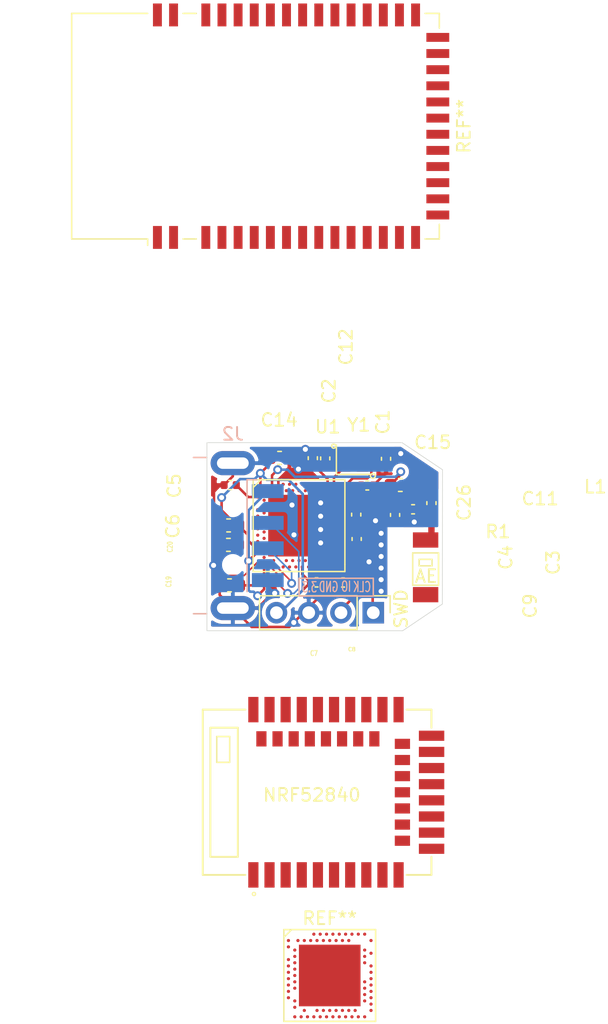
<source format=kicad_pcb>
(kicad_pcb (version 20171130) (host pcbnew "(5.1.9)-1")

  (general
    (thickness 1.6)
    (drawings 16)
    (tracks 215)
    (zones 0)
    (modules 26)
    (nets 18)
  )

  (page A4)
  (layers
    (0 F.Cu signal)
    (31 B.Cu signal)
    (32 B.Adhes user)
    (33 F.Adhes user)
    (34 B.Paste user)
    (35 F.Paste user)
    (36 B.SilkS user)
    (37 F.SilkS user)
    (38 B.Mask user)
    (39 F.Mask user)
    (40 Dwgs.User user)
    (41 Cmts.User user)
    (42 Eco1.User user)
    (43 Eco2.User user)
    (44 Edge.Cuts user)
    (45 Margin user)
    (46 B.CrtYd user hide)
    (47 F.CrtYd user)
    (48 B.Fab user hide)
    (49 F.Fab user hide)
  )

  (setup
    (last_trace_width 0.25)
    (user_trace_width 0.127)
    (user_trace_width 0.2)
    (user_trace_width 0.35)
    (user_trace_width 0.5)
    (user_trace_width 0.6)
    (user_trace_width 0.8)
    (user_trace_width 1)
    (user_trace_width 1.5)
    (user_trace_width 2)
    (trace_clearance 0.15)
    (zone_clearance 0.3)
    (zone_45_only no)
    (trace_min 0.127)
    (via_size 0.8)
    (via_drill 0.4)
    (via_min_size 0.4)
    (via_min_drill 0.3)
    (user_via 0.7 0.4)
    (user_via 0.8 0.5)
    (user_via 0.9 0.6)
    (user_via 1 0.7)
    (uvia_size 0.3)
    (uvia_drill 0.1)
    (uvias_allowed no)
    (uvia_min_size 0.2)
    (uvia_min_drill 0.1)
    (edge_width 0.05)
    (segment_width 0.2)
    (pcb_text_width 0.3)
    (pcb_text_size 1.5 1.5)
    (mod_edge_width 0.12)
    (mod_text_size 1 1)
    (mod_text_width 0.15)
    (pad_size 1.524 1.524)
    (pad_drill 0.762)
    (pad_to_mask_clearance 0.05)
    (aux_axis_origin 0 0)
    (visible_elements 7FFFFFFF)
    (pcbplotparams
      (layerselection 0x010fc_ffffffff)
      (usegerberextensions true)
      (usegerberattributes true)
      (usegerberadvancedattributes true)
      (creategerberjobfile false)
      (excludeedgelayer true)
      (linewidth 0.100000)
      (plotframeref false)
      (viasonmask false)
      (mode 1)
      (useauxorigin false)
      (hpglpennumber 1)
      (hpglpenspeed 20)
      (hpglpendiameter 15.000000)
      (psnegative false)
      (psa4output false)
      (plotreference true)
      (plotvalue true)
      (plotinvisibletext false)
      (padsonsilk false)
      (subtractmaskfromsilk true)
      (outputformat 1)
      (mirror false)
      (drillshape 0)
      (scaleselection 1)
      (outputdirectory "gerber/"))
  )

  (net 0 "")
  (net 1 "Net-(AE1-Pad1)")
  (net 2 "Net-(C1-Pad2)")
  (net 3 GND)
  (net 4 "Net-(C2-Pad2)")
  (net 5 "Net-(C3-Pad2)")
  (net 6 "Net-(C5-Pad1)")
  (net 7 +3V3)
  (net 8 "Net-(C9-Pad1)")
  (net 9 "Net-(C11-Pad2)")
  (net 10 +5V)
  (net 11 "Net-(C20-Pad1)")
  (net 12 SWDIO)
  (net 13 SWDCLK)
  (net 14 D+)
  (net 15 D-)
  (net 16 "Net-(C4-Pad1)")
  (net 17 "Net-(C15-Pad1)")

  (net_class Default "This is the default net class."
    (clearance 0.15)
    (trace_width 0.25)
    (via_dia 0.8)
    (via_drill 0.4)
    (uvia_dia 0.3)
    (uvia_drill 0.1)
    (add_net +3V3)
    (add_net +5V)
    (add_net D+)
    (add_net D-)
    (add_net GND)
    (add_net "Net-(AE1-Pad1)")
    (add_net "Net-(C1-Pad2)")
    (add_net "Net-(C11-Pad2)")
    (add_net "Net-(C15-Pad1)")
    (add_net "Net-(C2-Pad2)")
    (add_net "Net-(C20-Pad1)")
    (add_net "Net-(C3-Pad2)")
    (add_net "Net-(C4-Pad1)")
    (add_net "Net-(C5-Pad1)")
    (add_net "Net-(C9-Pad1)")
    (add_net SWDCLK)
    (add_net SWDIO)
  )

  (module RF_Module:E73-2G4M04S (layer F.Cu) (tedit 5AFF5B3A) (tstamp 601350F9)
    (at 93.853 107.188 90)
    (descr http://www.cdebyte.com/en/downpdf.aspx?id=243)
    (tags "BLE BLE5 nRF52832")
    (attr smd)
    (fp_text reference REF** (at 0 16.4 90) (layer F.SilkS)
      (effects (font (size 1 1) (thickness 0.15)))
    )
    (fp_text value E73-2G4M04S (at 0 -15.35 90) (layer F.Fab)
      (effects (font (size 1 1) (thickness 0.15)))
    )
    (fp_text user %R (at 0 0 90) (layer F.Fab)
      (effects (font (size 1 1) (thickness 0.15)))
    )
    (fp_text user "on any PCB layer." (at 0 -10.1 90) (layer Cmts.User)
      (effects (font (size 0.4 0.4) (thickness 0.06)))
    )
    (fp_text user "No metal, traces, or components" (at 0 -11.1 90) (layer Cmts.User)
      (effects (font (size 0.4 0.4) (thickness 0.06)))
    )
    (fp_text user "KEEP-OUT ZONE" (at 0 -12.85 90) (layer Cmts.User)
      (effects (font (size 1 1) (thickness 0.15)))
    )
    (fp_line (start -8.75 14.35) (end 8.75 14.35) (layer F.Fab) (width 0.1))
    (fp_line (start 8.75 14.35) (end 8.75 -14.35) (layer F.Fab) (width 0.1))
    (fp_line (start 8.75 -14.35) (end -8.75 -14.35) (layer F.Fab) (width 0.1))
    (fp_line (start -8.75 -8.07) (end -8.4 -7.72) (layer F.Fab) (width 0.1))
    (fp_line (start -8.4 -7.72) (end -8.75 -7.37) (layer F.Fab) (width 0.1))
    (fp_line (start -8.75 -8.07) (end -8.75 -14.35) (layer F.Fab) (width 0.1))
    (fp_line (start -8.75 -7.37) (end -8.75 14.35) (layer F.Fab) (width 0.1))
    (fp_line (start -8.87 14.47) (end -8.87 13.35) (layer F.SilkS) (width 0.12))
    (fp_line (start -8.87 14.47) (end -7.72 14.47) (layer F.SilkS) (width 0.12))
    (fp_line (start 8.87 14.47) (end 8.87 13.35) (layer F.SilkS) (width 0.12))
    (fp_line (start 8.87 14.47) (end 7.72 14.47) (layer F.SilkS) (width 0.12))
    (fp_line (start 8.87 -5.7) (end 8.87 -4.66) (layer F.SilkS) (width 0.12))
    (fp_line (start -8.87 -5.7) (end -8.87 -4.66) (layer F.SilkS) (width 0.12))
    (fp_line (start 8.87 -14.47) (end 8.87 -8.49) (layer F.SilkS) (width 0.12))
    (fp_line (start 8.87 -14.47) (end -8.87 -14.47) (layer F.SilkS) (width 0.12))
    (fp_line (start -8.87 -14.47) (end -8.87 -8.49) (layer F.SilkS) (width 0.12))
    (fp_line (start -8.87 -8.49) (end -9.37 -8.49) (layer F.SilkS) (width 0.12))
    (fp_line (start -8.75 -14.35) (end 8.75 -14.35) (layer Dwgs.User) (width 0.1))
    (fp_line (start 8.75 -14.35) (end 8.75 -8.85) (layer Dwgs.User) (width 0.1))
    (fp_line (start 8.75 -8.85) (end -8.75 -8.85) (layer Dwgs.User) (width 0.1))
    (fp_line (start -8.75 -8.85) (end -8.75 -14.35) (layer Dwgs.User) (width 0.1))
    (fp_line (start -8.75 -9.85) (end -7.75 -8.85) (layer Dwgs.User) (width 0.1))
    (fp_line (start -8.75 -10.85) (end -6.75 -8.85) (layer Dwgs.User) (width 0.1))
    (fp_line (start -8.75 -11.85) (end -5.75 -8.85) (layer Dwgs.User) (width 0.1))
    (fp_line (start -4.75 -8.85) (end -8.75 -12.85) (layer Dwgs.User) (width 0.1))
    (fp_line (start -8.75 -13.85) (end -3.75 -8.85) (layer Dwgs.User) (width 0.1))
    (fp_line (start -2.75 -8.85) (end -8.25 -14.35) (layer Dwgs.User) (width 0.1))
    (fp_line (start -7.25 -14.35) (end -1.75 -8.85) (layer Dwgs.User) (width 0.1))
    (fp_line (start -0.75 -8.85) (end -6.25 -14.35) (layer Dwgs.User) (width 0.1))
    (fp_line (start -5.25 -14.35) (end 0.25 -8.85) (layer Dwgs.User) (width 0.1))
    (fp_line (start 1.25 -8.85) (end -4.25 -14.35) (layer Dwgs.User) (width 0.1))
    (fp_line (start -3.25 -14.35) (end 2.25 -8.85) (layer Dwgs.User) (width 0.1))
    (fp_line (start 3.25 -8.85) (end -2.25 -14.35) (layer Dwgs.User) (width 0.1))
    (fp_line (start -1.25 -14.35) (end 4.25 -8.85) (layer Dwgs.User) (width 0.1))
    (fp_line (start 5.25 -8.85) (end -0.25 -14.35) (layer Dwgs.User) (width 0.1))
    (fp_line (start 0.75 -14.35) (end 6.25 -8.85) (layer Dwgs.User) (width 0.1))
    (fp_line (start 7.25 -8.85) (end 1.75 -14.35) (layer Dwgs.User) (width 0.1))
    (fp_line (start 2.75 -14.35) (end 8.25 -8.85) (layer Dwgs.User) (width 0.1))
    (fp_line (start 8.75 -9.35) (end 3.75 -14.35) (layer Dwgs.User) (width 0.1))
    (fp_line (start 4.75 -14.35) (end 8.75 -10.35) (layer Dwgs.User) (width 0.1))
    (fp_line (start 8.75 -11.35) (end 5.75 -14.35) (layer Dwgs.User) (width 0.1))
    (fp_line (start 6.75 -14.35) (end 8.75 -12.35) (layer Dwgs.User) (width 0.1))
    (fp_line (start 8.75 -13.35) (end 7.75 -14.35) (layer Dwgs.User) (width 0.1))
    (fp_line (start -9.9 15.5) (end 9.9 15.5) (layer F.CrtYd) (width 0.05))
    (fp_line (start 9.9 15.5) (end 9.9 -14.6) (layer F.CrtYd) (width 0.05))
    (fp_line (start 9.9 -14.6) (end -9.9 -14.6) (layer F.CrtYd) (width 0.05))
    (fp_line (start -9.9 -14.6) (end -9.9 15.5) (layer F.CrtYd) (width 0.05))
    (pad 43 smd rect (at 8.75 -7.72 90) (size 1.8 0.7) (layers F.Cu F.Paste F.Mask))
    (pad 42 smd rect (at 8.75 -6.45 90) (size 1.8 0.7) (layers F.Cu F.Paste F.Mask))
    (pad 41 smd rect (at 8.75 -3.91 90) (size 1.8 0.7) (layers F.Cu F.Paste F.Mask))
    (pad 40 smd rect (at 8.75 -2.64 90) (size 1.8 0.7) (layers F.Cu F.Paste F.Mask))
    (pad 39 smd rect (at 8.75 -1.37 90) (size 1.8 0.7) (layers F.Cu F.Paste F.Mask))
    (pad 38 smd rect (at 8.75 -0.1 90) (size 1.8 0.7) (layers F.Cu F.Paste F.Mask))
    (pad 37 smd rect (at 8.75 1.17 90) (size 1.8 0.7) (layers F.Cu F.Paste F.Mask))
    (pad 36 smd rect (at 8.75 2.44 90) (size 1.8 0.7) (layers F.Cu F.Paste F.Mask))
    (pad 35 smd rect (at 8.75 3.71 90) (size 1.8 0.7) (layers F.Cu F.Paste F.Mask))
    (pad 34 smd rect (at 8.75 4.98 90) (size 1.8 0.7) (layers F.Cu F.Paste F.Mask))
    (pad 33 smd rect (at 8.75 6.25 90) (size 1.8 0.7) (layers F.Cu F.Paste F.Mask))
    (pad 32 smd rect (at 8.75 7.52 90) (size 1.8 0.7) (layers F.Cu F.Paste F.Mask))
    (pad 31 smd rect (at 8.75 8.79 90) (size 1.8 0.7) (layers F.Cu F.Paste F.Mask))
    (pad 30 smd rect (at 8.75 10.06 90) (size 1.8 0.7) (layers F.Cu F.Paste F.Mask))
    (pad 29 smd rect (at 8.75 11.33 90) (size 1.8 0.7) (layers F.Cu F.Paste F.Mask))
    (pad 28 smd rect (at 8.75 12.6 90) (size 1.8 0.7) (layers F.Cu F.Paste F.Mask))
    (pad 27 smd rect (at 6.985 14.35 90) (size 0.7 1.8) (layers F.Cu F.Paste F.Mask))
    (pad 26 smd rect (at 5.715 14.35 90) (size 0.7 1.8) (layers F.Cu F.Paste F.Mask))
    (pad 25 smd rect (at 4.445 14.35 90) (size 0.7 1.8) (layers F.Cu F.Paste F.Mask))
    (pad 24 smd rect (at 3.175 14.35 90) (size 0.7 1.8) (layers F.Cu F.Paste F.Mask))
    (pad 23 smd rect (at 1.905 14.35 90) (size 0.7 1.8) (layers F.Cu F.Paste F.Mask))
    (pad 22 smd rect (at 0.635 14.35 90) (size 0.7 1.8) (layers F.Cu F.Paste F.Mask))
    (pad 21 smd rect (at -0.635 14.35 90) (size 0.7 1.8) (layers F.Cu F.Paste F.Mask))
    (pad 20 smd rect (at -1.905 14.35 90) (size 0.7 1.8) (layers F.Cu F.Paste F.Mask))
    (pad 19 smd rect (at -3.175 14.35 90) (size 0.7 1.8) (layers F.Cu F.Paste F.Mask))
    (pad 18 smd rect (at -4.445 14.35 90) (size 0.7 1.8) (layers F.Cu F.Paste F.Mask))
    (pad 17 smd rect (at -5.715 14.35 90) (size 0.7 1.8) (layers F.Cu F.Paste F.Mask))
    (pad 16 smd rect (at -6.985 14.35 90) (size 0.7 1.8) (layers F.Cu F.Paste F.Mask))
    (pad 15 smd rect (at -8.75 12.6 90) (size 1.8 0.7) (layers F.Cu F.Paste F.Mask))
    (pad 14 smd rect (at -8.75 11.33 90) (size 1.8 0.7) (layers F.Cu F.Paste F.Mask))
    (pad 13 smd rect (at -8.75 10.06 90) (size 1.8 0.7) (layers F.Cu F.Paste F.Mask))
    (pad 12 smd rect (at -8.75 8.79 90) (size 1.8 0.7) (layers F.Cu F.Paste F.Mask))
    (pad 11 smd rect (at -8.75 7.52 90) (size 1.8 0.7) (layers F.Cu F.Paste F.Mask))
    (pad 10 smd rect (at -8.75 6.25 90) (size 1.8 0.7) (layers F.Cu F.Paste F.Mask))
    (pad 9 smd rect (at -8.75 4.98 90) (size 1.8 0.7) (layers F.Cu F.Paste F.Mask))
    (pad 8 smd rect (at -8.75 3.71 90) (size 1.8 0.7) (layers F.Cu F.Paste F.Mask))
    (pad 7 smd rect (at -8.75 2.44 90) (size 1.8 0.7) (layers F.Cu F.Paste F.Mask))
    (pad 6 smd rect (at -8.75 1.17 90) (size 1.8 0.7) (layers F.Cu F.Paste F.Mask))
    (pad 5 smd rect (at -8.75 -0.1 90) (size 1.8 0.7) (layers F.Cu F.Paste F.Mask))
    (pad 4 smd rect (at -8.75 -1.37 90) (size 1.8 0.7) (layers F.Cu F.Paste F.Mask))
    (pad 3 smd rect (at -8.75 -2.64 90) (size 1.8 0.7) (layers F.Cu F.Paste F.Mask))
    (pad 2 smd rect (at -8.75 -3.91 90) (size 1.8 0.7) (layers F.Cu F.Paste F.Mask))
    (pad 1 smd rect (at -8.75 -6.45 90) (size 1.8 0.7) (layers F.Cu F.Paste F.Mask))
    (pad 0 smd rect (at -8.75 -7.72 90) (size 1.8 0.7) (layers F.Cu F.Paste F.Mask))
    (model ${KISYS3DMOD}/RF_Module.3dshapes/E73-2G4M04S.wrl
      (at (xyz 0 0 0))
      (scale (xyz 1 1 1))
      (rotate (xyz 0 0 0))
    )
  )

  (module zxf_pretty:Nordic_AQFN-73-1EP_7x7mm_P0.5mm (layer F.Cu) (tedit 600D202D) (tstamp 60134075)
    (at 99.695 173.99)
    (descr http://infocenter.nordicsemi.com/index.jsp?topic=%2Fcom.nordic.infocenter.nrf52%2Fdita%2Fnrf52%2Fchips%2Fnrf52840.html)
    (tags "AQFN 7mm ")
    (attr smd)
    (fp_text reference REF** (at 0 -4.5) (layer F.SilkS)
      (effects (font (size 1 1) (thickness 0.15)))
    )
    (fp_text value Nordic_AQFN-73-1EP_7x7mm_P0.5mm (at 0.03 5.72) (layer F.Fab)
      (effects (font (size 1 1) (thickness 0.15)))
    )
    (fp_text user %R (at 0 0) (layer F.Fab)
      (effects (font (size 1 1) (thickness 0.15)))
    )
    (fp_line (start -3 -3.5) (end 3.5 -3.5) (layer F.Fab) (width 0.1))
    (fp_line (start -3.5 -3) (end -3.5 3.5) (layer F.Fab) (width 0.1))
    (fp_line (start -3.5 3.5) (end 3.5 3.5) (layer F.Fab) (width 0.1))
    (fp_line (start 3.5 -3.5) (end 3.5 3.5) (layer F.Fab) (width 0.1))
    (fp_line (start -3.5 -3) (end -3 -3.5) (layer F.Fab) (width 0.1))
    (fp_line (start 3.61 -3.61) (end 3.05 -3.61) (layer F.SilkS) (width 0.12))
    (fp_line (start 3.61 -3.61) (end 3.61 3.05) (layer F.SilkS) (width 0.12))
    (fp_line (start 3.61 3.61) (end 3.61 3.05) (layer F.SilkS) (width 0.12))
    (fp_line (start 3.61 3.61) (end -3.05 3.61) (layer F.SilkS) (width 0.12))
    (fp_line (start -3.61 3.61) (end -3.05 3.61) (layer F.SilkS) (width 0.12))
    (fp_line (start -3.61 3.61) (end -3.61 -3.61) (layer F.SilkS) (width 0.12))
    (fp_line (start -3.61 -3.61) (end 3.05 -3.61) (layer F.SilkS) (width 0.12))
    (fp_line (start -3.81 -3.81) (end 3.81 -3.81) (layer F.CrtYd) (width 0.05))
    (fp_line (start -3.81 3.81) (end -3.81 -3.81) (layer F.CrtYd) (width 0.05))
    (fp_line (start 3.81 3.81) (end -3.81 3.81) (layer F.CrtYd) (width 0.05))
    (fp_line (start 3.81 -3.81) (end 3.81 3.81) (layer F.CrtYd) (width 0.05))
    (fp_line (start -3.048 -3.556) (end -3.556 -3.048) (layer F.SilkS) (width 0.12))
    (pad "" smd rect (at 1.2125 1.2125 180) (size 2 2) (layers F.Paste))
    (pad "" smd rect (at -1.2125 1.2125 180) (size 2 2) (layers F.Paste))
    (pad "" smd rect (at 1.2125 -1.2125 180) (size 2 2) (layers F.Paste))
    (pad "" smd rect (at -1.2125 -1.2125 180) (size 2 2) (layers F.Paste))
    (pad EP smd rect (at 0 0 180) (size 4.85 4.85) (layers F.Cu F.Mask))
    (pad B24 smd circle (at 3.25 -2.75 180) (size 0.25 0.25) (layers F.Cu F.Paste F.Mask))
    (pad D23 smd circle (at 2.75 -2 180) (size 0.25 0.25) (layers F.Cu F.Paste F.Mask))
    (pad A8 smd circle (at -1.25 -3.25 180) (size 0.25 0.25) (layers F.Cu F.Paste F.Mask))
    (pad B3 smd circle (at -2.5 -2.75 180) (size 0.25 0.25) (layers F.Cu F.Paste F.Mask))
    (pad AC21 smd circle (at 2 2.75 180) (size 0.25 0.25) (layers F.Cu F.Paste F.Mask))
    (pad AD23 smd circle (at 2.75 3.25 180) (size 0.25 0.25) (layers F.Cu F.Paste F.Mask))
    (pad AD2 smd circle (at -2.75 3.25 180) (size 0.25 0.25) (layers F.Cu F.Paste F.Mask))
    (pad AB2 smd circle (at -2.75 2.5 180) (size 0.25 0.25) (layers F.Cu F.Paste F.Mask))
    (pad Y2 smd circle (at -2.75 2 180) (size 0.25 0.25) (layers F.Cu F.Paste F.Mask))
    (pad W1 smd circle (at -3.25 1.75 180) (size 0.25 0.25) (layers F.Cu F.Paste F.Mask))
    (pad U1 smd circle (at -3.25 1.25 180) (size 0.25 0.25) (layers F.Cu F.Paste F.Mask))
    (pad R1 smd circle (at -3.25 0.75 180) (size 0.25 0.25) (layers F.Cu F.Paste F.Mask))
    (pad N1 smd circle (at -3.25 0.25 180) (size 0.25 0.25) (layers F.Cu F.Paste F.Mask))
    (pad L1 smd circle (at -3.25 -0.25 180) (size 0.25 0.25) (layers F.Cu F.Paste F.Mask))
    (pad J1 smd circle (at -3.25 -0.75 180) (size 0.25 0.25) (layers F.Cu F.Paste F.Mask))
    (pad G1 smd circle (at -3.25 -1.25 180) (size 0.25 0.25) (layers F.Cu F.Paste F.Mask))
    (pad T2 smd circle (at -2.75 1 180) (size 0.25 0.25) (layers F.Cu F.Paste F.Mask))
    (pad P2 smd circle (at -2.75 0.5 180) (size 0.25 0.25) (layers F.Cu F.Paste F.Mask))
    (pad M2 smd circle (at -2.75 0 180) (size 0.25 0.25) (layers F.Cu F.Paste F.Mask))
    (pad K2 smd circle (at -2.75 -0.5 180) (size 0.25 0.25) (layers F.Cu F.Paste F.Mask))
    (pad H2 smd circle (at -2.75 -1 180) (size 0.25 0.25) (layers F.Cu F.Paste F.Mask))
    (pad F2 smd circle (at -2.75 -1.5 180) (size 0.25 0.25) (layers F.Cu F.Paste F.Mask))
    (pad C1 smd circle (at -3.25 -2.25 180) (size 0.25 0.25) (layers F.Cu F.Paste F.Mask))
    (pad D2 smd circle (at -2.75 -2 180) (size 0.25 0.25) (layers F.Cu F.Paste F.Mask))
    (pad B1 smd circle (at -3.25 -2.75 180) (size 0.25 0.25) (layers F.Cu F.Paste F.Mask))
    (pad AD4 smd circle (at -2.25 3.25 180) (size 0.25 0.25) (layers F.Cu F.Paste F.Mask))
    (pad AD6 smd circle (at -1.75 3.25 180) (size 0.25 0.25) (layers F.Cu F.Paste F.Mask))
    (pad AD8 smd circle (at -1.25 3.25 180) (size 0.25 0.25) (layers F.Cu F.Paste F.Mask))
    (pad AD10 smd circle (at -0.75 3.25 180) (size 0.25 0.25) (layers F.Cu F.Paste F.Mask))
    (pad AD12 smd circle (at -0.25 3.25 180) (size 0.25 0.25) (layers F.Cu F.Paste F.Mask))
    (pad AD14 smd circle (at 0.25 3.25 180) (size 0.25 0.25) (layers F.Cu F.Paste F.Mask))
    (pad AD16 smd circle (at 0.75 3.25 180) (size 0.25 0.25) (layers F.Cu F.Paste F.Mask))
    (pad AD18 smd circle (at 1.25 3.25 180) (size 0.25 0.25) (layers F.Cu F.Paste F.Mask))
    (pad AD20 smd circle (at 1.75 3.25 180) (size 0.25 0.25) (layers F.Cu F.Paste F.Mask))
    (pad AD22 smd circle (at 2.25 3.25 180) (size 0.25 0.25) (layers F.Cu F.Paste F.Mask))
    (pad AC19 smd circle (at 1.5 2.75 180) (size 0.25 0.25) (layers F.Cu F.Paste F.Mask))
    (pad AC17 smd circle (at 1 2.75 180) (size 0.25 0.25) (layers F.Cu F.Paste F.Mask))
    (pad AC15 smd circle (at 0.5 2.75 180) (size 0.25 0.25) (layers F.Cu F.Paste F.Mask))
    (pad AC13 smd circle (at 0 2.75 180) (size 0.25 0.25) (layers F.Cu F.Paste F.Mask))
    (pad AC11 smd circle (at -0.5 2.75 180) (size 0.25 0.25) (layers F.Cu F.Paste F.Mask))
    (pad AC9 smd circle (at -1 2.75 180) (size 0.25 0.25) (layers F.Cu F.Paste F.Mask))
    (pad AC5 smd circle (at -2 2.75 180) (size 0.25 0.25) (layers F.Cu F.Paste F.Mask))
    (pad B5 smd circle (at -2 -2.75 180) (size 0.25 0.25) (layers F.Cu F.Paste F.Mask))
    (pad B7 smd circle (at -1.5 -2.75 180) (size 0.25 0.25) (layers F.Cu F.Paste F.Mask))
    (pad B9 smd circle (at -1 -2.75 180) (size 0.25 0.25) (layers F.Cu F.Paste F.Mask))
    (pad B11 smd circle (at -0.5 -2.75 180) (size 0.25 0.25) (layers F.Cu F.Paste F.Mask))
    (pad B13 smd circle (at 0 -2.75 180) (size 0.25 0.25) (layers F.Cu F.Paste F.Mask))
    (pad B15 smd circle (at 0.5 -2.75 180) (size 0.25 0.25) (layers F.Cu F.Paste F.Mask))
    (pad B17 smd circle (at 1 -2.75 180) (size 0.25 0.25) (layers F.Cu F.Paste F.Mask))
    (pad B19 smd circle (at 1.5 -2.75 180) (size 0.25 0.25) (layers F.Cu F.Paste F.Mask))
    (pad A10 smd circle (at -0.75 -3.25 180) (size 0.25 0.25) (layers F.Cu F.Paste F.Mask))
    (pad A12 smd circle (at -0.25 -3.25 180) (size 0.25 0.25) (layers F.Cu F.Paste F.Mask))
    (pad A14 smd circle (at 0.25 -3.25 180) (size 0.25 0.25) (layers F.Cu F.Paste F.Mask))
    (pad A16 smd circle (at 0.75 -3.25 180) (size 0.25 0.25) (layers F.Cu F.Paste F.Mask))
    (pad A18 smd circle (at 1.25 -3.25 180) (size 0.25 0.25) (layers F.Cu F.Paste F.Mask))
    (pad A20 smd circle (at 1.75 -3.25 180) (size 0.25 0.25) (layers F.Cu F.Paste F.Mask))
    (pad A22 smd circle (at 2.25 -3.25 180) (size 0.25 0.25) (layers F.Cu F.Paste F.Mask))
    (pad A23 smd circle (at 2.75 -3.25 180) (size 0.25 0.25) (layers F.Cu F.Paste F.Mask))
    (pad F23 smd circle (at 2.75 -1.5 180) (size 0.25 0.25) (layers F.Cu F.Paste F.Mask))
    (pad H23 smd circle (at 2.75 -1 180) (size 0.25 0.25) (layers F.Cu F.Paste F.Mask))
    (pad P23 smd circle (at 2.75 0.5 180) (size 0.25 0.25) (layers F.Cu F.Paste F.Mask))
    (pad T23 smd circle (at 2.75 1 180) (size 0.25 0.25) (layers F.Cu F.Paste F.Mask))
    (pad V23 smd circle (at 2.75 1.5 180) (size 0.25 0.25) (layers F.Cu F.Paste F.Mask))
    (pad Y23 smd circle (at 2.75 2 180) (size 0.25 0.25) (layers F.Cu F.Paste F.Mask))
    (pad E24 smd circle (at 3.25 -1.75 180) (size 0.25 0.25) (layers F.Cu F.Paste F.Mask))
    (pad J24 smd circle (at 3.25 -0.75 180) (size 0.25 0.25) (layers F.Cu F.Paste F.Mask))
    (pad L24 smd circle (at 3.25 -0.25 180) (size 0.25 0.25) (layers F.Cu F.Paste F.Mask))
    (pad N24 smd circle (at 3.25 0.25 180) (size 0.25 0.25) (layers F.Cu F.Paste F.Mask))
    (pad R24 smd circle (at 3.25 0.75 180) (size 0.25 0.25) (layers F.Cu F.Paste F.Mask))
    (pad U24 smd circle (at 3.25 1.25 180) (size 0.25 0.25) (layers F.Cu F.Paste F.Mask))
    (pad W24 smd circle (at 3.25 1.75 180) (size 0.25 0.25) (layers F.Cu F.Paste F.Mask))
    (pad AA24 smd circle (at 3.25 2.25 180) (size 0.25 0.25) (layers F.Cu F.Paste F.Mask))
    (pad AC24 smd circle (at 3.25 2.75 180) (size 0.25 0.25) (layers F.Cu F.Paste F.Mask))
    (model ${KISYS3DMOD}/Package_DFN_QFN.3dshapes/Nordic_AQFN-73-1EP_7x7mm_P0.5mm.wrl
      (at (xyz 0 0 0))
      (scale (xyz 1 1 1))
      (rotate (xyz 0 0 0))
    )
  )

  (module zxf_pretty:nrf52840_mode (layer F.Cu) (tedit 6009A363) (tstamp 60132857)
    (at 97.917 159.766 90)
    (fp_text reference NRF52840 (at -0.0254 0.37084) (layer F.SilkS)
      (effects (font (size 1 1) (thickness 0.15)))
    )
    (fp_text value nrf52840_mode (at 0.18542 -6.78688 90) (layer F.Fab)
      (effects (font (size 1 1) (thickness 0.15)))
    )
    (fp_line (start 2.54 -6.096) (end 2.54 -7.112) (layer F.SilkS) (width 0.12))
    (fp_line (start 4.572 -6.096) (end 2.54 -6.096) (layer F.SilkS) (width 0.12))
    (fp_line (start 4.572 -7.112) (end 4.572 -6.096) (layer F.SilkS) (width 0.12))
    (fp_line (start 2.54 -7.112) (end 4.572 -7.112) (layer F.SilkS) (width 0.12))
    (fp_line (start 0.42164 10.798048) (end 0.42164 8.798052) (layer Dwgs.User) (width 0.05))
    (fp_line (start -3.38836 8.798052) (end -2.58826 8.798052) (layer Dwgs.User) (width 0.05))
    (fp_line (start 4.23164 10.798048) (end 4.23164 8.798052) (layer Dwgs.User) (width 0.05))
    (fp_line (start -2.58826 8.798052) (end -2.58826 10.798048) (layer Dwgs.User) (width 0.05))
    (fp_line (start -2.11836 10.798048) (end -2.11836 8.798052) (layer Dwgs.User) (width 0.05))
    (fp_line (start 0.42164 8.798052) (end 1.22174 8.798052) (layer Dwgs.User) (width 0.05))
    (fp_line (start -0.84836 10.798048) (end -0.84836 8.798052) (layer Dwgs.User) (width 0.05))
    (fp_line (start -0.04826 10.798048) (end -0.84836 10.798048) (layer Dwgs.User) (width 0.05))
    (fp_line (start -2.11836 8.798052) (end -1.31826 8.798052) (layer Dwgs.User) (width 0.05))
    (fp_line (start 3.76174 10.798048) (end 2.96164 10.798048) (layer Dwgs.User) (width 0.05))
    (fp_line (start 2.49174 8.798052) (end 2.49174 10.798048) (layer Dwgs.User) (width 0.05))
    (fp_line (start -3.38836 10.798048) (end -3.38836 8.798052) (layer Dwgs.User) (width 0.05))
    (fp_line (start 5.03174 8.798052) (end 5.03174 10.798048) (layer Dwgs.User) (width 0.05))
    (fp_line (start -0.04826 8.798052) (end -0.04826 10.798048) (layer Dwgs.User) (width 0.05))
    (fp_line (start -3.85826 10.798048) (end -4.65836 10.798048) (layer Dwgs.User) (width 0.05))
    (fp_line (start 5.03174 10.798048) (end 4.23164 10.798048) (layer Dwgs.User) (width 0.05))
    (fp_line (start 1.69164 8.798052) (end 2.49174 8.798052) (layer Dwgs.User) (width 0.05))
    (fp_line (start 1.22174 10.798048) (end 0.42164 10.798048) (layer Dwgs.User) (width 0.05))
    (fp_line (start -0.84836 8.798052) (end -0.04826 8.798052) (layer Dwgs.User) (width 0.05))
    (fp_line (start 2.96164 8.798052) (end 3.76174 8.798052) (layer Dwgs.User) (width 0.05))
    (fp_line (start 1.22174 8.798052) (end 1.22174 10.798048) (layer Dwgs.User) (width 0.05))
    (fp_line (start -3.85826 8.798052) (end -3.85826 10.798048) (layer Dwgs.User) (width 0.05))
    (fp_line (start 3.76174 8.798052) (end 3.76174 10.798048) (layer Dwgs.User) (width 0.05))
    (fp_line (start -1.31826 8.798052) (end -1.31826 10.798048) (layer Dwgs.User) (width 0.05))
    (fp_line (start -4.65836 8.798052) (end -3.85826 8.798052) (layer Dwgs.User) (width 0.05))
    (fp_line (start -2.58826 10.798048) (end -3.38836 10.798048) (layer Dwgs.User) (width 0.05))
    (fp_line (start -4.65836 10.798048) (end -4.65836 8.798052) (layer Dwgs.User) (width 0.05))
    (fp_line (start 4.23164 8.798052) (end 5.03174 8.798052) (layer Dwgs.User) (width 0.05))
    (fp_line (start 2.96164 10.798048) (end 2.96164 8.798052) (layer Dwgs.User) (width 0.05))
    (fp_line (start 2.49174 10.798048) (end 1.69164 10.798048) (layer Dwgs.User) (width 0.05))
    (fp_line (start -1.31826 10.798048) (end -2.11836 10.798048) (layer Dwgs.User) (width 0.05))
    (fp_line (start 1.69164 10.798048) (end 1.69164 8.798052) (layer Dwgs.User) (width 0.05))
    (fp_line (start 5.686552 2.518156) (end 5.686552 1.718056) (layer Dwgs.User) (width 0.05))
    (fp_line (start -5.313426 1.248156) (end -7.313422 1.248156) (layer Dwgs.User) (width 0.05))
    (fp_line (start 5.686552 -4.631944) (end 7.686548 -4.631944) (layer Dwgs.User) (width 0.05))
    (fp_line (start -7.313422 -2.561844) (end -7.313422 -3.361944) (layer Dwgs.User) (width 0.05))
    (fp_line (start -5.313426 -0.021844) (end -7.313422 -0.021844) (layer Dwgs.User) (width 0.05))
    (fp_line (start 5.686806 -3.361969) (end 7.686802 -3.361969) (layer Dwgs.User) (width 0.05))
    (fp_line (start 5.686552 6.328156) (end 5.686552 5.528056) (layer Dwgs.User) (width 0.05))
    (fp_line (start -5.313426 1.718056) (end -5.313426 2.518156) (layer Dwgs.User) (width 0.05))
    (fp_line (start 7.686548 1.718056) (end 7.686548 2.518156) (layer Dwgs.User) (width 0.05))
    (fp_line (start 7.686802 -2.561869) (end 5.686806 -2.561869) (layer Dwgs.User) (width 0.05))
    (fp_line (start -7.313422 -1.291844) (end -7.313422 -2.091944) (layer Dwgs.User) (width 0.05))
    (fp_line (start -5.313426 -4.631944) (end -5.313426 -3.831844) (layer Dwgs.User) (width 0.05))
    (fp_line (start -7.313422 -2.091944) (end -5.313426 -2.091944) (layer Dwgs.User) (width 0.05))
    (fp_line (start 5.686552 2.988056) (end 7.686548 2.988056) (layer Dwgs.User) (width 0.05))
    (fp_line (start 7.686548 1.248156) (end 5.686552 1.248156) (layer Dwgs.User) (width 0.05))
    (fp_line (start -5.313426 0.448056) (end -5.313426 1.248156) (layer Dwgs.User) (width 0.05))
    (fp_line (start 5.686552 1.718056) (end 7.686548 1.718056) (layer Dwgs.User) (width 0.05))
    (fp_line (start 5.686552 3.788155) (end 5.686552 2.988056) (layer Dwgs.User) (width 0.05))
    (fp_line (start 7.686548 6.328156) (end 5.686552 6.328156) (layer Dwgs.User) (width 0.05))
    (fp_line (start 5.686552 4.258056) (end 7.686548 4.258056) (layer Dwgs.User) (width 0.05))
    (fp_line (start 7.686548 4.258056) (end 7.686548 5.058156) (layer Dwgs.User) (width 0.05))
    (fp_line (start 7.686548 5.058156) (end 5.686552 5.058156) (layer Dwgs.User) (width 0.05))
    (fp_line (start 7.686548 -2.091944) (end 7.686548 -1.291844) (layer Dwgs.User) (width 0.05))
    (fp_line (start 7.686548 2.518156) (end 5.686552 2.518156) (layer Dwgs.User) (width 0.05))
    (fp_line (start 7.686548 -0.821944) (end 7.686548 -0.021844) (layer Dwgs.User) (width 0.05))
    (fp_line (start 7.686548 -0.021844) (end 5.686552 -0.021844) (layer Dwgs.User) (width 0.05))
    (fp_line (start -5.313426 -3.831844) (end -7.313422 -3.831844) (layer Dwgs.User) (width 0.05))
    (fp_line (start -5.313426 -2.091944) (end -5.313426 -1.291844) (layer Dwgs.User) (width 0.05))
    (fp_line (start 7.686548 -1.291844) (end 5.686552 -1.291844) (layer Dwgs.User) (width 0.05))
    (fp_line (start -7.313422 1.718056) (end -5.313426 1.718056) (layer Dwgs.User) (width 0.05))
    (fp_line (start 7.686548 -3.831844) (end 5.686552 -3.831844) (layer Dwgs.User) (width 0.05))
    (fp_line (start -5.313426 -2.561844) (end -7.313422 -2.561844) (layer Dwgs.User) (width 0.05))
    (fp_line (start -7.313422 1.248156) (end -7.313422 0.448056) (layer Dwgs.User) (width 0.05))
    (fp_line (start -5.313426 -3.361944) (end -5.313426 -2.561844) (layer Dwgs.User) (width 0.05))
    (fp_line (start -5.313426 -0.821944) (end -5.313426 -0.021844) (layer Dwgs.User) (width 0.05))
    (fp_line (start -7.313422 -0.821944) (end -5.313426 -0.821944) (layer Dwgs.User) (width 0.05))
    (fp_line (start -7.313422 2.518156) (end -7.313422 1.718056) (layer Dwgs.User) (width 0.05))
    (fp_line (start -7.313422 0.448056) (end -5.313426 0.448056) (layer Dwgs.User) (width 0.05))
    (fp_line (start 5.686552 1.248156) (end 5.686552 0.448056) (layer Dwgs.User) (width 0.05))
    (fp_line (start 7.686548 6.798056) (end 7.686548 7.598156) (layer Dwgs.User) (width 0.05))
    (fp_line (start 5.686552 6.798056) (end 7.686548 6.798056) (layer Dwgs.User) (width 0.05))
    (fp_line (start 7.686802 -3.361969) (end 7.686802 -2.561869) (layer Dwgs.User) (width 0.05))
    (fp_line (start 7.686548 0.448056) (end 7.686548 1.248156) (layer Dwgs.User) (width 0.05))
    (fp_line (start 5.686552 7.598156) (end 5.686552 6.798056) (layer Dwgs.User) (width 0.05))
    (fp_line (start 5.686552 0.448056) (end 7.686548 0.448056) (layer Dwgs.User) (width 0.05))
    (fp_line (start 5.686552 -0.821944) (end 7.686548 -0.821944) (layer Dwgs.User) (width 0.05))
    (fp_line (start 5.686552 5.058156) (end 5.686552 4.258056) (layer Dwgs.User) (width 0.05))
    (fp_line (start 7.686548 7.598156) (end 5.686552 7.598156) (layer Dwgs.User) (width 0.05))
    (fp_line (start 5.686552 -0.021844) (end 5.686552 -0.821944) (layer Dwgs.User) (width 0.05))
    (fp_line (start -5.313426 2.518156) (end -7.313422 2.518156) (layer Dwgs.User) (width 0.05))
    (fp_line (start 5.686552 -2.091944) (end 7.686548 -2.091944) (layer Dwgs.User) (width 0.05))
    (fp_line (start 7.686548 5.528056) (end 7.686548 6.328156) (layer Dwgs.User) (width 0.05))
    (fp_line (start 7.686548 2.988056) (end 7.686548 3.788155) (layer Dwgs.User) (width 0.05))
    (fp_line (start 5.686806 -2.561869) (end 5.686806 -3.361969) (layer Dwgs.User) (width 0.05))
    (fp_line (start -7.313422 -4.631944) (end -5.313426 -4.631944) (layer Dwgs.User) (width 0.05))
    (fp_line (start -7.313422 -0.021844) (end -7.313422 -0.821944) (layer Dwgs.User) (width 0.05))
    (fp_line (start -7.313422 -3.361944) (end -5.313426 -3.361944) (layer Dwgs.User) (width 0.05))
    (fp_line (start 5.686552 -1.291844) (end 5.686552 -2.091944) (layer Dwgs.User) (width 0.05))
    (fp_line (start 5.686552 5.528056) (end 7.686548 5.528056) (layer Dwgs.User) (width 0.05))
    (fp_line (start 5.686552 -3.831844) (end 5.686552 -4.631944) (layer Dwgs.User) (width 0.05))
    (fp_line (start 7.686548 3.788155) (end 5.686552 3.788155) (layer Dwgs.User) (width 0.05))
    (fp_line (start 7.686548 -4.631944) (end 7.686548 -3.831844) (layer Dwgs.User) (width 0.05))
    (fp_line (start -7.313422 -3.831844) (end -7.313422 -4.631944) (layer Dwgs.User) (width 0.05))
    (fp_line (start -5.313426 -1.291844) (end -7.313422 -1.291844) (layer Dwgs.User) (width 0.05))
    (fp_line (start -7.313422 2.988056) (end -5.313426 2.988056) (layer Dwgs.User) (width 0.05))
    (fp_line (start -5.313426 5.058156) (end -7.313422 5.058156) (layer Dwgs.User) (width 0.05))
    (fp_line (start -7.313422 7.598156) (end -7.313422 6.798056) (layer Dwgs.User) (width 0.05))
    (fp_line (start -5.313426 6.798056) (end -5.313426 7.598156) (layer Dwgs.User) (width 0.05))
    (fp_line (start -7.313422 6.798056) (end -5.313426 6.798056) (layer Dwgs.User) (width 0.05))
    (fp_line (start -7.313676 5.52803) (end -5.31368 5.52803) (layer Dwgs.User) (width 0.05))
    (fp_line (start 3.786632 4.893056) (end 4.986528 4.893056) (layer Dwgs.User) (width 0.05))
    (fp_line (start -7.313422 3.788155) (end -7.313422 2.988056) (layer Dwgs.User) (width 0.05))
    (fp_line (start -5.313426 3.788155) (end -7.313422 3.788155) (layer Dwgs.User) (width 0.05))
    (fp_line (start -5.313426 2.988056) (end -5.313426 3.788155) (layer Dwgs.User) (width 0.05))
    (fp_line (start -5.313426 7.598156) (end -7.313422 7.598156) (layer Dwgs.User) (width 0.05))
    (fp_line (start 4.986528 5.693156) (end 3.786632 5.693156) (layer Dwgs.User) (width 0.05))
    (fp_line (start 4.986528 4.893056) (end 4.986528 5.693156) (layer Dwgs.User) (width 0.05))
    (fp_line (start -5.31368 5.52803) (end -5.31368 6.32813) (layer Dwgs.User) (width 0.05))
    (fp_line (start 3.786632 5.693156) (end 3.786632 4.893056) (layer Dwgs.User) (width 0.05))
    (fp_line (start -5.313426 4.258056) (end -5.313426 5.058156) (layer Dwgs.User) (width 0.05))
    (fp_line (start -7.313422 5.058156) (end -7.313422 4.258056) (layer Dwgs.User) (width 0.05))
    (fp_line (start 3.786632 4.423156) (end 3.786632 3.623056) (layer Dwgs.User) (width 0.05))
    (fp_line (start -7.313422 4.258056) (end -5.313426 4.258056) (layer Dwgs.User) (width 0.05))
    (fp_line (start -7.313676 6.32813) (end -7.313676 5.52803) (layer Dwgs.User) (width 0.05))
    (fp_line (start -5.31368 6.32813) (end -7.313676 6.32813) (layer Dwgs.User) (width 0.05))
    (fp_line (start 4.986528 3.623056) (end 4.986528 4.423156) (layer Dwgs.User) (width 0.05))
    (fp_line (start 3.786632 3.623056) (end 4.986528 3.623056) (layer Dwgs.User) (width 0.05))
    (fp_line (start 4.986528 -3.196869) (end 3.786632 -3.196869) (layer Dwgs.User) (width 0.05))
    (fp_line (start -1.953006 6.898132) (end -1.953006 8.098028) (layer Dwgs.User) (width 0.05))
    (fp_line (start -2.753106 8.098028) (end -2.753106 6.898132) (layer Dwgs.User) (width 0.05))
    (fp_line (start 2.326894 6.898132) (end 3.126994 6.898132) (layer Dwgs.User) (width 0.05))
    (fp_line (start -0.213106 6.898132) (end 0.586994 6.898132) (layer Dwgs.User) (width 0.05))
    (fp_line (start -6.313068 -8.215909) (end 6.686956 -8.215909) (layer F.SilkS) (width 0.15))
    (fp_line (start 4.986528 -1.926844) (end 3.786632 -1.926844) (layer Dwgs.User) (width 0.05))
    (fp_line (start 4.986528 -3.996969) (end 4.986528 -3.196869) (layer Dwgs.User) (width 0.05))
    (fp_line (start 3.786632 -1.926844) (end 3.786632 -2.726944) (layer Dwgs.User) (width 0.05))
    (fp_line (start 3.786632 -1.456944) (end 4.986528 -1.456944) (layer Dwgs.User) (width 0.05))
    (fp_line (start 0.586994 6.898132) (end 0.586994 8.098028) (layer Dwgs.User) (width 0.05))
    (fp_line (start -1.953006 8.098028) (end -2.753106 8.098028) (layer Dwgs.User) (width 0.05))
    (fp_line (start 3.786632 1.083056) (end 4.986528 1.083056) (layer Dwgs.User) (width 0.05))
    (fp_line (start 3.786632 3.153156) (end 3.786632 2.353056) (layer Dwgs.User) (width 0.05))
    (fp_line (start 4.39674 6.898132) (end 4.39674 8.098028) (layer Dwgs.User) (width 0.05))
    (fp_line (start -0.683006 8.098028) (end -1.483106 8.098028) (layer Dwgs.User) (width 0.05))
    (fp_line (start 6.686956 6.566916) (end 6.686956 6.559296) (layer Dwgs.User) (width 0.05))
    (fp_line (start 6.686956 2.756916) (end 6.686956 2.749296) (layer Dwgs.User) (width 0.05))
    (fp_line (start -0.213106 8.098028) (end -0.213106 6.898132) (layer Dwgs.User) (width 0.05))
    (fp_line (start 3.786632 -0.656844) (end 3.786632 -1.456944) (layer Dwgs.User) (width 0.05))
    (fp_line (start -2.753106 6.898132) (end -1.953006 6.898132) (layer Dwgs.User) (width 0.05))
    (fp_line (start 4.986528 0.613156) (end 3.786632 0.613156) (layer Dwgs.User) (width 0.05))
    (fp_line (start 6.686956 0.216916) (end 6.686956 0.209296) (layer Dwgs.User) (width 0.05))
    (fp_line (start 6.686956 4.026916) (end 6.686956 4.019296) (layer Dwgs.User) (width 0.05))
    (fp_line (start 3.786632 -3.196869) (end 3.786632 -3.996969) (layer Dwgs.User) (width 0.05))
    (fp_line (start 6.686956 9.78408) (end 6.686956 7.829296) (layer F.SilkS) (width 0.15))
    (fp_line (start 3.786632 -3.996969) (end 4.986528 -3.996969) (layer Dwgs.User) (width 0.05))
    (fp_line (start -1.483106 6.898132) (end -0.683006 6.898132) (layer Dwgs.User) (width 0.05))
    (fp_line (start 4.986528 1.883156) (end 3.786632 1.883156) (layer Dwgs.User) (width 0.05))
    (fp_line (start 1.856994 8.098028) (end 1.056894 8.098028) (layer Dwgs.User) (width 0.05))
    (fp_line (start 6.686956 5.296916) (end 6.686956 5.289296) (layer Dwgs.User) (width 0.05))
    (fp_line (start 4.986528 -0.656844) (end 3.786632 -0.656844) (layer Dwgs.User) (width 0.05))
    (fp_line (start 3.786632 1.883156) (end 3.786632 1.083056) (layer Dwgs.User) (width 0.05))
    (fp_line (start -4.023106 8.098028) (end -4.023106 6.898132) (layer Dwgs.User) (width 0.05))
    (fp_line (start -1.483106 8.098028) (end -1.483106 6.898132) (layer Dwgs.User) (width 0.05))
    (fp_line (start -3.223006 8.098028) (end -4.023106 8.098028) (layer Dwgs.User) (width 0.05))
    (fp_line (start 3.59664 6.898132) (end 4.39674 6.898132) (layer Dwgs.User) (width 0.05))
    (fp_line (start 3.786632 0.613156) (end 3.786632 -0.186944) (layer Dwgs.User) (width 0.05))
    (fp_line (start 4.986528 -0.186944) (end 4.986528 0.613156) (layer Dwgs.User) (width 0.05))
    (fp_line (start 3.786632 -0.186944) (end 4.986528 -0.186944) (layer Dwgs.User) (width 0.05))
    (fp_line (start 0.586994 8.098028) (end -0.213106 8.098028) (layer Dwgs.User) (width 0.05))
    (fp_line (start 4.986528 3.153156) (end 3.786632 3.153156) (layer Dwgs.User) (width 0.05))
    (fp_line (start 4.986528 2.353056) (end 4.986528 3.153156) (layer Dwgs.User) (width 0.05))
    (fp_line (start -3.223006 6.898132) (end -3.223006 8.098028) (layer Dwgs.User) (width 0.05))
    (fp_line (start 6.686956 1.486916) (end 6.686956 1.479296) (layer Dwgs.User) (width 0.05))
    (fp_line (start -0.683006 6.898132) (end -0.683006 8.098028) (layer Dwgs.User) (width 0.05))
    (fp_line (start 1.856994 6.898132) (end 1.856994 8.098028) (layer Dwgs.User) (width 0.05))
    (fp_line (start 3.126994 6.898132) (end 3.126994 8.098028) (layer Dwgs.User) (width 0.05))
    (fp_line (start -4.023106 6.898132) (end -3.223006 6.898132) (layer Dwgs.User) (width 0.05))
    (fp_line (start 3.126994 8.098028) (end 2.326894 8.098028) (layer Dwgs.User) (width 0.05))
    (fp_line (start 2.326894 8.098028) (end 2.326894 6.898132) (layer Dwgs.User) (width 0.05))
    (fp_line (start 1.056894 6.898132) (end 1.856994 6.898132) (layer Dwgs.User) (width 0.05))
    (fp_line (start 6.686956 -1.053084) (end 6.686956 -1.060704) (layer Dwgs.User) (width 0.05))
    (fp_line (start 4.986528 4.423156) (end 3.786632 4.423156) (layer Dwgs.User) (width 0.05))
    (fp_line (start 4.986528 -2.726944) (end 4.986528 -1.926844) (layer Dwgs.User) (width 0.05))
    (fp_line (start 1.056894 8.098028) (end 1.056894 6.898132) (layer Dwgs.User) (width 0.05))
    (fp_line (start 4.986528 -1.456944) (end 4.986528 -0.656844) (layer Dwgs.User) (width 0.05))
    (fp_line (start 4.986528 1.083056) (end 4.986528 1.883156) (layer Dwgs.User) (width 0.05))
    (fp_line (start 3.786632 2.353056) (end 4.986528 2.353056) (layer Dwgs.User) (width 0.05))
    (fp_line (start 4.39674 8.098028) (end 3.59664 8.098028) (layer Dwgs.User) (width 0.05))
    (fp_line (start 3.59664 8.098028) (end 3.59664 6.898132) (layer Dwgs.User) (width 0.05))
    (fp_line (start 3.786632 -2.726944) (end 4.986528 -2.726944) (layer Dwgs.User) (width 0.05))
    (fp_line (start -6.313068 5.29689) (end -6.313068 5.289296) (layer Dwgs.User) (width 0.05))
    (fp_line (start -2.3495 9.78408) (end -2.35712 9.78408) (layer Dwgs.User) (width 0.05))
    (fp_line (start -4.893056 -7.61492) (end 5.266944 -7.61492) (layer F.SilkS) (width 0.15))
    (fp_line (start -6.313068 9.78408) (end -6.313068 7.829296) (layer F.SilkS) (width 0.15))
    (fp_line (start -6.313068 6.566916) (end -6.313068 6.55927) (layer Dwgs.User) (width 0.05))
    (fp_line (start -6.313068 -1.053084) (end -6.313068 -1.060704) (layer Dwgs.User) (width 0.05))
    (fp_line (start -6.313068 4.026916) (end -6.313068 4.019296) (layer Dwgs.User) (width 0.05))
    (fp_line (start -6.313068 -2.323084) (end -6.313068 -2.330704) (layer Dwgs.User) (width 0.05))
    (fp_line (start 6.686956 9.78408) (end 5.26288 9.78408) (layer F.SilkS) (width 0.15))
    (fp_line (start -4.893056 -5.45592) (end -4.893056 -7.61492) (layer F.SilkS) (width 0.15))
    (fp_line (start 4.0005 9.78408) (end 3.99288 9.78408) (layer Dwgs.User) (width 0.05))
    (fp_line (start 0.1905 9.78408) (end 0.18288 9.78408) (layer Dwgs.User) (width 0.05))
    (fp_line (start -6.313068 2.756916) (end -6.313068 2.749296) (layer Dwgs.User) (width 0.05))
    (fp_line (start -6.313068 1.486916) (end -6.313068 1.479296) (layer Dwgs.User) (width 0.05))
    (fp_line (start -4.8895 9.78408) (end -6.313068 9.78408) (layer F.SilkS) (width 0.15))
    (fp_line (start -6.313068 0.216916) (end -6.313068 0.209296) (layer Dwgs.User) (width 0.05))
    (fp_line (start -6.313068 -3.593084) (end -6.313068 -3.600704) (layer Dwgs.User) (width 0.05))
    (fp_line (start 5.266944 -7.61492) (end 5.266944 -5.45592) (layer F.SilkS) (width 0.15))
    (fp_circle (center -7.814056 -4.18592) (end -7.687056 -4.18592) (layer F.SilkS) (width 0.1))
    (fp_line (start -6.313068 -4.863084) (end -6.313068 -8.215909) (layer F.SilkS) (width 0.15))
    (fp_line (start 2.7305 9.78408) (end 2.72288 9.78408) (layer Dwgs.User) (width 0.05))
    (fp_line (start 5.266944 -5.45592) (end -4.893056 -5.45592) (layer F.SilkS) (width 0.15))
    (fp_line (start 6.686956 -2.323084) (end 6.686956 -2.330729) (layer Dwgs.User) (width 0.05))
    (fp_line (start 6.686956 -3.593109) (end 6.686956 -3.600704) (layer Dwgs.User) (width 0.05))
    (fp_line (start 6.686956 -4.863084) (end 6.686956 -8.215909) (layer F.SilkS) (width 0.15))
    (fp_line (start 1.4605 9.78408) (end 1.45288 9.78408) (layer Dwgs.User) (width 0.05))
    (fp_line (start -3.6195 9.78408) (end -3.62712 9.78408) (layer Dwgs.User) (width 0.05))
    (fp_line (start -1.0795 9.78408) (end -1.08712 9.78408) (layer Dwgs.User) (width 0.05))
    (pad 28 smd rect (at 4.38912 5.29082 90) (size 1.2 0.8) (layers F.Cu F.Paste F.Mask))
    (pad 30 smd rect (at 4.38912 4.02082 90) (size 1.2 0.8) (layers F.Cu F.Paste F.Mask))
    (pad 32 smd rect (at 4.38912 2.75082 90) (size 1.2 0.8) (layers F.Cu F.Paste F.Mask))
    (pad 34 smd rect (at 4.38912 1.48082 90) (size 1.2 0.8) (layers F.Cu F.Paste F.Mask))
    (pad 36 smd rect (at 4.38912 0.21082 90) (size 1.2 0.8) (layers F.Cu F.Paste F.Mask))
    (pad 38 smd rect (at 4.38912 -1.05918 90) (size 1.2 0.8) (layers F.Cu F.Paste F.Mask))
    (pad 40 smd rect (at 4.38912 -2.32918 90) (size 1.2 0.8) (layers F.Cu F.Paste F.Mask))
    (pad 42 smd rect (at 4.38912 -3.59918 90) (size 1.2 0.8) (layers F.Cu F.Paste F.Mask))
    (pad 24 smd rect (at 3.99542 7.49808 90) (size 0.8 1.2) (layers F.Cu F.Paste F.Mask))
    (pad 22 smd rect (at 2.72542 7.49808 90) (size 0.8 1.2) (layers F.Cu F.Paste F.Mask))
    (pad 20 smd rect (at 1.45542 7.49808 90) (size 0.8 1.2) (layers F.Cu F.Paste F.Mask))
    (pad 18 smd rect (at 0.18542 7.49808 90) (size 0.8 1.2) (layers F.Cu F.Paste F.Mask))
    (pad 16 smd rect (at -1.08458 7.49808 90) (size 0.8 1.2) (layers F.Cu F.Paste F.Mask))
    (pad 14 smd rect (at -2.35458 7.49808 90) (size 0.8 1.2) (layers F.Cu F.Paste F.Mask))
    (pad 12 smd rect (at -3.62458 7.49808 90) (size 0.8 1.2) (layers F.Cu F.Paste F.Mask))
    (pad 25 smd rect (at 4.63296 9.79424 90) (size 0.8 2) (layers F.Cu F.Paste F.Mask))
    (pad 23 smd rect (at 3.36296 9.79424 90) (size 0.8 2) (layers F.Cu F.Paste F.Mask))
    (pad 21 smd rect (at 2.09296 9.79424 90) (size 0.8 2) (layers F.Cu F.Paste F.Mask))
    (pad 19 smd rect (at 0.82296 9.79424 90) (size 0.8 2) (layers F.Cu F.Paste F.Mask))
    (pad 17 smd rect (at -0.44704 9.79424 90) (size 0.8 2) (layers F.Cu F.Paste F.Mask))
    (pad 15 smd rect (at -1.71704 9.79424 90) (size 0.8 2) (layers F.Cu F.Paste F.Mask))
    (pad 13 smd rect (at -2.98704 9.79424 90) (size 0.8 2) (layers F.Cu F.Paste F.Mask))
    (pad 11 smd rect (at -4.25704 9.79424 90) (size 0.8 2) (layers F.Cu F.Paste F.Mask))
    (pad 26 smd rect (at 6.68782 7.19836 90) (size 2 0.8) (layers F.Cu F.Paste F.Mask))
    (pad 27 smd rect (at 6.68782 5.92836 90) (size 2 0.8) (layers F.Cu F.Paste F.Mask))
    (pad 29 smd rect (at 6.68782 4.65836 90) (size 2 0.8) (layers F.Cu F.Paste F.Mask))
    (pad 31 smd rect (at 6.68782 3.38836 90) (size 2 0.8) (layers F.Cu F.Paste F.Mask))
    (pad 33 smd rect (at 6.68782 2.11836 90) (size 2 0.8) (layers F.Cu F.Paste F.Mask))
    (pad 35 smd rect (at 6.68782 0.84836 90) (size 2 0.8) (layers F.Cu F.Paste F.Mask))
    (pad 37 smd rect (at 6.68782 -0.42164 90) (size 2 0.8) (layers F.Cu F.Paste F.Mask))
    (pad 39 smd rect (at 6.68782 -1.69164 90) (size 2 0.8) (layers F.Cu F.Paste F.Mask))
    (pad 41 smd rect (at 6.68782 -2.96164 90) (size 2 0.8) (layers F.Cu F.Paste F.Mask))
    (pad 43 smd rect (at 6.68782 -4.23164 90) (size 2 0.8) (layers F.Cu F.Paste F.Mask))
    (pad 10 smd rect (at -6.3119 7.19836 90) (size 2 0.8) (layers F.Cu F.Paste F.Mask))
    (pad 9 smd rect (at -6.3119 5.92836 90) (size 2 0.8) (layers F.Cu F.Paste F.Mask))
    (pad 8 smd rect (at -6.3119 4.65836 90) (size 2 0.8) (layers F.Cu F.Paste F.Mask))
    (pad 7 smd rect (at -6.3119 3.38836 90) (size 2 0.8) (layers F.Cu F.Paste F.Mask))
    (pad 6 smd rect (at -6.3119 2.11836 90) (size 2 0.8) (layers F.Cu F.Paste F.Mask))
    (pad 5 smd rect (at -6.3119 0.84836 90) (size 2 0.8) (layers F.Cu F.Paste F.Mask))
    (pad 4 smd rect (at -6.3119 -0.42164 90) (size 2 0.8) (layers F.Cu F.Paste F.Mask))
    (pad 3 smd rect (at -6.3119 -1.69164 90) (size 2 0.8) (layers F.Cu F.Paste F.Mask))
    (pad 2 smd rect (at -6.3119 -2.96164 90) (size 2 0.8) (layers F.Cu F.Paste F.Mask))
    (pad 1 smd rect (at -6.3119 -4.23164 90) (size 2 0.8) (layers F.Cu F.Paste F.Mask))
  )

  (module zhangxiaofei:2.4g_ANTENNA (layer F.Cu) (tedit 600D2101) (tstamp 600D961B)
    (at 107.24104 141.76884 270)
    (path /5F271681)
    (fp_text reference AE (at 0.8166 -0.04602 180) (layer F.SilkS)
      (effects (font (size 1 1) (thickness 0.15)))
    )
    (fp_text value Antenna (at 0 -6.096 90) (layer F.Fab)
      (effects (font (size 1 1) (thickness 0.15)))
    )
    (fp_line (start -0.508 0.508) (end -0.508 -0.508) (layer F.SilkS) (width 0.12))
    (fp_line (start 0 0.508) (end -0.508 0.508) (layer F.SilkS) (width 0.12))
    (fp_line (start 0 -0.508) (end 0 0.508) (layer F.SilkS) (width 0.12))
    (fp_line (start -0.508 -0.508) (end 0 -0.508) (layer F.SilkS) (width 0.12))
    (fp_line (start -1.016 -1.016) (end -0.508 -1.016) (layer F.SilkS) (width 0.12))
    (fp_line (start 1.524 -1.016) (end -1.016 -1.016) (layer F.SilkS) (width 0.12))
    (fp_line (start 1.524 1.016) (end 1.524 -1.016) (layer F.SilkS) (width 0.12))
    (fp_line (start -1.016 1.016) (end 1.524 1.016) (layer F.SilkS) (width 0.12))
    (fp_line (start -1.016 -1.016) (end -1.016 1.016) (layer F.SilkS) (width 0.12))
    (pad "" smd rect (at 2.268 0 270) (size 1.2 2) (layers F.Cu F.Paste F.Mask))
    (pad 1 smd rect (at -2.032 0 270) (size 1.2 2) (layers F.Cu F.Paste F.Mask)
      (net 1 "Net-(AE1-Pad1)"))
  )

  (module zhangxiaofei:Nordic_AQFN-73-1EP_7x7mm_P0.5mm (layer F.Cu) (tedit 600D202D) (tstamp 600D1A6F)
    (at 97.27916 138.60654)
    (descr http://infocenter.nordicsemi.com/index.jsp?topic=%2Fcom.nordic.infocenter.nrf52%2Fdita%2Fnrf52%2Fchips%2Fnrf52840.html)
    (tags "AQFN 7mm ")
    (path /5F1F0A1E)
    (attr smd)
    (fp_text reference U1 (at 2.25582 -7.77114) (layer F.SilkS)
      (effects (font (size 1 1) (thickness 0.15)))
    )
    (fp_text value nRF52840 (at 0.03 5.72) (layer F.Fab)
      (effects (font (size 1 1) (thickness 0.15)))
    )
    (fp_line (start -3.048 -3.556) (end -3.556 -3.048) (layer F.SilkS) (width 0.12))
    (fp_line (start 3.81 -3.81) (end 3.81 3.81) (layer F.CrtYd) (width 0.05))
    (fp_line (start 3.81 3.81) (end -3.81 3.81) (layer F.CrtYd) (width 0.05))
    (fp_line (start -3.81 3.81) (end -3.81 -3.81) (layer F.CrtYd) (width 0.05))
    (fp_line (start -3.81 -3.81) (end 3.81 -3.81) (layer F.CrtYd) (width 0.05))
    (fp_line (start -3.61 -3.61) (end 3.05 -3.61) (layer F.SilkS) (width 0.12))
    (fp_line (start -3.61 3.61) (end -3.61 -3.61) (layer F.SilkS) (width 0.12))
    (fp_line (start -3.61 3.61) (end -3.05 3.61) (layer F.SilkS) (width 0.12))
    (fp_line (start 3.61 3.61) (end -3.05 3.61) (layer F.SilkS) (width 0.12))
    (fp_line (start 3.61 3.61) (end 3.61 3.05) (layer F.SilkS) (width 0.12))
    (fp_line (start 3.61 -3.61) (end 3.61 3.05) (layer F.SilkS) (width 0.12))
    (fp_line (start 3.61 -3.61) (end 3.05 -3.61) (layer F.SilkS) (width 0.12))
    (fp_line (start -3.5 -3) (end -3 -3.5) (layer F.Fab) (width 0.1))
    (fp_line (start 3.5 -3.5) (end 3.5 3.5) (layer F.Fab) (width 0.1))
    (fp_line (start -3.5 3.5) (end 3.5 3.5) (layer F.Fab) (width 0.1))
    (fp_line (start -3.5 -3) (end -3.5 3.5) (layer F.Fab) (width 0.1))
    (fp_line (start -3 -3.5) (end 3.5 -3.5) (layer F.Fab) (width 0.1))
    (fp_text user %R (at 0 0) (layer F.Fab)
      (effects (font (size 1 1) (thickness 0.15)))
    )
    (pad "" smd rect (at 1.2125 1.2125 180) (size 2 2) (layers F.Paste))
    (pad "" smd rect (at -1.2125 1.2125 180) (size 2 2) (layers F.Paste))
    (pad "" smd rect (at 1.2125 -1.2125 180) (size 2 2) (layers F.Paste))
    (pad "" smd rect (at -1.2125 -1.2125 180) (size 2 2) (layers F.Paste))
    (pad EP smd rect (at 0 0 180) (size 4.85 4.85) (layers F.Cu F.Mask)
      (net 3 GND))
    (pad B24 smd circle (at 3.25 -2.75 180) (size 0.25 0.25) (layers F.Cu F.Paste F.Mask)
      (net 2 "Net-(C1-Pad2)"))
    (pad D23 smd circle (at 2.75 -2 180) (size 0.25 0.25) (layers F.Cu F.Paste F.Mask)
      (net 9 "Net-(C11-Pad2)"))
    (pad A8 smd circle (at -1.25 -3.25 180) (size 0.25 0.25) (layers F.Cu F.Paste F.Mask))
    (pad B3 smd circle (at -2.5 -2.75 180) (size 0.25 0.25) (layers F.Cu F.Paste F.Mask))
    (pad AC21 smd circle (at 2 2.75 180) (size 0.25 0.25) (layers F.Cu F.Paste F.Mask))
    (pad AD23 smd circle (at 2.75 3.25 180) (size 0.25 0.25) (layers F.Cu F.Paste F.Mask)
      (net 7 +3V3))
    (pad AD2 smd circle (at -2.75 3.25 180) (size 0.25 0.25) (layers F.Cu F.Paste F.Mask)
      (net 10 +5V))
    (pad AB2 smd circle (at -2.75 2.5 180) (size 0.25 0.25) (layers F.Cu F.Paste F.Mask))
    (pad Y2 smd circle (at -2.75 2 180) (size 0.25 0.25) (layers F.Cu F.Paste F.Mask)
      (net 10 +5V))
    (pad W1 smd circle (at -3.25 1.75 180) (size 0.25 0.25) (layers F.Cu F.Paste F.Mask)
      (net 7 +3V3))
    (pad U1 smd circle (at -3.25 1.25 180) (size 0.25 0.25) (layers F.Cu F.Paste F.Mask))
    (pad R1 smd circle (at -3.25 0.75 180) (size 0.25 0.25) (layers F.Cu F.Paste F.Mask))
    (pad N1 smd circle (at -3.25 0.25 180) (size 0.25 0.25) (layers F.Cu F.Paste F.Mask))
    (pad L1 smd circle (at -3.25 -0.25 180) (size 0.25 0.25) (layers F.Cu F.Paste F.Mask))
    (pad J1 smd circle (at -3.25 -0.75 180) (size 0.25 0.25) (layers F.Cu F.Paste F.Mask))
    (pad G1 smd circle (at -3.25 -1.25 180) (size 0.25 0.25) (layers F.Cu F.Paste F.Mask))
    (pad T2 smd circle (at -2.75 1 180) (size 0.25 0.25) (layers F.Cu F.Paste F.Mask))
    (pad P2 smd circle (at -2.75 0.5 180) (size 0.25 0.25) (layers F.Cu F.Paste F.Mask))
    (pad M2 smd circle (at -2.75 0 180) (size 0.25 0.25) (layers F.Cu F.Paste F.Mask))
    (pad K2 smd circle (at -2.75 -0.5 180) (size 0.25 0.25) (layers F.Cu F.Paste F.Mask))
    (pad H2 smd circle (at -2.75 -1 180) (size 0.25 0.25) (layers F.Cu F.Paste F.Mask))
    (pad F2 smd circle (at -2.75 -1.5 180) (size 0.25 0.25) (layers F.Cu F.Paste F.Mask))
    (pad C1 smd circle (at -3.25 -2.25 180) (size 0.25 0.25) (layers F.Cu F.Paste F.Mask)
      (net 6 "Net-(C5-Pad1)"))
    (pad D2 smd circle (at -2.75 -2 180) (size 0.25 0.25) (layers F.Cu F.Paste F.Mask))
    (pad B1 smd circle (at -3.25 -2.75 180) (size 0.25 0.25) (layers F.Cu F.Paste F.Mask)
      (net 7 +3V3))
    (pad AD4 smd circle (at -2.25 3.25 180) (size 0.25 0.25) (layers F.Cu F.Paste F.Mask)
      (net 15 D-))
    (pad AD6 smd circle (at -1.75 3.25 180) (size 0.25 0.25) (layers F.Cu F.Paste F.Mask)
      (net 14 D+))
    (pad AD8 smd circle (at -1.25 3.25 180) (size 0.25 0.25) (layers F.Cu F.Paste F.Mask))
    (pad AD10 smd circle (at -0.75 3.25 180) (size 0.25 0.25) (layers F.Cu F.Paste F.Mask))
    (pad AD12 smd circle (at -0.25 3.25 180) (size 0.25 0.25) (layers F.Cu F.Paste F.Mask))
    (pad AD14 smd circle (at 0.25 3.25 180) (size 0.25 0.25) (layers F.Cu F.Paste F.Mask)
      (net 7 +3V3))
    (pad AD16 smd circle (at 0.75 3.25 180) (size 0.25 0.25) (layers F.Cu F.Paste F.Mask))
    (pad AD18 smd circle (at 1.25 3.25 180) (size 0.25 0.25) (layers F.Cu F.Paste F.Mask))
    (pad AD20 smd circle (at 1.75 3.25 180) (size 0.25 0.25) (layers F.Cu F.Paste F.Mask))
    (pad AD22 smd circle (at 2.25 3.25 180) (size 0.25 0.25) (layers F.Cu F.Paste F.Mask))
    (pad AC19 smd circle (at 1.5 2.75 180) (size 0.25 0.25) (layers F.Cu F.Paste F.Mask))
    (pad AC17 smd circle (at 1 2.75 180) (size 0.25 0.25) (layers F.Cu F.Paste F.Mask))
    (pad AC15 smd circle (at 0.5 2.75 180) (size 0.25 0.25) (layers F.Cu F.Paste F.Mask))
    (pad AC13 smd circle (at 0 2.75 180) (size 0.25 0.25) (layers F.Cu F.Paste F.Mask))
    (pad AC11 smd circle (at -0.5 2.75 180) (size 0.25 0.25) (layers F.Cu F.Paste F.Mask))
    (pad AC9 smd circle (at -1 2.75 180) (size 0.25 0.25) (layers F.Cu F.Paste F.Mask))
    (pad AC5 smd circle (at -2 2.75 180) (size 0.25 0.25) (layers F.Cu F.Paste F.Mask)
      (net 11 "Net-(C20-Pad1)"))
    (pad B5 smd circle (at -2 -2.75 180) (size 0.25 0.25) (layers F.Cu F.Paste F.Mask)
      (net 17 "Net-(C15-Pad1)"))
    (pad B7 smd circle (at -1.5 -2.75 180) (size 0.25 0.25) (layers F.Cu F.Paste F.Mask)
      (net 3 GND))
    (pad B9 smd circle (at -1 -2.75 180) (size 0.25 0.25) (layers F.Cu F.Paste F.Mask))
    (pad B11 smd circle (at -0.5 -2.75 180) (size 0.25 0.25) (layers F.Cu F.Paste F.Mask))
    (pad B13 smd circle (at 0 -2.75 180) (size 0.25 0.25) (layers F.Cu F.Paste F.Mask))
    (pad B15 smd circle (at 0.5 -2.75 180) (size 0.25 0.25) (layers F.Cu F.Paste F.Mask))
    (pad B17 smd circle (at 1 -2.75 180) (size 0.25 0.25) (layers F.Cu F.Paste F.Mask))
    (pad B19 smd circle (at 1.5 -2.75 180) (size 0.25 0.25) (layers F.Cu F.Paste F.Mask))
    (pad A10 smd circle (at -0.75 -3.25 180) (size 0.25 0.25) (layers F.Cu F.Paste F.Mask))
    (pad A12 smd circle (at -0.25 -3.25 180) (size 0.25 0.25) (layers F.Cu F.Paste F.Mask))
    (pad A14 smd circle (at 0.25 -3.25 180) (size 0.25 0.25) (layers F.Cu F.Paste F.Mask))
    (pad A16 smd circle (at 0.75 -3.25 180) (size 0.25 0.25) (layers F.Cu F.Paste F.Mask))
    (pad A18 smd circle (at 1.25 -3.25 180) (size 0.25 0.25) (layers F.Cu F.Paste F.Mask))
    (pad A20 smd circle (at 1.75 -3.25 180) (size 0.25 0.25) (layers F.Cu F.Paste F.Mask))
    (pad A22 smd circle (at 2.25 -3.25 180) (size 0.25 0.25) (layers F.Cu F.Paste F.Mask)
      (net 7 +3V3))
    (pad A23 smd circle (at 2.75 -3.25 180) (size 0.25 0.25) (layers F.Cu F.Paste F.Mask)
      (net 4 "Net-(C2-Pad2)"))
    (pad F23 smd circle (at 2.75 -1.5 180) (size 0.25 0.25) (layers F.Cu F.Paste F.Mask)
      (net 3 GND))
    (pad H23 smd circle (at 2.75 -1 180) (size 0.25 0.25) (layers F.Cu F.Paste F.Mask)
      (net 5 "Net-(C3-Pad2)"))
    (pad P23 smd circle (at 2.75 0.5 180) (size 0.25 0.25) (layers F.Cu F.Paste F.Mask))
    (pad T23 smd circle (at 2.75 1 180) (size 0.25 0.25) (layers F.Cu F.Paste F.Mask))
    (pad V23 smd circle (at 2.75 1.5 180) (size 0.25 0.25) (layers F.Cu F.Paste F.Mask))
    (pad Y23 smd circle (at 2.75 2 180) (size 0.25 0.25) (layers F.Cu F.Paste F.Mask))
    (pad E24 smd circle (at 3.25 -1.75 180) (size 0.25 0.25) (layers F.Cu F.Paste F.Mask)
      (net 17 "Net-(C15-Pad1)"))
    (pad J24 smd circle (at 3.25 -0.75 180) (size 0.25 0.25) (layers F.Cu F.Paste F.Mask))
    (pad L24 smd circle (at 3.25 -0.25 180) (size 0.25 0.25) (layers F.Cu F.Paste F.Mask))
    (pad N24 smd circle (at 3.25 0.25 180) (size 0.25 0.25) (layers F.Cu F.Paste F.Mask)
      (net 8 "Net-(C9-Pad1)"))
    (pad R24 smd circle (at 3.25 0.75 180) (size 0.25 0.25) (layers F.Cu F.Paste F.Mask))
    (pad U24 smd circle (at 3.25 1.25 180) (size 0.25 0.25) (layers F.Cu F.Paste F.Mask))
    (pad W24 smd circle (at 3.25 1.75 180) (size 0.25 0.25) (layers F.Cu F.Paste F.Mask))
    (pad AA24 smd circle (at 3.25 2.25 180) (size 0.25 0.25) (layers F.Cu F.Paste F.Mask)
      (net 13 SWDCLK))
    (pad AC24 smd circle (at 3.25 2.75 180) (size 0.25 0.25) (layers F.Cu F.Paste F.Mask)
      (net 12 SWDIO))
    (model ${KISYS3DMOD}/Package_DFN_QFN.3dshapes/Nordic_AQFN-73-1EP_7x7mm_P0.5mm.wrl
      (at (xyz 0 0 0))
      (scale (xyz 1 1 1))
      (rotate (xyz 0 0 0))
    )
  )

  (module Crystal:Crystal_SMD_2016-4Pin_2.0x1.6mm (layer F.Cu) (tedit 5A0FD1B2) (tstamp 600D1A87)
    (at 101.56922 133.4224)
    (descr "SMD Crystal SERIES SMD2016/4 http://www.q-crystal.com/upload/5/2015552223166229.pdf, 2.0x1.6mm^2 package")
    (tags "SMD SMT crystal")
    (path /5F205CFF)
    (attr smd)
    (fp_text reference Y1 (at 0.41178 -2.73686) (layer F.SilkS)
      (effects (font (size 1 1) (thickness 0.15)))
    )
    (fp_text value 32M (at 0 2) (layer F.Fab)
      (effects (font (size 1 1) (thickness 0.15)))
    )
    (fp_line (start 1.4 -1.3) (end -1.4 -1.3) (layer F.CrtYd) (width 0.05))
    (fp_line (start 1.4 1.3) (end 1.4 -1.3) (layer F.CrtYd) (width 0.05))
    (fp_line (start -1.4 1.3) (end 1.4 1.3) (layer F.CrtYd) (width 0.05))
    (fp_line (start -1.4 -1.3) (end -1.4 1.3) (layer F.CrtYd) (width 0.05))
    (fp_line (start -1.35 1.15) (end 1.35 1.15) (layer F.SilkS) (width 0.12))
    (fp_line (start -1.35 -1.15) (end -1.35 1.15) (layer F.SilkS) (width 0.12))
    (fp_line (start -1 0.3) (end -0.5 0.8) (layer F.Fab) (width 0.1))
    (fp_line (start -1 -0.7) (end -0.9 -0.8) (layer F.Fab) (width 0.1))
    (fp_line (start -1 0.7) (end -1 -0.7) (layer F.Fab) (width 0.1))
    (fp_line (start -0.9 0.8) (end -1 0.7) (layer F.Fab) (width 0.1))
    (fp_line (start 0.9 0.8) (end -0.9 0.8) (layer F.Fab) (width 0.1))
    (fp_line (start 1 0.7) (end 0.9 0.8) (layer F.Fab) (width 0.1))
    (fp_line (start 1 -0.7) (end 1 0.7) (layer F.Fab) (width 0.1))
    (fp_line (start 0.9 -0.8) (end 1 -0.7) (layer F.Fab) (width 0.1))
    (fp_line (start -0.9 -0.8) (end 0.9 -0.8) (layer F.Fab) (width 0.1))
    (fp_text user %R (at 0 0) (layer F.Fab)
      (effects (font (size 0.5 0.5) (thickness 0.075)))
    )
    (pad 4 smd rect (at -0.7 -0.55) (size 0.9 0.8) (layers F.Cu F.Paste F.Mask)
      (net 3 GND))
    (pad 3 smd rect (at 0.7 -0.55) (size 0.9 0.8) (layers F.Cu F.Paste F.Mask)
      (net 2 "Net-(C1-Pad2)"))
    (pad 2 smd rect (at 0.7 0.55) (size 0.9 0.8) (layers F.Cu F.Paste F.Mask)
      (net 3 GND))
    (pad 1 smd rect (at -0.7 0.55) (size 0.9 0.8) (layers F.Cu F.Paste F.Mask)
      (net 4 "Net-(C2-Pad2)"))
    (model ${KISYS3DMOD}/Crystal.3dshapes/Crystal_SMD_2016-4Pin_2.0x1.6mm.wrl
      (at (xyz 0 0 0))
      (scale (xyz 1 1 1))
      (rotate (xyz 0 0 0))
    )
  )

  (module Capacitor_SMD:C_0402_1005Metric (layer F.Cu) (tedit 5F68FEEE) (tstamp 600D1A0C)
    (at 106.25552 137.3213 180)
    (descr "Capacitor SMD 0402 (1005 Metric), square (rectangular) end terminal, IPC_7351 nominal, (Body size source: IPC-SM-782 page 76, https://www.pcb-3d.com/wordpress/wp-content/uploads/ipc-sm-782a_amendment_1_and_2.pdf), generated with kicad-footprint-generator")
    (tags capacitor)
    (path /5F20BE15)
    (attr smd)
    (fp_text reference R1 (at -6.67542 -1.75386) (layer F.SilkS)
      (effects (font (size 1 1) (thickness 0.15)))
    )
    (fp_text value 0R (at 0 1.16) (layer F.Fab)
      (effects (font (size 1 1) (thickness 0.15)))
    )
    (fp_line (start 0.91 0.46) (end -0.91 0.46) (layer F.CrtYd) (width 0.05))
    (fp_line (start 0.91 -0.46) (end 0.91 0.46) (layer F.CrtYd) (width 0.05))
    (fp_line (start -0.91 -0.46) (end 0.91 -0.46) (layer F.CrtYd) (width 0.05))
    (fp_line (start -0.91 0.46) (end -0.91 -0.46) (layer F.CrtYd) (width 0.05))
    (fp_line (start -0.107836 0.36) (end 0.107836 0.36) (layer F.SilkS) (width 0.12))
    (fp_line (start -0.107836 -0.36) (end 0.107836 -0.36) (layer F.SilkS) (width 0.12))
    (fp_line (start 0.5 0.25) (end -0.5 0.25) (layer F.Fab) (width 0.1))
    (fp_line (start 0.5 -0.25) (end 0.5 0.25) (layer F.Fab) (width 0.1))
    (fp_line (start -0.5 -0.25) (end 0.5 -0.25) (layer F.Fab) (width 0.1))
    (fp_line (start -0.5 0.25) (end -0.5 -0.25) (layer F.Fab) (width 0.1))
    (fp_text user %R (at 0 0) (layer F.Fab)
      (effects (font (size 0.25 0.25) (thickness 0.04)))
    )
    (pad 2 smd roundrect (at 0.48 0 180) (size 0.56 0.62) (layers F.Cu F.Paste F.Mask) (roundrect_rratio 0.25)
      (net 16 "Net-(C4-Pad1)"))
    (pad 1 smd roundrect (at -0.48 0 180) (size 0.56 0.62) (layers F.Cu F.Paste F.Mask) (roundrect_rratio 0.25)
      (net 1 "Net-(AE1-Pad1)"))
    (model ${KISYS3DMOD}/Capacitor_SMD.3dshapes/C_0402_1005Metric.wrl
      (at (xyz 0 0 0))
      (scale (xyz 1 1 1))
      (rotate (xyz 0 0 0))
    )
  )

  (module Inductor_SMD:L_0402_1005Metric (layer F.Cu) (tedit 5F68FEF0) (tstamp 600D19FB)
    (at 103.33452 137.24764 180)
    (descr "Inductor SMD 0402 (1005 Metric), square (rectangular) end terminal, IPC_7351 nominal, (Body size source: http://www.tortai-tech.com/upload/download/2011102023233369053.pdf), generated with kicad-footprint-generator")
    (tags inductor)
    (path /5F20AC22)
    (attr smd)
    (fp_text reference L1 (at -17.26468 1.698) (layer F.SilkS)
      (effects (font (size 1 1) (thickness 0.15)))
    )
    (fp_text value 3.9nH (at 0 1.17) (layer F.Fab)
      (effects (font (size 1 1) (thickness 0.15)))
    )
    (fp_line (start 0.93 0.47) (end -0.93 0.47) (layer F.CrtYd) (width 0.05))
    (fp_line (start 0.93 -0.47) (end 0.93 0.47) (layer F.CrtYd) (width 0.05))
    (fp_line (start -0.93 -0.47) (end 0.93 -0.47) (layer F.CrtYd) (width 0.05))
    (fp_line (start -0.93 0.47) (end -0.93 -0.47) (layer F.CrtYd) (width 0.05))
    (fp_line (start 0.5 0.25) (end -0.5 0.25) (layer F.Fab) (width 0.1))
    (fp_line (start 0.5 -0.25) (end 0.5 0.25) (layer F.Fab) (width 0.1))
    (fp_line (start -0.5 -0.25) (end 0.5 -0.25) (layer F.Fab) (width 0.1))
    (fp_line (start -0.5 0.25) (end -0.5 -0.25) (layer F.Fab) (width 0.1))
    (fp_text user %R (at 0 0) (layer F.Fab)
      (effects (font (size 0.25 0.25) (thickness 0.04)))
    )
    (pad 2 smd roundrect (at 0.485 0 180) (size 0.59 0.64) (layers F.Cu F.Paste F.Mask) (roundrect_rratio 0.25)
      (net 5 "Net-(C3-Pad2)"))
    (pad 1 smd roundrect (at -0.485 0 180) (size 0.59 0.64) (layers F.Cu F.Paste F.Mask) (roundrect_rratio 0.25)
      (net 16 "Net-(C4-Pad1)"))
    (model ${KISYS3DMOD}/Inductor_SMD.3dshapes/L_0402_1005Metric.wrl
      (at (xyz 0 0 0))
      (scale (xyz 1 1 1))
      (rotate (xyz 0 0 0))
    )
  )

  (module Connector_USB:USB_A_CNCTech_1001-011-01101_Horizontal (layer B.Cu) (tedit 5E754393) (tstamp 600D19EC)
    (at 85.16844 139.3914 180)
    (descr "USB type A Plug, Horizontal, http://cnctech.us/pdfs/1001-011-01101.pdf")
    (tags USB-A)
    (path /5F292A35)
    (attr smd)
    (fp_text reference J2 (at -6.9 8) (layer B.SilkS)
      (effects (font (size 1 1) (thickness 0.15)) (justify mirror))
    )
    (fp_text value USB_A (at 0 -8 180) (layer B.Fab)
      (effects (font (size 1 1) (thickness 0.15)) (justify mirror))
    )
    (fp_line (start -7.25 4) (end -7.25 3.05) (layer B.Fab) (width 0.1))
    (fp_line (start -7.75 3.5) (end -7.25 4) (layer B.Fab) (width 0.1))
    (fp_line (start -7.75 3.5) (end -7.25 3) (layer B.Fab) (width 0.1))
    (fp_line (start -8.02 4.4) (end -8.775 4.4) (layer B.SilkS) (width 0.12))
    (fp_line (start -11.4 -4.55) (end -9.15 -4.55) (layer B.CrtYd) (width 0.05))
    (fp_line (start -9.15 -4.55) (end -9.15 -7.15) (layer B.CrtYd) (width 0.05))
    (fp_line (start -9.15 -7.15) (end -4.65 -7.15) (layer B.CrtYd) (width 0.05))
    (fp_line (start -4.65 -7.15) (end -4.65 -6.52) (layer B.CrtYd) (width 0.05))
    (fp_line (start -4.65 -6.52) (end 11.4 -6.52) (layer B.CrtYd) (width 0.05))
    (fp_line (start 11.4 -6.52) (end 11.4 6.52) (layer B.CrtYd) (width 0.05))
    (fp_line (start -4.65 6.52) (end 11.4 6.52) (layer B.CrtYd) (width 0.05))
    (fp_line (start -4.65 6.52) (end -4.65 7.15) (layer B.CrtYd) (width 0.05))
    (fp_line (start -9.15 7.15) (end -4.65 7.15) (layer B.CrtYd) (width 0.05))
    (fp_line (start -9.15 7.15) (end -9.15 4.55) (layer B.CrtYd) (width 0.05))
    (fp_line (start -11.4 4.55) (end -9.15 4.55) (layer B.CrtYd) (width 0.05))
    (fp_line (start -11.4 -4.55) (end -11.4 4.55) (layer B.CrtYd) (width 0.05))
    (fp_line (start -4.85 -6.145) (end -3.8 -6.145) (layer B.SilkS) (width 0.12))
    (fp_line (start -4.85 6.145) (end -3.8 6.145) (layer B.SilkS) (width 0.12))
    (fp_line (start -3.8 -6.025) (end -3.8 6.025) (layer Dwgs.User) (width 0.1))
    (fp_line (start -8.02 4.4) (end -8.02 -4.4) (layer B.SilkS) (width 0.12))
    (fp_circle (center -6.9 -2.3) (end -6.9 -2.8) (layer B.Fab) (width 0.1))
    (fp_circle (center -6.9 2.3) (end -6.9 2.8) (layer B.Fab) (width 0.1))
    (fp_line (start -10.4 3.25) (end -7.9 3.25) (layer B.Fab) (width 0.1))
    (fp_line (start -10.4 3.25) (end -10.4 3.75) (layer B.Fab) (width 0.1))
    (fp_line (start -10.4 3.75) (end -7.9 3.75) (layer B.Fab) (width 0.1))
    (fp_line (start -10.4 1.25) (end -7.9 1.25) (layer B.Fab) (width 0.1))
    (fp_line (start -10.4 0.75) (end -7.9 0.75) (layer B.Fab) (width 0.1))
    (fp_line (start -10.4 0.75) (end -10.4 1.25) (layer B.Fab) (width 0.1))
    (fp_line (start -10.4 -1.25) (end -7.9 -1.25) (layer B.Fab) (width 0.1))
    (fp_line (start -10.4 -1.25) (end -10.4 -0.75) (layer B.Fab) (width 0.1))
    (fp_line (start -10.4 -0.75) (end -7.9 -0.75) (layer B.Fab) (width 0.1))
    (fp_line (start -10.4 -3.75) (end -7.9 -3.75) (layer B.Fab) (width 0.1))
    (fp_line (start -10.4 -3.25) (end -7.9 -3.25) (layer B.Fab) (width 0.1))
    (fp_line (start -10.4 -3.75) (end -10.4 -3.25) (layer B.Fab) (width 0.1))
    (fp_line (start 10.9 -6.025) (end 10.9 6.025) (layer B.Fab) (width 0.1))
    (fp_line (start -7.9 -6.025) (end 10.9 -6.025) (layer B.Fab) (width 0.1))
    (fp_line (start -7.9 6.025) (end 10.9 6.025) (layer B.Fab) (width 0.1))
    (fp_line (start -7.9 -6.025) (end -7.9 6.025) (layer B.Fab) (width 0.1))
    (fp_text user %R (at -6 0 270) (layer B.Fab)
      (effects (font (size 1 1) (thickness 0.15)) (justify mirror))
    )
    (fp_text user "PCB Edge" (at -4.55 0.05 270) (layer Dwgs.User)
      (effects (font (size 0.6 0.6) (thickness 0.09)))
    )
    (pad "" np_thru_hole circle (at -6.9 -2.3 180) (size 1.1 1.1) (drill 1.1) (layers *.Cu *.Mask))
    (pad "" np_thru_hole circle (at -6.9 2.3 180) (size 1.1 1.1) (drill 1.1) (layers *.Cu *.Mask))
    (pad 5 thru_hole oval (at -6.9 -5.7 180) (size 3.5 1.9) (drill oval 2.5 0.9) (layers *.Cu *.Mask)
      (net 3 GND))
    (pad 5 thru_hole oval (at -6.9 5.7 180) (size 3.5 1.9) (drill oval 2.5 0.9) (layers *.Cu *.Mask)
      (net 3 GND))
    (pad 4 smd rect (at -9.65 -3.5 180) (size 2.5 1.1) (layers B.Cu B.Paste B.Mask)
      (net 3 GND))
    (pad 1 smd rect (at -9.65 3.5 180) (size 2.5 1.1) (layers B.Cu B.Paste B.Mask)
      (net 10 +5V))
    (pad 3 smd rect (at -9.65 -1 180) (size 2.5 1.1) (layers B.Cu B.Paste B.Mask)
      (net 14 D+))
    (pad 2 smd rect (at -9.65 1 180) (size 2.5 1.1) (layers B.Cu B.Paste B.Mask)
      (net 15 D-))
    (model ${KISYS3DMOD}/Connector_USB.3dshapes/USB_A_CNCTech_1001-011-01101_Horizontal.wrl
      (at (xyz 0 0 0))
      (scale (xyz 1 1 1))
      (rotate (xyz 0 0 0))
    )
  )

  (module Connector_PinHeader_2.54mm:PinHeader_1x04_P2.54mm_Vertical (layer F.Cu) (tedit 59FED5CC) (tstamp 600D19B8)
    (at 103.12146 145.4531 270)
    (descr "Through hole straight pin header, 1x04, 2.54mm pitch, single row")
    (tags "Through hole pin header THT 1x04 2.54mm single row")
    (path /5F2658AB)
    (fp_text reference SWD (at -0.29972 -2.18694 90) (layer F.SilkS)
      (effects (font (size 1 1) (thickness 0.15)))
    )
    (fp_text value Conn_01x04 (at 0 9.95 90) (layer F.Fab)
      (effects (font (size 1 1) (thickness 0.15)))
    )
    (fp_line (start 1.8 -1.8) (end -1.8 -1.8) (layer F.CrtYd) (width 0.05))
    (fp_line (start 1.8 9.4) (end 1.8 -1.8) (layer F.CrtYd) (width 0.05))
    (fp_line (start -1.8 9.4) (end 1.8 9.4) (layer F.CrtYd) (width 0.05))
    (fp_line (start -1.8 -1.8) (end -1.8 9.4) (layer F.CrtYd) (width 0.05))
    (fp_line (start -1.33 -1.33) (end 0 -1.33) (layer F.SilkS) (width 0.12))
    (fp_line (start -1.33 0) (end -1.33 -1.33) (layer F.SilkS) (width 0.12))
    (fp_line (start -1.33 1.27) (end 1.33 1.27) (layer F.SilkS) (width 0.12))
    (fp_line (start 1.33 1.27) (end 1.33 8.95) (layer F.SilkS) (width 0.12))
    (fp_line (start -1.33 1.27) (end -1.33 8.95) (layer F.SilkS) (width 0.12))
    (fp_line (start -1.33 8.95) (end 1.33 8.95) (layer F.SilkS) (width 0.12))
    (fp_line (start -1.27 -0.635) (end -0.635 -1.27) (layer F.Fab) (width 0.1))
    (fp_line (start -1.27 8.89) (end -1.27 -0.635) (layer F.Fab) (width 0.1))
    (fp_line (start 1.27 8.89) (end -1.27 8.89) (layer F.Fab) (width 0.1))
    (fp_line (start 1.27 -1.27) (end 1.27 8.89) (layer F.Fab) (width 0.1))
    (fp_line (start -0.635 -1.27) (end 1.27 -1.27) (layer F.Fab) (width 0.1))
    (fp_text user %R (at 0 3.81) (layer F.Fab)
      (effects (font (size 1 1) (thickness 0.15)))
    )
    (pad 4 thru_hole oval (at 0 7.62 270) (size 1.7 1.7) (drill 1) (layers *.Cu *.Mask)
      (net 7 +3V3))
    (pad 3 thru_hole oval (at 0 5.08 270) (size 1.7 1.7) (drill 1) (layers *.Cu *.Mask)
      (net 3 GND))
    (pad 2 thru_hole oval (at 0 2.54 270) (size 1.7 1.7) (drill 1) (layers *.Cu *.Mask)
      (net 12 SWDIO))
    (pad 1 thru_hole rect (at 0 0 270) (size 1.7 1.7) (drill 1) (layers *.Cu *.Mask)
      (net 13 SWDCLK))
    (model ${KISYS3DMOD}/Connector_PinHeader_2.54mm.3dshapes/PinHeader_1x04_P2.54mm_Vertical.wrl
      (at (xyz 0 0 0))
      (scale (xyz 1 1 1))
      (rotate (xyz 0 0 0))
    )
  )

  (module Capacitor_SMD:C_0402_1005Metric (layer F.Cu) (tedit 5F68FEEE) (tstamp 600D19A0)
    (at 107.70078 136.83362 90)
    (descr "Capacitor SMD 0402 (1005 Metric), square (rectangular) end terminal, IPC_7351 nominal, (Body size source: IPC-SM-782 page 76, https://www.pcb-3d.com/wordpress/wp-content/uploads/ipc-sm-782a_amendment_1_and_2.pdf), generated with kicad-footprint-generator")
    (tags capacitor)
    (path /5F20DFAA)
    (attr smd)
    (fp_text reference C26 (at 0.04446 2.56824 90) (layer F.SilkS)
      (effects (font (size 1 1) (thickness 0.15)))
    )
    (fp_text value 1.5pF (at 0 1.16 90) (layer F.Fab)
      (effects (font (size 1 1) (thickness 0.15)))
    )
    (fp_line (start 0.91 0.46) (end -0.91 0.46) (layer F.CrtYd) (width 0.05))
    (fp_line (start 0.91 -0.46) (end 0.91 0.46) (layer F.CrtYd) (width 0.05))
    (fp_line (start -0.91 -0.46) (end 0.91 -0.46) (layer F.CrtYd) (width 0.05))
    (fp_line (start -0.91 0.46) (end -0.91 -0.46) (layer F.CrtYd) (width 0.05))
    (fp_line (start -0.107836 0.36) (end 0.107836 0.36) (layer F.SilkS) (width 0.12))
    (fp_line (start -0.107836 -0.36) (end 0.107836 -0.36) (layer F.SilkS) (width 0.12))
    (fp_line (start 0.5 0.25) (end -0.5 0.25) (layer F.Fab) (width 0.1))
    (fp_line (start 0.5 -0.25) (end 0.5 0.25) (layer F.Fab) (width 0.1))
    (fp_line (start -0.5 -0.25) (end 0.5 -0.25) (layer F.Fab) (width 0.1))
    (fp_line (start -0.5 0.25) (end -0.5 -0.25) (layer F.Fab) (width 0.1))
    (fp_text user %R (at 0 0 90) (layer F.Fab)
      (effects (font (size 0.25 0.25) (thickness 0.04)))
    )
    (pad 2 smd roundrect (at 0.48 0 90) (size 0.56 0.62) (layers F.Cu F.Paste F.Mask) (roundrect_rratio 0.25)
      (net 3 GND))
    (pad 1 smd roundrect (at -0.48 0 90) (size 0.56 0.62) (layers F.Cu F.Paste F.Mask) (roundrect_rratio 0.25)
      (net 1 "Net-(AE1-Pad1)"))
    (model ${KISYS3DMOD}/Capacitor_SMD.3dshapes/C_0402_1005Metric.wrl
      (at (xyz 0 0 0))
      (scale (xyz 1 1 1))
      (rotate (xyz 0 0 0))
    )
  )

  (module Capacitor_SMD:C_0603_1608Metric (layer F.Cu) (tedit 5F68FEEE) (tstamp 600D197E)
    (at 91.72194 140.1191 180)
    (descr "Capacitor SMD 0603 (1608 Metric), square (rectangular) end terminal, IPC_7351 nominal, (Body size source: IPC-SM-782 page 76, https://www.pcb-3d.com/wordpress/wp-content/uploads/ipc-sm-782a_amendment_1_and_2.pdf), generated with kicad-footprint-generator")
    (tags capacitor)
    (path /5F1FB0B6)
    (attr smd)
    (fp_text reference C20 (at 4.59486 -0.16002 90) (layer F.SilkS)
      (effects (font (size 0.4 0.3) (thickness 0.075)))
    )
    (fp_text value 4.7uF (at 0 1.43) (layer F.Fab)
      (effects (font (size 1 1) (thickness 0.15)))
    )
    (fp_line (start 1.48 0.73) (end -1.48 0.73) (layer F.CrtYd) (width 0.05))
    (fp_line (start 1.48 -0.73) (end 1.48 0.73) (layer F.CrtYd) (width 0.05))
    (fp_line (start -1.48 -0.73) (end 1.48 -0.73) (layer F.CrtYd) (width 0.05))
    (fp_line (start -1.48 0.73) (end -1.48 -0.73) (layer F.CrtYd) (width 0.05))
    (fp_line (start -0.14058 0.51) (end 0.14058 0.51) (layer F.SilkS) (width 0.12))
    (fp_line (start -0.14058 -0.51) (end 0.14058 -0.51) (layer F.SilkS) (width 0.12))
    (fp_line (start 0.8 0.4) (end -0.8 0.4) (layer F.Fab) (width 0.1))
    (fp_line (start 0.8 -0.4) (end 0.8 0.4) (layer F.Fab) (width 0.1))
    (fp_line (start -0.8 -0.4) (end 0.8 -0.4) (layer F.Fab) (width 0.1))
    (fp_line (start -0.8 0.4) (end -0.8 -0.4) (layer F.Fab) (width 0.1))
    (fp_text user %R (at 0 0) (layer F.Fab)
      (effects (font (size 0.4 0.4) (thickness 0.06)))
    )
    (pad 2 smd roundrect (at 0.775 0 180) (size 0.9 0.95) (layers F.Cu F.Paste F.Mask) (roundrect_rratio 0.25)
      (net 3 GND))
    (pad 1 smd roundrect (at -0.775 0 180) (size 0.9 0.95) (layers F.Cu F.Paste F.Mask) (roundrect_rratio 0.25)
      (net 11 "Net-(C20-Pad1)"))
    (model ${KISYS3DMOD}/Capacitor_SMD.3dshapes/C_0603_1608Metric.wrl
      (at (xyz 0 0 0))
      (scale (xyz 1 1 1))
      (rotate (xyz 0 0 0))
    )
  )

  (module Capacitor_SMD:C_0603_1608Metric (layer F.Cu) (tedit 5F68FEEE) (tstamp 600D196D)
    (at 91.808 143.303 180)
    (descr "Capacitor SMD 0603 (1608 Metric), square (rectangular) end terminal, IPC_7351 nominal, (Body size source: IPC-SM-782 page 76, https://www.pcb-3d.com/wordpress/wp-content/uploads/ipc-sm-782a_amendment_1_and_2.pdf), generated with kicad-footprint-generator")
    (tags capacitor)
    (path /5F1FD0A2)
    (attr smd)
    (fp_text reference C19 (at 4.79014 0.28322 90) (layer F.SilkS)
      (effects (font (size 0.4 0.3) (thickness 0.075)))
    )
    (fp_text value 4.7uF (at 0 1.43) (layer F.Fab)
      (effects (font (size 1 1) (thickness 0.15)))
    )
    (fp_line (start 1.48 0.73) (end -1.48 0.73) (layer F.CrtYd) (width 0.05))
    (fp_line (start 1.48 -0.73) (end 1.48 0.73) (layer F.CrtYd) (width 0.05))
    (fp_line (start -1.48 -0.73) (end 1.48 -0.73) (layer F.CrtYd) (width 0.05))
    (fp_line (start -1.48 0.73) (end -1.48 -0.73) (layer F.CrtYd) (width 0.05))
    (fp_line (start -0.14058 0.51) (end 0.14058 0.51) (layer F.SilkS) (width 0.12))
    (fp_line (start -0.14058 -0.51) (end 0.14058 -0.51) (layer F.SilkS) (width 0.12))
    (fp_line (start 0.8 0.4) (end -0.8 0.4) (layer F.Fab) (width 0.1))
    (fp_line (start 0.8 -0.4) (end 0.8 0.4) (layer F.Fab) (width 0.1))
    (fp_line (start -0.8 -0.4) (end 0.8 -0.4) (layer F.Fab) (width 0.1))
    (fp_line (start -0.8 0.4) (end -0.8 -0.4) (layer F.Fab) (width 0.1))
    (fp_text user %R (at 0 0) (layer F.Fab)
      (effects (font (size 0.4 0.4) (thickness 0.06)))
    )
    (pad 2 smd roundrect (at 0.775 0 180) (size 0.9 0.95) (layers F.Cu F.Paste F.Mask) (roundrect_rratio 0.25)
      (net 3 GND))
    (pad 1 smd roundrect (at -0.775 0 180) (size 0.9 0.95) (layers F.Cu F.Paste F.Mask) (roundrect_rratio 0.25)
      (net 10 +5V))
    (model ${KISYS3DMOD}/Capacitor_SMD.3dshapes/C_0603_1608Metric.wrl
      (at (xyz 0 0 0))
      (scale (xyz 1 1 1))
      (rotate (xyz 0 0 0))
    )
  )

  (module Capacitor_SMD:C_0603_1608Metric (layer F.Cu) (tedit 5F68FEEE) (tstamp 600D194B)
    (at 105.24968 135.40868)
    (descr "Capacitor SMD 0603 (1608 Metric), square (rectangular) end terminal, IPC_7351 nominal, (Body size source: IPC-SM-782 page 76, https://www.pcb-3d.com/wordpress/wp-content/uploads/ipc-sm-782a_amendment_1_and_2.pdf), generated with kicad-footprint-generator")
    (tags capacitor)
    (path /5F2355D4)
    (attr smd)
    (fp_text reference C15 (at 2.55046 -3.35154) (layer F.SilkS)
      (effects (font (size 1 1) (thickness 0.15)))
    )
    (fp_text value 1.0uF (at 0 1.43) (layer F.Fab)
      (effects (font (size 1 1) (thickness 0.15)))
    )
    (fp_line (start 1.48 0.73) (end -1.48 0.73) (layer F.CrtYd) (width 0.05))
    (fp_line (start 1.48 -0.73) (end 1.48 0.73) (layer F.CrtYd) (width 0.05))
    (fp_line (start -1.48 -0.73) (end 1.48 -0.73) (layer F.CrtYd) (width 0.05))
    (fp_line (start -1.48 0.73) (end -1.48 -0.73) (layer F.CrtYd) (width 0.05))
    (fp_line (start -0.14058 0.51) (end 0.14058 0.51) (layer F.SilkS) (width 0.12))
    (fp_line (start -0.14058 -0.51) (end 0.14058 -0.51) (layer F.SilkS) (width 0.12))
    (fp_line (start 0.8 0.4) (end -0.8 0.4) (layer F.Fab) (width 0.1))
    (fp_line (start 0.8 -0.4) (end 0.8 0.4) (layer F.Fab) (width 0.1))
    (fp_line (start -0.8 -0.4) (end 0.8 -0.4) (layer F.Fab) (width 0.1))
    (fp_line (start -0.8 0.4) (end -0.8 -0.4) (layer F.Fab) (width 0.1))
    (fp_text user %R (at 0 0) (layer F.Fab)
      (effects (font (size 0.4 0.4) (thickness 0.06)))
    )
    (pad 2 smd roundrect (at 0.775 0) (size 0.9 0.95) (layers F.Cu F.Paste F.Mask) (roundrect_rratio 0.25)
      (net 3 GND))
    (pad 1 smd roundrect (at -0.775 0) (size 0.9 0.95) (layers F.Cu F.Paste F.Mask) (roundrect_rratio 0.25)
      (net 17 "Net-(C15-Pad1)"))
    (model ${KISYS3DMOD}/Capacitor_SMD.3dshapes/C_0603_1608Metric.wrl
      (at (xyz 0 0 0))
      (scale (xyz 1 1 1))
      (rotate (xyz 0 0 0))
    )
  )

  (module Capacitor_SMD:C_0603_1608Metric (layer F.Cu) (tedit 5F68FEEE) (tstamp 600D193A)
    (at 95.74754 133.28016)
    (descr "Capacitor SMD 0603 (1608 Metric), square (rectangular) end terminal, IPC_7351 nominal, (Body size source: IPC-SM-782 page 76, https://www.pcb-3d.com/wordpress/wp-content/uploads/ipc-sm-782a_amendment_1_and_2.pdf), generated with kicad-footprint-generator")
    (tags capacitor)
    (path /5F262EE7)
    (attr smd)
    (fp_text reference C14 (at -0.04034 -2.98578) (layer F.SilkS)
      (effects (font (size 1 1) (thickness 0.15)))
    )
    (fp_text value 1.0uF (at 0 1.43) (layer F.Fab)
      (effects (font (size 1 1) (thickness 0.15)))
    )
    (fp_line (start 1.48 0.73) (end -1.48 0.73) (layer F.CrtYd) (width 0.05))
    (fp_line (start 1.48 -0.73) (end 1.48 0.73) (layer F.CrtYd) (width 0.05))
    (fp_line (start -1.48 -0.73) (end 1.48 -0.73) (layer F.CrtYd) (width 0.05))
    (fp_line (start -1.48 0.73) (end -1.48 -0.73) (layer F.CrtYd) (width 0.05))
    (fp_line (start -0.14058 0.51) (end 0.14058 0.51) (layer F.SilkS) (width 0.12))
    (fp_line (start -0.14058 -0.51) (end 0.14058 -0.51) (layer F.SilkS) (width 0.12))
    (fp_line (start 0.8 0.4) (end -0.8 0.4) (layer F.Fab) (width 0.1))
    (fp_line (start 0.8 -0.4) (end 0.8 0.4) (layer F.Fab) (width 0.1))
    (fp_line (start -0.8 -0.4) (end 0.8 -0.4) (layer F.Fab) (width 0.1))
    (fp_line (start -0.8 0.4) (end -0.8 -0.4) (layer F.Fab) (width 0.1))
    (fp_text user %R (at 0 0) (layer F.Fab)
      (effects (font (size 0.4 0.4) (thickness 0.06)))
    )
    (pad 2 smd roundrect (at 0.775 0) (size 0.9 0.95) (layers F.Cu F.Paste F.Mask) (roundrect_rratio 0.25)
      (net 3 GND))
    (pad 1 smd roundrect (at -0.775 0) (size 0.9 0.95) (layers F.Cu F.Paste F.Mask) (roundrect_rratio 0.25)
      (net 7 +3V3))
    (model ${KISYS3DMOD}/Capacitor_SMD.3dshapes/C_0603_1608Metric.wrl
      (at (xyz 0 0 0))
      (scale (xyz 1 1 1))
      (rotate (xyz 0 0 0))
    )
  )

  (module Capacitor_SMD:C_0402_1005Metric (layer F.Cu) (tedit 5F68FEEE) (tstamp 600D1918)
    (at 98.36404 133.2992 90)
    (descr "Capacitor SMD 0402 (1005 Metric), square (rectangular) end terminal, IPC_7351 nominal, (Body size source: IPC-SM-782 page 76, https://www.pcb-3d.com/wordpress/wp-content/uploads/ipc-sm-782a_amendment_1_and_2.pdf), generated with kicad-footprint-generator")
    (tags capacitor)
    (path /5F2443D2)
    (attr smd)
    (fp_text reference C12 (at 8.74776 2.60604 90) (layer F.SilkS)
      (effects (font (size 1 1) (thickness 0.15)))
    )
    (fp_text value 100nF (at 0 1.16 90) (layer F.Fab)
      (effects (font (size 1 1) (thickness 0.15)))
    )
    (fp_line (start 0.91 0.46) (end -0.91 0.46) (layer F.CrtYd) (width 0.05))
    (fp_line (start 0.91 -0.46) (end 0.91 0.46) (layer F.CrtYd) (width 0.05))
    (fp_line (start -0.91 -0.46) (end 0.91 -0.46) (layer F.CrtYd) (width 0.05))
    (fp_line (start -0.91 0.46) (end -0.91 -0.46) (layer F.CrtYd) (width 0.05))
    (fp_line (start -0.107836 0.36) (end 0.107836 0.36) (layer F.SilkS) (width 0.12))
    (fp_line (start -0.107836 -0.36) (end 0.107836 -0.36) (layer F.SilkS) (width 0.12))
    (fp_line (start 0.5 0.25) (end -0.5 0.25) (layer F.Fab) (width 0.1))
    (fp_line (start 0.5 -0.25) (end 0.5 0.25) (layer F.Fab) (width 0.1))
    (fp_line (start -0.5 -0.25) (end 0.5 -0.25) (layer F.Fab) (width 0.1))
    (fp_line (start -0.5 0.25) (end -0.5 -0.25) (layer F.Fab) (width 0.1))
    (fp_text user %R (at 0 0 90) (layer F.Fab)
      (effects (font (size 0.25 0.25) (thickness 0.04)))
    )
    (pad 2 smd roundrect (at 0.48 0 90) (size 0.56 0.62) (layers F.Cu F.Paste F.Mask) (roundrect_rratio 0.25)
      (net 3 GND))
    (pad 1 smd roundrect (at -0.48 0 90) (size 0.56 0.62) (layers F.Cu F.Paste F.Mask) (roundrect_rratio 0.25)
      (net 7 +3V3))
    (model ${KISYS3DMOD}/Capacitor_SMD.3dshapes/C_0402_1005Metric.wrl
      (at (xyz 0 0 0))
      (scale (xyz 1 1 1))
      (rotate (xyz 0 0 0))
    )
  )

  (module Capacitor_SMD:C_0402_1005Metric (layer F.Cu) (tedit 5F68FEEE) (tstamp 600D1907)
    (at 102.65126 135.44424 180)
    (descr "Capacitor SMD 0402 (1005 Metric), square (rectangular) end terminal, IPC_7351 nominal, (Body size source: IPC-SM-782 page 76, https://www.pcb-3d.com/wordpress/wp-content/uploads/ipc-sm-782a_amendment_1_and_2.pdf), generated with kicad-footprint-generator")
    (tags capacitor)
    (path /5F221A52)
    (attr smd)
    (fp_text reference C11 (at -13.60454 -1.04012) (layer F.SilkS)
      (effects (font (size 1 1) (thickness 0.15)))
    )
    (fp_text value 100pF (at 0 1.16) (layer F.Fab)
      (effects (font (size 1 1) (thickness 0.15)))
    )
    (fp_line (start 0.91 0.46) (end -0.91 0.46) (layer F.CrtYd) (width 0.05))
    (fp_line (start 0.91 -0.46) (end 0.91 0.46) (layer F.CrtYd) (width 0.05))
    (fp_line (start -0.91 -0.46) (end 0.91 -0.46) (layer F.CrtYd) (width 0.05))
    (fp_line (start -0.91 0.46) (end -0.91 -0.46) (layer F.CrtYd) (width 0.05))
    (fp_line (start -0.107836 0.36) (end 0.107836 0.36) (layer F.SilkS) (width 0.12))
    (fp_line (start -0.107836 -0.36) (end 0.107836 -0.36) (layer F.SilkS) (width 0.12))
    (fp_line (start 0.5 0.25) (end -0.5 0.25) (layer F.Fab) (width 0.1))
    (fp_line (start 0.5 -0.25) (end 0.5 0.25) (layer F.Fab) (width 0.1))
    (fp_line (start -0.5 -0.25) (end 0.5 -0.25) (layer F.Fab) (width 0.1))
    (fp_line (start -0.5 0.25) (end -0.5 -0.25) (layer F.Fab) (width 0.1))
    (fp_text user %R (at 0 0) (layer F.Fab)
      (effects (font (size 0.25 0.25) (thickness 0.04)))
    )
    (pad 2 smd roundrect (at 0.48 0 180) (size 0.56 0.62) (layers F.Cu F.Paste F.Mask) (roundrect_rratio 0.25)
      (net 9 "Net-(C11-Pad2)"))
    (pad 1 smd roundrect (at -0.48 0 180) (size 0.56 0.62) (layers F.Cu F.Paste F.Mask) (roundrect_rratio 0.25)
      (net 3 GND))
    (model ${KISYS3DMOD}/Capacitor_SMD.3dshapes/C_0402_1005Metric.wrl
      (at (xyz 0 0 0))
      (scale (xyz 1 1 1))
      (rotate (xyz 0 0 0))
    )
  )

  (module Capacitor_SMD:C_0402_1005Metric (layer F.Cu) (tedit 5F68FEEE) (tstamp 600D18E5)
    (at 101.8156 139.6581 270)
    (descr "Capacitor SMD 0402 (1005 Metric), square (rectangular) end terminal, IPC_7351 nominal, (Body size source: IPC-SM-782 page 76, https://www.pcb-3d.com/wordpress/wp-content/uploads/ipc-sm-782a_amendment_1_and_2.pdf), generated with kicad-footprint-generator")
    (tags capacitor)
    (path /5F208A11)
    (attr smd)
    (fp_text reference C9 (at 5.26668 -13.65026 90) (layer F.SilkS)
      (effects (font (size 1 1) (thickness 0.15)))
    )
    (fp_text value 820pF (at 0 1.16 90) (layer F.Fab)
      (effects (font (size 1 1) (thickness 0.15)))
    )
    (fp_line (start 0.91 0.46) (end -0.91 0.46) (layer F.CrtYd) (width 0.05))
    (fp_line (start 0.91 -0.46) (end 0.91 0.46) (layer F.CrtYd) (width 0.05))
    (fp_line (start -0.91 -0.46) (end 0.91 -0.46) (layer F.CrtYd) (width 0.05))
    (fp_line (start -0.91 0.46) (end -0.91 -0.46) (layer F.CrtYd) (width 0.05))
    (fp_line (start -0.107836 0.36) (end 0.107836 0.36) (layer F.SilkS) (width 0.12))
    (fp_line (start -0.107836 -0.36) (end 0.107836 -0.36) (layer F.SilkS) (width 0.12))
    (fp_line (start 0.5 0.25) (end -0.5 0.25) (layer F.Fab) (width 0.1))
    (fp_line (start 0.5 -0.25) (end 0.5 0.25) (layer F.Fab) (width 0.1))
    (fp_line (start -0.5 -0.25) (end 0.5 -0.25) (layer F.Fab) (width 0.1))
    (fp_line (start -0.5 0.25) (end -0.5 -0.25) (layer F.Fab) (width 0.1))
    (fp_text user %R (at 0 0 90) (layer F.Fab)
      (effects (font (size 0.25 0.25) (thickness 0.04)))
    )
    (pad 2 smd roundrect (at 0.48 0 270) (size 0.56 0.62) (layers F.Cu F.Paste F.Mask) (roundrect_rratio 0.25)
      (net 3 GND))
    (pad 1 smd roundrect (at -0.48 0 270) (size 0.56 0.62) (layers F.Cu F.Paste F.Mask) (roundrect_rratio 0.25)
      (net 8 "Net-(C9-Pad1)"))
    (model ${KISYS3DMOD}/Capacitor_SMD.3dshapes/C_0402_1005Metric.wrl
      (at (xyz 0 0 0))
      (scale (xyz 1 1 1))
      (rotate (xyz 0 0 0))
    )
  )

  (module Capacitor_SMD:C_0402_1005Metric (layer F.Cu) (tedit 5F68FEEE) (tstamp 600D18D4)
    (at 100.74626 143.07948 180)
    (descr "Capacitor SMD 0402 (1005 Metric), square (rectangular) end terminal, IPC_7351 nominal, (Body size source: IPC-SM-782 page 76, https://www.pcb-3d.com/wordpress/wp-content/uploads/ipc-sm-782a_amendment_1_and_2.pdf), generated with kicad-footprint-generator")
    (tags capacitor)
    (path /5F205BAA)
    (attr smd)
    (fp_text reference C8 (at -0.68864 -5.25906) (layer F.SilkS)
      (effects (font (size 0.3 0.3) (thickness 0.075)))
    )
    (fp_text value 100nF (at 0 1.16) (layer F.Fab)
      (effects (font (size 1 1) (thickness 0.15)))
    )
    (fp_line (start 0.91 0.46) (end -0.91 0.46) (layer F.CrtYd) (width 0.05))
    (fp_line (start 0.91 -0.46) (end 0.91 0.46) (layer F.CrtYd) (width 0.05))
    (fp_line (start -0.91 -0.46) (end 0.91 -0.46) (layer F.CrtYd) (width 0.05))
    (fp_line (start -0.91 0.46) (end -0.91 -0.46) (layer F.CrtYd) (width 0.05))
    (fp_line (start -0.107836 0.36) (end 0.107836 0.36) (layer F.SilkS) (width 0.12))
    (fp_line (start -0.107836 -0.36) (end 0.107836 -0.36) (layer F.SilkS) (width 0.12))
    (fp_line (start 0.5 0.25) (end -0.5 0.25) (layer F.Fab) (width 0.1))
    (fp_line (start 0.5 -0.25) (end 0.5 0.25) (layer F.Fab) (width 0.1))
    (fp_line (start -0.5 -0.25) (end 0.5 -0.25) (layer F.Fab) (width 0.1))
    (fp_line (start -0.5 0.25) (end -0.5 -0.25) (layer F.Fab) (width 0.1))
    (fp_text user %R (at 0 0) (layer F.Fab)
      (effects (font (size 0.25 0.25) (thickness 0.04)))
    )
    (pad 2 smd roundrect (at 0.48 0 180) (size 0.56 0.62) (layers F.Cu F.Paste F.Mask) (roundrect_rratio 0.25)
      (net 3 GND))
    (pad 1 smd roundrect (at -0.48 0 180) (size 0.56 0.62) (layers F.Cu F.Paste F.Mask) (roundrect_rratio 0.25)
      (net 7 +3V3))
    (model ${KISYS3DMOD}/Capacitor_SMD.3dshapes/C_0402_1005Metric.wrl
      (at (xyz 0 0 0))
      (scale (xyz 1 1 1))
      (rotate (xyz 0 0 0))
    )
  )

  (module Capacitor_SMD:C_0402_1005Metric (layer F.Cu) (tedit 5F68FEEE) (tstamp 600D18C3)
    (at 98.65838 143.07186)
    (descr "Capacitor SMD 0402 (1005 Metric), square (rectangular) end terminal, IPC_7351 nominal, (Body size source: IPC-SM-782 page 76, https://www.pcb-3d.com/wordpress/wp-content/uploads/ipc-sm-782a_amendment_1_and_2.pdf), generated with kicad-footprint-generator")
    (tags capacitor)
    (path /5F1F8DF3)
    (attr smd)
    (fp_text reference C7 (at -0.2029 5.5791) (layer F.SilkS)
      (effects (font (size 0.4 0.3) (thickness 0.075)))
    )
    (fp_text value 100nf (at 0 1.16) (layer F.Fab)
      (effects (font (size 1 1) (thickness 0.15)))
    )
    (fp_line (start 0.91 0.46) (end -0.91 0.46) (layer F.CrtYd) (width 0.05))
    (fp_line (start 0.91 -0.46) (end 0.91 0.46) (layer F.CrtYd) (width 0.05))
    (fp_line (start -0.91 -0.46) (end 0.91 -0.46) (layer F.CrtYd) (width 0.05))
    (fp_line (start -0.91 0.46) (end -0.91 -0.46) (layer F.CrtYd) (width 0.05))
    (fp_line (start -0.107836 0.36) (end 0.107836 0.36) (layer F.SilkS) (width 0.12))
    (fp_line (start -0.107836 -0.36) (end 0.107836 -0.36) (layer F.SilkS) (width 0.12))
    (fp_line (start 0.5 0.25) (end -0.5 0.25) (layer F.Fab) (width 0.1))
    (fp_line (start 0.5 -0.25) (end 0.5 0.25) (layer F.Fab) (width 0.1))
    (fp_line (start -0.5 -0.25) (end 0.5 -0.25) (layer F.Fab) (width 0.1))
    (fp_line (start -0.5 0.25) (end -0.5 -0.25) (layer F.Fab) (width 0.1))
    (fp_text user %R (at 0 0) (layer F.Fab)
      (effects (font (size 0.25 0.25) (thickness 0.04)))
    )
    (pad 2 smd roundrect (at 0.48 0) (size 0.56 0.62) (layers F.Cu F.Paste F.Mask) (roundrect_rratio 0.25)
      (net 3 GND))
    (pad 1 smd roundrect (at -0.48 0) (size 0.56 0.62) (layers F.Cu F.Paste F.Mask) (roundrect_rratio 0.25)
      (net 7 +3V3))
    (model ${KISYS3DMOD}/Capacitor_SMD.3dshapes/C_0402_1005Metric.wrl
      (at (xyz 0 0 0))
      (scale (xyz 1 1 1))
      (rotate (xyz 0 0 0))
    )
  )

  (module Capacitor_SMD:C_0603_1608Metric (layer F.Cu) (tedit 5F68FEEE) (tstamp 600D18B2)
    (at 91.73688 138.5913 180)
    (descr "Capacitor SMD 0603 (1608 Metric), square (rectangular) end terminal, IPC_7351 nominal, (Body size source: IPC-SM-782 page 76, https://www.pcb-3d.com/wordpress/wp-content/uploads/ipc-sm-782a_amendment_1_and_2.pdf), generated with kicad-footprint-generator")
    (tags capacitor)
    (path /5F20056D)
    (attr smd)
    (fp_text reference C6 (at 4.39136 -0.05968 90) (layer F.SilkS)
      (effects (font (size 1 1) (thickness 0.15)))
    )
    (fp_text value 4.7uF (at 0 1.43) (layer F.Fab)
      (effects (font (size 1 1) (thickness 0.15)))
    )
    (fp_line (start 1.48 0.73) (end -1.48 0.73) (layer F.CrtYd) (width 0.05))
    (fp_line (start 1.48 -0.73) (end 1.48 0.73) (layer F.CrtYd) (width 0.05))
    (fp_line (start -1.48 -0.73) (end 1.48 -0.73) (layer F.CrtYd) (width 0.05))
    (fp_line (start -1.48 0.73) (end -1.48 -0.73) (layer F.CrtYd) (width 0.05))
    (fp_line (start -0.14058 0.51) (end 0.14058 0.51) (layer F.SilkS) (width 0.12))
    (fp_line (start -0.14058 -0.51) (end 0.14058 -0.51) (layer F.SilkS) (width 0.12))
    (fp_line (start 0.8 0.4) (end -0.8 0.4) (layer F.Fab) (width 0.1))
    (fp_line (start 0.8 -0.4) (end 0.8 0.4) (layer F.Fab) (width 0.1))
    (fp_line (start -0.8 -0.4) (end 0.8 -0.4) (layer F.Fab) (width 0.1))
    (fp_line (start -0.8 0.4) (end -0.8 -0.4) (layer F.Fab) (width 0.1))
    (fp_text user %R (at 0 0) (layer F.Fab)
      (effects (font (size 0.4 0.4) (thickness 0.06)))
    )
    (pad 2 smd roundrect (at 0.775 0 180) (size 0.9 0.95) (layers F.Cu F.Paste F.Mask) (roundrect_rratio 0.25)
      (net 3 GND))
    (pad 1 smd roundrect (at -0.775 0 180) (size 0.9 0.95) (layers F.Cu F.Paste F.Mask) (roundrect_rratio 0.25)
      (net 7 +3V3))
    (model ${KISYS3DMOD}/Capacitor_SMD.3dshapes/C_0603_1608Metric.wrl
      (at (xyz 0 0 0))
      (scale (xyz 1 1 1))
      (rotate (xyz 0 0 0))
    )
  )

  (module Capacitor_SMD:C_0402_1005Metric (layer F.Cu) (tedit 5F68FEEE) (tstamp 600D18A1)
    (at 91.8588 135.4163 180)
    (descr "Capacitor SMD 0402 (1005 Metric), square (rectangular) end terminal, IPC_7351 nominal, (Body size source: IPC-SM-782 page 76, https://www.pcb-3d.com/wordpress/wp-content/uploads/ipc-sm-782a_amendment_1_and_2.pdf), generated with kicad-footprint-generator")
    (tags capacitor)
    (path /5F203C61)
    (attr smd)
    (fp_text reference C5 (at 4.40406 -0.05714 90) (layer F.SilkS)
      (effects (font (size 1 1) (thickness 0.15)))
    )
    (fp_text value 100nf (at 0 1.16) (layer F.Fab)
      (effects (font (size 1 1) (thickness 0.15)))
    )
    (fp_line (start 0.91 0.46) (end -0.91 0.46) (layer F.CrtYd) (width 0.05))
    (fp_line (start 0.91 -0.46) (end 0.91 0.46) (layer F.CrtYd) (width 0.05))
    (fp_line (start -0.91 -0.46) (end 0.91 -0.46) (layer F.CrtYd) (width 0.05))
    (fp_line (start -0.91 0.46) (end -0.91 -0.46) (layer F.CrtYd) (width 0.05))
    (fp_line (start -0.107836 0.36) (end 0.107836 0.36) (layer F.SilkS) (width 0.12))
    (fp_line (start -0.107836 -0.36) (end 0.107836 -0.36) (layer F.SilkS) (width 0.12))
    (fp_line (start 0.5 0.25) (end -0.5 0.25) (layer F.Fab) (width 0.1))
    (fp_line (start 0.5 -0.25) (end 0.5 0.25) (layer F.Fab) (width 0.1))
    (fp_line (start -0.5 -0.25) (end 0.5 -0.25) (layer F.Fab) (width 0.1))
    (fp_line (start -0.5 0.25) (end -0.5 -0.25) (layer F.Fab) (width 0.1))
    (fp_text user %R (at 0 0) (layer F.Fab)
      (effects (font (size 0.25 0.25) (thickness 0.04)))
    )
    (pad 2 smd roundrect (at 0.48 0 180) (size 0.56 0.62) (layers F.Cu F.Paste F.Mask) (roundrect_rratio 0.25)
      (net 3 GND))
    (pad 1 smd roundrect (at -0.48 0 180) (size 0.56 0.62) (layers F.Cu F.Paste F.Mask) (roundrect_rratio 0.25)
      (net 6 "Net-(C5-Pad1)"))
    (model ${KISYS3DMOD}/Capacitor_SMD.3dshapes/C_0402_1005Metric.wrl
      (at (xyz 0 0 0))
      (scale (xyz 1 1 1))
      (rotate (xyz 0 0 0))
    )
  )

  (module Capacitor_SMD:C_0402_1005Metric (layer F.Cu) (tedit 5F68FEEE) (tstamp 600D1890)
    (at 104.8382 137.7658 270)
    (descr "Capacitor SMD 0402 (1005 Metric), square (rectangular) end terminal, IPC_7351 nominal, (Body size source: IPC-SM-782 page 76, https://www.pcb-3d.com/wordpress/wp-content/uploads/ipc-sm-782a_amendment_1_and_2.pdf), generated with kicad-footprint-generator")
    (tags capacitor)
    (path /5F20D342)
    (attr smd)
    (fp_text reference C4 (at 3.34136 -8.7125 90) (layer F.SilkS)
      (effects (font (size 1 1) (thickness 0.15)))
    )
    (fp_text value 1.0pF (at 0 1.16 90) (layer F.Fab)
      (effects (font (size 1 1) (thickness 0.15)))
    )
    (fp_line (start 0.91 0.46) (end -0.91 0.46) (layer F.CrtYd) (width 0.05))
    (fp_line (start 0.91 -0.46) (end 0.91 0.46) (layer F.CrtYd) (width 0.05))
    (fp_line (start -0.91 -0.46) (end 0.91 -0.46) (layer F.CrtYd) (width 0.05))
    (fp_line (start -0.91 0.46) (end -0.91 -0.46) (layer F.CrtYd) (width 0.05))
    (fp_line (start -0.107836 0.36) (end 0.107836 0.36) (layer F.SilkS) (width 0.12))
    (fp_line (start -0.107836 -0.36) (end 0.107836 -0.36) (layer F.SilkS) (width 0.12))
    (fp_line (start 0.5 0.25) (end -0.5 0.25) (layer F.Fab) (width 0.1))
    (fp_line (start 0.5 -0.25) (end 0.5 0.25) (layer F.Fab) (width 0.1))
    (fp_line (start -0.5 -0.25) (end 0.5 -0.25) (layer F.Fab) (width 0.1))
    (fp_line (start -0.5 0.25) (end -0.5 -0.25) (layer F.Fab) (width 0.1))
    (fp_text user %R (at 0 0 90) (layer F.Fab)
      (effects (font (size 0.25 0.25) (thickness 0.04)))
    )
    (pad 2 smd roundrect (at 0.48 0 270) (size 0.56 0.62) (layers F.Cu F.Paste F.Mask) (roundrect_rratio 0.25)
      (net 3 GND))
    (pad 1 smd roundrect (at -0.48 0 270) (size 0.56 0.62) (layers F.Cu F.Paste F.Mask) (roundrect_rratio 0.25)
      (net 16 "Net-(C4-Pad1)"))
    (model ${KISYS3DMOD}/Capacitor_SMD.3dshapes/C_0402_1005Metric.wrl
      (at (xyz 0 0 0))
      (scale (xyz 1 1 1))
      (rotate (xyz 0 0 0))
    )
  )

  (module Capacitor_SMD:C_0402_1005Metric (layer F.Cu) (tedit 5F68FEEE) (tstamp 600D187F)
    (at 101.78004 137.7404 90)
    (descr "Capacitor SMD 0402 (1005 Metric), square (rectangular) end terminal, IPC_7351 nominal, (Body size source: IPC-SM-782 page 76, https://www.pcb-3d.com/wordpress/wp-content/uploads/ipc-sm-782a_amendment_1_and_2.pdf), generated with kicad-footprint-generator")
    (tags capacitor)
    (path /5F20C91D)
    (attr smd)
    (fp_text reference C3 (at -3.77062 15.49684 90) (layer F.SilkS)
      (effects (font (size 1 1) (thickness 0.15)))
    )
    (fp_text value 1.0pF (at 0 1.16 90) (layer F.Fab)
      (effects (font (size 1 1) (thickness 0.15)))
    )
    (fp_line (start 0.91 0.46) (end -0.91 0.46) (layer F.CrtYd) (width 0.05))
    (fp_line (start 0.91 -0.46) (end 0.91 0.46) (layer F.CrtYd) (width 0.05))
    (fp_line (start -0.91 -0.46) (end 0.91 -0.46) (layer F.CrtYd) (width 0.05))
    (fp_line (start -0.91 0.46) (end -0.91 -0.46) (layer F.CrtYd) (width 0.05))
    (fp_line (start -0.107836 0.36) (end 0.107836 0.36) (layer F.SilkS) (width 0.12))
    (fp_line (start -0.107836 -0.36) (end 0.107836 -0.36) (layer F.SilkS) (width 0.12))
    (fp_line (start 0.5 0.25) (end -0.5 0.25) (layer F.Fab) (width 0.1))
    (fp_line (start 0.5 -0.25) (end 0.5 0.25) (layer F.Fab) (width 0.1))
    (fp_line (start -0.5 -0.25) (end 0.5 -0.25) (layer F.Fab) (width 0.1))
    (fp_line (start -0.5 0.25) (end -0.5 -0.25) (layer F.Fab) (width 0.1))
    (fp_text user %R (at 0 0 90) (layer F.Fab)
      (effects (font (size 0.25 0.25) (thickness 0.04)))
    )
    (pad 2 smd roundrect (at 0.48 0 90) (size 0.56 0.62) (layers F.Cu F.Paste F.Mask) (roundrect_rratio 0.25)
      (net 5 "Net-(C3-Pad2)"))
    (pad 1 smd roundrect (at -0.48 0 90) (size 0.56 0.62) (layers F.Cu F.Paste F.Mask) (roundrect_rratio 0.25)
      (net 3 GND))
    (model ${KISYS3DMOD}/Capacitor_SMD.3dshapes/C_0402_1005Metric.wrl
      (at (xyz 0 0 0))
      (scale (xyz 1 1 1))
      (rotate (xyz 0 0 0))
    )
  )

  (module Capacitor_SMD:C_0402_1005Metric (layer F.Cu) (tedit 5F68FEEE) (tstamp 600D186E)
    (at 99.34164 133.31826 270)
    (descr "Capacitor SMD 0402 (1005 Metric), square (rectangular) end terminal, IPC_7351 nominal, (Body size source: IPC-SM-782 page 76, https://www.pcb-3d.com/wordpress/wp-content/uploads/ipc-sm-782a_amendment_1_and_2.pdf), generated with kicad-footprint-generator")
    (tags capacitor)
    (path /5F21974B)
    (attr smd)
    (fp_text reference C2 (at -5.30734 -0.28732 90) (layer F.SilkS)
      (effects (font (size 1 1) (thickness 0.15)))
    )
    (fp_text value 12pF (at 0 1.16 90) (layer F.Fab)
      (effects (font (size 1 1) (thickness 0.15)))
    )
    (fp_line (start 0.91 0.46) (end -0.91 0.46) (layer F.CrtYd) (width 0.05))
    (fp_line (start 0.91 -0.46) (end 0.91 0.46) (layer F.CrtYd) (width 0.05))
    (fp_line (start -0.91 -0.46) (end 0.91 -0.46) (layer F.CrtYd) (width 0.05))
    (fp_line (start -0.91 0.46) (end -0.91 -0.46) (layer F.CrtYd) (width 0.05))
    (fp_line (start -0.107836 0.36) (end 0.107836 0.36) (layer F.SilkS) (width 0.12))
    (fp_line (start -0.107836 -0.36) (end 0.107836 -0.36) (layer F.SilkS) (width 0.12))
    (fp_line (start 0.5 0.25) (end -0.5 0.25) (layer F.Fab) (width 0.1))
    (fp_line (start 0.5 -0.25) (end 0.5 0.25) (layer F.Fab) (width 0.1))
    (fp_line (start -0.5 -0.25) (end 0.5 -0.25) (layer F.Fab) (width 0.1))
    (fp_line (start -0.5 0.25) (end -0.5 -0.25) (layer F.Fab) (width 0.1))
    (fp_text user %R (at 0 0 90) (layer F.Fab)
      (effects (font (size 0.25 0.25) (thickness 0.04)))
    )
    (pad 2 smd roundrect (at 0.48 0 270) (size 0.56 0.62) (layers F.Cu F.Paste F.Mask) (roundrect_rratio 0.25)
      (net 4 "Net-(C2-Pad2)"))
    (pad 1 smd roundrect (at -0.48 0 270) (size 0.56 0.62) (layers F.Cu F.Paste F.Mask) (roundrect_rratio 0.25)
      (net 3 GND))
    (model ${KISYS3DMOD}/Capacitor_SMD.3dshapes/C_0402_1005Metric.wrl
      (at (xyz 0 0 0))
      (scale (xyz 1 1 1))
      (rotate (xyz 0 0 0))
    )
  )

  (module Capacitor_SMD:C_0402_1005Metric (layer F.Cu) (tedit 5F68FEEE) (tstamp 600D185D)
    (at 104.127 133.35 90)
    (descr "Capacitor SMD 0402 (1005 Metric), square (rectangular) end terminal, IPC_7351 nominal, (Body size source: IPC-SM-782 page 76, https://www.pcb-3d.com/wordpress/wp-content/uploads/ipc-sm-782a_amendment_1_and_2.pdf), generated with kicad-footprint-generator")
    (tags capacitor)
    (path /5F21A07C)
    (attr smd)
    (fp_text reference C1 (at 2.89306 -0.25116 90) (layer F.SilkS)
      (effects (font (size 1 1) (thickness 0.15)))
    )
    (fp_text value 12pF (at 0 1.16 90) (layer F.Fab)
      (effects (font (size 1 1) (thickness 0.15)))
    )
    (fp_line (start 0.91 0.46) (end -0.91 0.46) (layer F.CrtYd) (width 0.05))
    (fp_line (start 0.91 -0.46) (end 0.91 0.46) (layer F.CrtYd) (width 0.05))
    (fp_line (start -0.91 -0.46) (end 0.91 -0.46) (layer F.CrtYd) (width 0.05))
    (fp_line (start -0.91 0.46) (end -0.91 -0.46) (layer F.CrtYd) (width 0.05))
    (fp_line (start -0.107836 0.36) (end 0.107836 0.36) (layer F.SilkS) (width 0.12))
    (fp_line (start -0.107836 -0.36) (end 0.107836 -0.36) (layer F.SilkS) (width 0.12))
    (fp_line (start 0.5 0.25) (end -0.5 0.25) (layer F.Fab) (width 0.1))
    (fp_line (start 0.5 -0.25) (end 0.5 0.25) (layer F.Fab) (width 0.1))
    (fp_line (start -0.5 -0.25) (end 0.5 -0.25) (layer F.Fab) (width 0.1))
    (fp_line (start -0.5 0.25) (end -0.5 -0.25) (layer F.Fab) (width 0.1))
    (fp_text user %R (at 0 0 90) (layer F.Fab)
      (effects (font (size 0.25 0.25) (thickness 0.04)))
    )
    (pad 2 smd roundrect (at 0.48 0 90) (size 0.56 0.62) (layers F.Cu F.Paste F.Mask) (roundrect_rratio 0.25)
      (net 2 "Net-(C1-Pad2)"))
    (pad 1 smd roundrect (at -0.48 0 90) (size 0.56 0.62) (layers F.Cu F.Paste F.Mask) (roundrect_rratio 0.25)
      (net 3 GND))
    (model ${KISYS3DMOD}/Capacitor_SMD.3dshapes/C_0402_1005Metric.wrl
      (at (xyz 0 0 0))
      (scale (xyz 1 1 1))
      (rotate (xyz 0 0 0))
    )
  )

  (gr_circle (center 103.09352 134.6962) (end 103.23322 134.8232) (layer F.SilkS) (width 0.12))
  (gr_circle (center 100.00488 132.35686) (end 100.1522 132.42036) (layer F.SilkS) (width 0.12))
  (gr_line (start 90.0303 146.8755) (end 105.4354 146.8755) (layer Edge.Cuts) (width 0.05))
  (gr_line (start 90.0303 132.08) (end 105.3846 132.07746) (layer Edge.Cuts) (width 0.05))
  (gr_line (start 97.282 144.145) (end 97.282 142.748) (layer B.SilkS) (width 0.12) (tstamp 600E0C6F))
  (gr_line (start 103.124 144.145) (end 97.282 144.145) (layer B.SilkS) (width 0.12))
  (gr_line (start 103.124 142.748) (end 103.124 144.145) (layer B.SilkS) (width 0.12))
  (gr_line (start 97.282 142.748) (end 103.124 142.748) (layer B.SilkS) (width 0.12))
  (gr_text CLK (at 102.235 143.42872) (layer B.SilkS)
    (effects (font (size 0.8 0.5) (thickness 0.1)) (justify mirror))
  )
  (gr_text IO (at 100.98786 143.40078) (layer B.SilkS)
    (effects (font (size 0.8 0.5) (thickness 0.1)) (justify mirror))
  )
  (gr_text GND (at 99.6061 143.42872) (layer B.SilkS)
    (effects (font (size 0.8 0.5) (thickness 0.1)) (justify mirror))
  )
  (gr_text 3.3 (at 98.09226 143.44904) (layer B.SilkS)
    (effects (font (size 0.8 0.5) (thickness 0.1)) (justify mirror))
  )
  (gr_line (start 108.572 134.2098) (end 108.5593 144.7762) (layer Edge.Cuts) (width 0.05))
  (gr_line (start 105.4354 146.8755) (end 108.5593 144.7762) (layer Edge.Cuts) (width 0.05))
  (gr_line (start 105.3846 132.07746) (end 108.572 134.2098) (layer Edge.Cuts) (width 0.05))
  (gr_line (start 90.0303 132.08) (end 90.0303 146.8755) (layer Edge.Cuts) (width 0.05))

  (segment (start 107.70078 139.2771) (end 107.24104 139.73684) (width 0.5) (layer F.Cu) (net 1))
  (segment (start 107.70078 137.31362) (end 107.70078 139.2771) (width 0.5) (layer F.Cu) (net 1))
  (segment (start 107.6931 137.3213) (end 107.70078 137.31362) (width 0.5) (layer F.Cu) (net 1))
  (segment (start 106.73552 137.3213) (end 107.6931 137.3213) (width 0.5) (layer F.Cu) (net 1))
  (segment (start 102.91922 132.8724) (end 102.26922 132.8724) (width 0.2) (layer F.Cu) (net 2))
  (segment (start 102.969221 134.572401) (end 102.969221 132.922401) (width 0.2) (layer F.Cu) (net 2))
  (segment (start 101.50147 134.88423) (end 102.657392 134.88423) (width 0.2) (layer F.Cu) (net 2))
  (segment (start 102.657392 134.88423) (end 102.969221 134.572401) (width 0.2) (layer F.Cu) (net 2))
  (segment (start 100.52916 135.85654) (end 101.50147 134.88423) (width 0.2) (layer F.Cu) (net 2))
  (segment (start 102.27162 132.87) (end 102.26922 132.8724) (width 0.2) (layer F.Cu) (net 2))
  (segment (start 104.127 132.87) (end 102.27162 132.87) (width 0.2) (layer F.Cu) (net 2))
  (via (at 96.88068 139.3317) (size 0.7) (drill 0.4) (layers F.Cu B.Cu) (net 3))
  (via (at 98.97872 139.96416) (size 0.7) (drill 0.4) (layers F.Cu B.Cu) (net 3))
  (via (at 98.97872 138.91514) (size 0.7) (drill 0.4) (layers F.Cu B.Cu) (net 3))
  (via (at 98.97872 137.86612) (size 0.7) (drill 0.4) (layers F.Cu B.Cu) (net 3))
  (via (at 96.72574 136.98474) (size 0.7) (drill 0.4) (layers F.Cu B.Cu) (net 3))
  (via (at 98.97872 136.8171) (size 0.7) (drill 0.4) (layers F.Cu B.Cu) (net 3))
  (via (at 95.363261 143.927189) (size 0.7) (drill 0.4) (layers F.Cu B.Cu) (net 3))
  (segment (start 94.81844 143.382368) (end 95.363261 143.927189) (width 0.2) (layer B.Cu) (net 3))
  (segment (start 94.81844 142.8914) (end 94.81844 143.382368) (width 0.2) (layer B.Cu) (net 3))
  (segment (start 95.77916 137.10654) (end 95.77916 135.85654) (width 0.2) (layer F.Cu) (net 3))
  (segment (start 97.27916 138.60654) (end 95.77916 137.10654) (width 0.2) (layer F.Cu) (net 3))
  (segment (start 96.52254 134.23646) (end 96.52254 133.28016) (width 0.2) (layer F.Cu) (net 3))
  (segment (start 100.25864 143.07186) (end 100.26626 143.07948) (width 0.2) (layer F.Cu) (net 3))
  (segment (start 99.13838 143.07186) (end 100.25864 143.07186) (width 0.2) (layer F.Cu) (net 3))
  (segment (start 90.585999 138.215419) (end 90.96188 138.5913) (width 0.2) (layer F.Cu) (net 3))
  (segment (start 90.585999 135.929101) (end 90.585999 138.215419) (width 0.2) (layer F.Cu) (net 3))
  (segment (start 91.0988 135.4163) (end 90.585999 135.929101) (width 0.2) (layer F.Cu) (net 3))
  (segment (start 91.3788 135.4163) (end 91.0988 135.4163) (width 0.2) (layer F.Cu) (net 3))
  (via (at 90.551 141.732) (size 0.7) (drill 0.4) (layers F.Cu B.Cu) (net 3))
  (segment (start 104.127 134.4485) (end 104.127 133.83) (width 0.2) (layer F.Cu) (net 3))
  (segment (start 103.13126 135.44424) (end 104.127 134.4485) (width 0.2) (layer F.Cu) (net 3))
  (segment (start 101.003522 132.8724) (end 100.86922 132.8724) (width 0.127) (layer F.Cu) (net 3))
  (segment (start 102.103522 133.9724) (end 101.003522 132.8724) (width 0.127) (layer F.Cu) (net 3))
  (segment (start 102.26922 133.9724) (end 102.103522 133.9724) (width 0.127) (layer F.Cu) (net 3))
  (segment (start 99.3137 132.81032) (end 99.34164 132.83826) (width 0.2) (layer F.Cu) (net 3))
  (segment (start 100.83508 132.83826) (end 100.86922 132.8724) (width 0.2) (layer F.Cu) (net 3))
  (segment (start 99.34164 132.83826) (end 100.83508 132.83826) (width 0.2) (layer F.Cu) (net 3))
  (via (at 105.28554 132.93852) (size 0.7) (drill 0.4) (layers F.Cu B.Cu) (net 3))
  (segment (start 104.39406 133.83) (end 105.28554 132.93852) (width 0.2) (layer F.Cu) (net 3))
  (segment (start 104.127 133.83) (end 104.39406 133.83) (width 0.2) (layer F.Cu) (net 3))
  (via (at 97.2312 134.16534) (size 0.7) (drill 0.4) (layers F.Cu B.Cu) (net 3))
  (segment (start 96.52254 133.28016) (end 96.52254 133.45668) (width 0.2) (layer F.Cu) (net 3))
  (segment (start 97.16008 134.23646) (end 97.2312 134.16534) (width 0.2) (layer F.Cu) (net 3))
  (segment (start 96.52254 134.23646) (end 97.16008 134.23646) (width 0.2) (layer F.Cu) (net 3))
  (segment (start 99.32258 132.8192) (end 99.34164 132.83826) (width 0.2) (layer F.Cu) (net 3))
  (segment (start 98.36404 132.8192) (end 99.32258 132.8192) (width 0.2) (layer F.Cu) (net 3))
  (segment (start 98.77916 137.10654) (end 97.27916 138.60654) (width 0.2) (layer F.Cu) (net 3))
  (segment (start 100.02916 137.10654) (end 98.77916 137.10654) (width 0.2) (layer F.Cu) (net 3))
  (segment (start 91.033 144.05596) (end 92.06844 145.0914) (width 0.2) (layer F.Cu) (net 3))
  (segment (start 91.033 143.303) (end 91.033 144.05596) (width 0.2) (layer F.Cu) (net 3))
  (segment (start 92.06844 134.72666) (end 91.3788 135.4163) (width 0.2) (layer F.Cu) (net 3))
  (segment (start 92.06844 133.6914) (end 92.06844 134.72666) (width 0.2) (layer F.Cu) (net 3))
  (segment (start 94.010078 145.0914) (end 92.06844 145.0914) (width 0.2) (layer F.Cu) (net 3))
  (segment (start 95.174289 143.927189) (end 94.010078 145.0914) (width 0.2) (layer F.Cu) (net 3))
  (segment (start 95.363261 143.927189) (end 95.174289 143.927189) (width 0.2) (layer F.Cu) (net 3))
  (segment (start 104.8128 138.2204) (end 104.8382 138.2458) (width 0.2) (layer F.Cu) (net 3))
  (segment (start 101.78004 138.2204) (end 103.29804 138.2204) (width 0.2) (layer F.Cu) (net 3))
  (segment (start 103.29804 138.2204) (end 104.8128 138.2204) (width 0.2) (layer F.Cu) (net 3) (tstamp 600DF959))
  (via (at 103.29804 138.2204) (size 0.7) (drill 0.4) (layers F.Cu B.Cu) (net 3))
  (segment (start 90.96188 140.10416) (end 90.94694 140.1191) (width 0.2) (layer F.Cu) (net 3))
  (segment (start 90.96188 138.5913) (end 90.96188 140.10416) (width 0.2) (layer F.Cu) (net 3))
  (segment (start 90.47734 141.65834) (end 90.551 141.732) (width 0.2) (layer F.Cu) (net 3))
  (segment (start 90.47734 140.5887) (end 90.47734 141.65834) (width 0.2) (layer F.Cu) (net 3))
  (segment (start 90.94694 140.1191) (end 90.47734 140.5887) (width 0.2) (layer F.Cu) (net 3))
  (via (at 106.34726 138.32078) (size 0.7) (drill 0.4) (layers F.Cu B.Cu) (net 3))
  (via (at 103.74122 139.20978) (size 0.7) (drill 0.4) (layers F.Cu B.Cu) (net 3))
  (via (at 103.74122 140.12164) (size 0.7) (drill 0.4) (layers F.Cu B.Cu) (net 3))
  (via (at 103.74122 141.0335) (size 0.7) (drill 0.4) (layers F.Cu B.Cu) (net 3))
  (via (at 103.74122 141.94536) (size 0.7) (drill 0.4) (layers F.Cu B.Cu) (net 3))
  (via (at 103.74122 142.85722) (size 0.7) (drill 0.4) (layers F.Cu B.Cu) (net 3))
  (via (at 103.74122 143.76908) (size 0.7) (drill 0.4) (layers F.Cu B.Cu) (net 3))
  (via (at 102.78872 141.4526) (size 0.7) (drill 0.4) (layers F.Cu B.Cu) (net 3))
  (segment (start 96.4184 134.23646) (end 96.52254 134.23646) (width 0.2) (layer F.Cu) (net 3))
  (segment (start 95.654159 135.176539) (end 95.654161 135.176537) (width 0.2) (layer F.Cu) (net 3))
  (segment (start 95.654159 135.536541) (end 95.654159 135.176539) (width 0.2) (layer F.Cu) (net 3))
  (segment (start 95.654161 135.536543) (end 95.654159 135.536541) (width 0.2) (layer F.Cu) (net 3))
  (segment (start 95.654161 135.000699) (end 96.4184 134.23646) (width 0.2) (layer F.Cu) (net 3))
  (segment (start 95.654161 135.731541) (end 95.654161 135.536543) (width 0.2) (layer F.Cu) (net 3))
  (segment (start 95.654161 135.176537) (end 95.654161 135.000699) (width 0.2) (layer F.Cu) (net 3))
  (segment (start 95.77916 135.85654) (end 95.654161 135.731541) (width 0.2) (layer F.Cu) (net 3))
  (via (at 96.86544 146.22526) (size 0.7) (drill 0.4) (layers F.Cu B.Cu) (net 3))
  (segment (start 99.13838 143.07186) (end 99.13838 143.95232) (width 0.2) (layer F.Cu) (net 3))
  (segment (start 99.13838 143.95232) (end 96.86544 146.22526) (width 0.2) (layer F.Cu) (net 3))
  (segment (start 92.06844 145.0914) (end 93.552299 146.575259) (width 0.2) (layer F.Cu) (net 3))
  (segment (start 93.552299 146.575259) (end 96.515441 146.575259) (width 0.2) (layer F.Cu) (net 3))
  (segment (start 96.515441 146.575259) (end 96.86544 146.22526) (width 0.2) (layer F.Cu) (net 3))
  (segment (start 97.992337 132.8192) (end 97.776861 132.603724) (width 0.2) (layer F.Cu) (net 3))
  (via (at 97.776861 132.603724) (size 0.7) (drill 0.4) (layers F.Cu B.Cu) (net 3))
  (segment (start 98.36404 132.8192) (end 97.992337 132.8192) (width 0.2) (layer F.Cu) (net 3))
  (segment (start 97.2312 134.16534) (end 97.2312 133.149385) (width 0.2) (layer B.Cu) (net 3))
  (segment (start 97.2312 133.149385) (end 97.776861 132.603724) (width 0.2) (layer B.Cu) (net 3))
  (segment (start 90.551 142.4686) (end 90.551 141.732) (width 0.2) (layer F.Cu) (net 3))
  (segment (start 91.01074 142.92834) (end 90.551 142.4686) (width 0.2) (layer F.Cu) (net 3))
  (segment (start 91.01074 143.28074) (end 91.01074 142.92834) (width 0.2) (layer F.Cu) (net 3))
  (segment (start 91.033 143.303) (end 91.01074 143.28074) (width 0.2) (layer F.Cu) (net 3))
  (segment (start 100.02916 134.81246) (end 100.86922 133.9724) (width 0.2) (layer F.Cu) (net 4))
  (segment (start 100.02916 135.35654) (end 100.02916 134.81246) (width 0.2) (layer F.Cu) (net 4))
  (segment (start 99.51578 133.9724) (end 99.34164 133.79826) (width 0.2) (layer F.Cu) (net 4))
  (segment (start 100.86922 133.9724) (end 99.51578 133.9724) (width 0.2) (layer F.Cu) (net 4))
  (segment (start 100.570298 137.2604) (end 101.78004 137.2604) (width 0.2) (layer F.Cu) (net 5))
  (segment (start 100.224158 137.60654) (end 100.570298 137.2604) (width 0.2) (layer F.Cu) (net 5))
  (segment (start 100.02916 137.60654) (end 100.224158 137.60654) (width 0.2) (layer F.Cu) (net 5))
  (segment (start 102.83676 137.2604) (end 102.84952 137.24764) (width 0.5) (layer F.Cu) (net 5))
  (segment (start 101.78004 137.2604) (end 102.83676 137.2604) (width 0.5) (layer F.Cu) (net 5))
  (segment (start 93.27904 136.35654) (end 92.3388 135.4163) (width 0.2) (layer F.Cu) (net 6))
  (segment (start 94.02916 136.35654) (end 93.27904 136.35654) (width 0.2) (layer F.Cu) (net 6))
  (segment (start 97.52916 142.42264) (end 98.17838 143.07186) (width 0.2) (layer F.Cu) (net 7))
  (segment (start 97.52916 141.85654) (end 97.52916 142.42264) (width 0.2) (layer F.Cu) (net 7))
  (segment (start 100.02916 141.85654) (end 100.02916 141.88238) (width 0.2) (layer F.Cu) (net 7))
  (segment (start 98.86607 142.48261) (end 100.62939 142.48261) (width 0.2) (layer F.Cu) (net 7))
  (segment (start 98.17838 143.07186) (end 98.27682 143.07186) (width 0.2) (layer F.Cu) (net 7))
  (segment (start 98.27682 143.07186) (end 98.86607 142.48261) (width 0.2) (layer F.Cu) (net 7))
  (segment (start 100.62939 142.48261) (end 101.22626 143.07948) (width 0.2) (layer F.Cu) (net 7))
  (segment (start 100.02916 141.88238) (end 100.62939 142.48261) (width 0.2) (layer F.Cu) (net 7))
  (segment (start 95.9762 145.27404) (end 95.45544 145.27404) (width 0.2) (layer F.Cu) (net 7))
  (segment (start 98.17838 143.07186) (end 95.9762 145.27404) (width 0.2) (layer F.Cu) (net 7))
  (via (at 94.233994 134.493) (size 0.7) (drill 0.4) (layers F.Cu B.Cu) (net 7))
  (segment (start 94.97254 133.754454) (end 94.233994 134.493) (width 0.2) (layer F.Cu) (net 7))
  (segment (start 94.97254 133.28016) (end 94.97254 133.754454) (width 0.2) (layer F.Cu) (net 7))
  (segment (start 94.233994 135.651706) (end 94.233994 134.493) (width 0.2) (layer F.Cu) (net 7))
  (segment (start 94.02916 135.85654) (end 94.233994 135.651706) (width 0.2) (layer F.Cu) (net 7))
  (via (at 91.186 136.398) (size 0.7) (drill 0.4) (layers F.Cu B.Cu) (net 7))
  (segment (start 91.186 137.39774) (end 91.186 136.398) (width 0.2) (layer F.Cu) (net 7))
  (segment (start 92.51188 138.5913) (end 92.37956 138.5913) (width 0.2) (layer F.Cu) (net 7))
  (segment (start 92.37956 138.5913) (end 91.186 137.39774) (width 0.2) (layer F.Cu) (net 7))
  (segment (start 94.233994 134.493) (end 93.780455 134.946539) (width 0.2) (layer B.Cu) (net 7))
  (segment (start 93.780455 134.946539) (end 92.637461 134.946539) (width 0.2) (layer B.Cu) (net 7))
  (segment (start 92.637461 134.946539) (end 91.186 136.398) (width 0.2) (layer B.Cu) (net 7))
  (segment (start 99.52916 134.94432) (end 99.52916 135.35654) (width 0.2) (layer F.Cu) (net 7))
  (segment (start 98.36404 133.7792) (end 99.52916 134.94432) (width 0.2) (layer F.Cu) (net 7))
  (segment (start 94.741994 135.001) (end 94.233994 134.493) (width 0.2) (layer B.Cu) (net 7))
  (segment (start 96.45396 135.001) (end 94.741994 135.001) (width 0.2) (layer B.Cu) (net 7))
  (segment (start 97.572693 136.119733) (end 96.45396 135.001) (width 0.2) (layer B.Cu) (net 7))
  (segment (start 97.572693 143.683651) (end 97.572693 136.119733) (width 0.2) (layer B.Cu) (net 7))
  (segment (start 95.982304 145.27404) (end 97.572693 143.683651) (width 0.2) (layer B.Cu) (net 7))
  (segment (start 95.45544 145.27404) (end 95.982304 145.27404) (width 0.2) (layer B.Cu) (net 7))
  (segment (start 93.31706 139.39648) (end 92.51188 138.5913) (width 0.2) (layer F.Cu) (net 7))
  (segment (start 93.31706 139.821216) (end 93.31706 139.39648) (width 0.2) (layer F.Cu) (net 7))
  (segment (start 93.852384 140.35654) (end 93.31706 139.821216) (width 0.2) (layer F.Cu) (net 7))
  (segment (start 94.02916 140.35654) (end 93.852384 140.35654) (width 0.2) (layer F.Cu) (net 7))
  (segment (start 95.69755 132.55515) (end 94.97254 133.28016) (width 0.2) (layer F.Cu) (net 7))
  (segment (start 96.944298 132.55515) (end 95.69755 132.55515) (width 0.2) (layer F.Cu) (net 7))
  (segment (start 97.22255 132.833402) (end 96.944298 132.55515) (width 0.2) (layer F.Cu) (net 7))
  (segment (start 97.22255 132.980161) (end 97.22255 132.833402) (width 0.2) (layer F.Cu) (net 7))
  (segment (start 98.021589 133.7792) (end 97.22255 132.980161) (width 0.2) (layer F.Cu) (net 7))
  (segment (start 98.36404 133.7792) (end 98.021589 133.7792) (width 0.2) (layer F.Cu) (net 7))
  (segment (start 101.49404 138.85654) (end 101.8156 139.1781) (width 0.2) (layer F.Cu) (net 8))
  (segment (start 100.52916 138.85654) (end 101.49404 138.85654) (width 0.2) (layer F.Cu) (net 8))
  (segment (start 101.28788 136.32762) (end 102.17126 135.44424) (width 0.2) (layer F.Cu) (net 9))
  (segment (start 100.30808 136.32762) (end 101.28788 136.32762) (width 0.2) (layer F.Cu) (net 9))
  (segment (start 100.02916 136.60654) (end 100.30808 136.32762) (width 0.2) (layer F.Cu) (net 9))
  (via (at 94.0181 144.12214) (size 0.7) (drill 0.4) (layers F.Cu B.Cu) (net 10))
  (via (at 93.314545 141.380545) (size 0.7) (drill 0.4) (layers F.Cu B.Cu) (net 10))
  (segment (start 93.963549 140.731541) (end 93.314545 141.380545) (width 0.2) (layer F.Cu) (net 10))
  (segment (start 94.404159 140.731541) (end 93.963549 140.731541) (width 0.2) (layer F.Cu) (net 10))
  (segment (start 94.52916 140.60654) (end 94.404159 140.731541) (width 0.2) (layer F.Cu) (net 10))
  (segment (start 92.837 143.557) (end 92.583 143.303) (width 0.2) (layer F.Cu) (net 10))
  (segment (start 94.52916 143.61108) (end 94.0181 144.12214) (width 0.2) (layer F.Cu) (net 10))
  (segment (start 94.45626 143.303) (end 94.52916 143.3759) (width 0.2) (layer F.Cu) (net 10))
  (segment (start 92.583 143.303) (end 94.45626 143.303) (width 0.2) (layer F.Cu) (net 10))
  (segment (start 94.52916 143.3759) (end 94.52916 143.61108) (width 0.2) (layer F.Cu) (net 10))
  (segment (start 94.52916 141.85654) (end 94.52916 143.3759) (width 0.2) (layer F.Cu) (net 10))
  (segment (start 93.7006 143.80464) (end 94.0181 144.12214) (width 0.2) (layer B.Cu) (net 10))
  (segment (start 93.43136 143.80464) (end 93.7006 143.80464) (width 0.2) (layer B.Cu) (net 10))
  (segment (start 93.318439 143.691719) (end 93.43136 143.80464) (width 0.2) (layer B.Cu) (net 10))
  (segment (start 93.318439 137.391401) (end 93.318439 143.691719) (width 0.2) (layer B.Cu) (net 10))
  (segment (start 94.81844 135.8914) (end 93.318439 137.391401) (width 0.2) (layer B.Cu) (net 10))
  (segment (start 92.3379 140.1191) (end 92.49694 140.1191) (width 0.127) (layer F.Cu) (net 11))
  (segment (start 92.96498 142.52702) (end 91.56192 142.52702) (width 0.127) (layer F.Cu) (net 11))
  (segment (start 91.15044 141.30656) (end 92.3379 140.1191) (width 0.127) (layer F.Cu) (net 11))
  (segment (start 94.869 141.478) (end 94.014 141.478) (width 0.127) (layer F.Cu) (net 11))
  (segment (start 91.15044 142.11554) (end 91.15044 141.30656) (width 0.127) (layer F.Cu) (net 11))
  (segment (start 91.56192 142.52702) (end 91.15044 142.11554) (width 0.127) (layer F.Cu) (net 11))
  (segment (start 94.99046 141.35654) (end 94.869 141.478) (width 0.127) (layer F.Cu) (net 11))
  (segment (start 94.014 141.478) (end 92.96498 142.52702) (width 0.127) (layer F.Cu) (net 11))
  (segment (start 95.27916 141.35654) (end 94.99046 141.35654) (width 0.127) (layer F.Cu) (net 11))
  (segment (start 101.93782 143.87166) (end 100.53544 145.27404) (width 0.2) (layer F.Cu) (net 12))
  (segment (start 101.93782 142.7652) (end 101.93782 143.87166) (width 0.2) (layer F.Cu) (net 12))
  (segment (start 100.52916 141.35654) (end 101.93782 142.7652) (width 0.2) (layer F.Cu) (net 12))
  (segment (start 103.07544 143.226044) (end 103.07544 145.27404) (width 0.2) (layer F.Cu) (net 13))
  (segment (start 100.705936 140.85654) (end 103.07544 143.226044) (width 0.2) (layer F.Cu) (net 13))
  (segment (start 100.52916 140.85654) (end 100.705936 140.85654) (width 0.2) (layer F.Cu) (net 13))
  (via (at 96.695683 143.148793) (size 0.7) (drill 0.4) (layers F.Cu B.Cu) (net 14))
  (segment (start 96.695683 143.023063) (end 96.695683 143.148793) (width 0.127) (layer F.Cu) (net 14))
  (segment (start 95.52916 141.85654) (end 96.695683 143.023063) (width 0.127) (layer F.Cu) (net 14))
  (segment (start 96.695683 142.268643) (end 94.81844 140.3914) (width 0.127) (layer B.Cu) (net 14))
  (segment (start 96.695683 143.148793) (end 96.695683 142.268643) (width 0.127) (layer B.Cu) (net 14))
  (via (at 96.38 143.938) (size 0.7) (drill 0.4) (layers F.Cu B.Cu) (net 15))
  (segment (start 95.002742 138.3914) (end 94.81844 138.3914) (width 0.127) (layer B.Cu) (net 15))
  (segment (start 97.259184 140.647842) (end 95.002742 138.3914) (width 0.127) (layer B.Cu) (net 15))
  (segment (start 97.259184 143.55379) (end 97.259184 140.647842) (width 0.127) (layer B.Cu) (net 15))
  (segment (start 96.874974 143.938) (end 97.259184 143.55379) (width 0.127) (layer B.Cu) (net 15))
  (segment (start 96.38 143.938) (end 96.874974 143.938) (width 0.127) (layer B.Cu) (net 15))
  (segment (start 95.872 143.43) (end 96.38 143.938) (width 0.127) (layer F.Cu) (net 15))
  (segment (start 95.872 142.69938) (end 95.872 143.43) (width 0.127) (layer F.Cu) (net 15))
  (segment (start 95.02916 141.85654) (end 95.872 142.69938) (width 0.127) (layer F.Cu) (net 15))
  (segment (start 105.74002 137.2858) (end 105.77552 137.3213) (width 0.5) (layer F.Cu) (net 16))
  (segment (start 104.8382 137.2858) (end 105.74002 137.2858) (width 0.5) (layer F.Cu) (net 16))
  (segment (start 104.80004 137.24764) (end 104.8382 137.2858) (width 0.5) (layer F.Cu) (net 16))
  (segment (start 103.81952 137.24764) (end 104.80004 137.24764) (width 0.5) (layer F.Cu) (net 16))
  (segment (start 103.20573 136.67763) (end 104.47468 135.40868) (width 0.2) (layer F.Cu) (net 17))
  (segment (start 100.70807 136.67763) (end 103.20573 136.67763) (width 0.2) (layer F.Cu) (net 17))
  (segment (start 100.52916 136.85654) (end 100.70807 136.67763) (width 0.2) (layer F.Cu) (net 17))
  (via (at 105.283 134.366) (size 0.7) (drill 0.4) (layers F.Cu B.Cu) (net 17))
  (segment (start 105.283 134.60036) (end 104.47468 135.40868) (width 0.2) (layer F.Cu) (net 17))
  (segment (start 105.283 134.366) (end 105.283 134.60036) (width 0.2) (layer F.Cu) (net 17))
  (segment (start 95.154161 134.652155) (end 95.599158 134.207158) (width 0.2) (layer F.Cu) (net 17))
  (segment (start 105.283 134.366) (end 104.883659 134.765341) (width 0.2) (layer B.Cu) (net 17))
  (segment (start 95.154161 135.731541) (end 95.154161 134.652155) (width 0.2) (layer F.Cu) (net 17))
  (segment (start 96.385016 134.207158) (end 95.599158 134.207158) (width 0.2) (layer B.Cu) (net 17))
  (segment (start 95.27916 135.85654) (end 95.154161 135.731541) (width 0.2) (layer F.Cu) (net 17))
  (segment (start 96.943199 134.765341) (end 96.385016 134.207158) (width 0.2) (layer B.Cu) (net 17))
  (segment (start 104.883659 134.765341) (end 96.943199 134.765341) (width 0.2) (layer B.Cu) (net 17))
  (via (at 95.599158 134.207158) (size 0.7) (drill 0.4) (layers F.Cu B.Cu) (net 17))

  (zone (net 0) (net_name "") (layers F&B.Cu) (tstamp 0) (hatch edge 0.508)
    (connect_pads (clearance 0.508))
    (min_thickness 0.254)
    (keepout (tracks allowed) (vias not_allowed) (copperpour not_allowed))
    (fill (arc_segments 32) (thermal_gap 0.508) (thermal_bridge_width 0.508))
    (polygon
      (pts
        (xy 109.08 147.24) (xy 104.22225 147.24) (xy 104.238125 138.731) (xy 109.095875 138.731)
      )
    )
  )
  (zone (net 3) (net_name GND) (layer F.Cu) (tstamp 600E0EFD) (hatch edge 0.508)
    (connect_pads (clearance 0.3))
    (min_thickness 0.2)
    (fill yes (arc_segments 32) (thermal_gap 0.3) (thermal_bridge_width 0.3))
    (polygon
      (pts
        (xy 110.35 149.78) (xy 84.95 149.78) (xy 84.95 129.46) (xy 110.35 129.46)
      )
    )
    (filled_polygon
      (pts
        (xy 94.393725 144.861003) (xy 94.299497 145.088489) (xy 94.25146 145.329986) (xy 94.25146 145.576214) (xy 94.299497 145.817711)
        (xy 94.393725 146.045197) (xy 94.530522 146.249928) (xy 94.704632 146.424038) (xy 94.744235 146.4505) (xy 90.4553 146.4505)
        (xy 90.4553 146.167045) (xy 90.476847 146.186106) (xy 90.705624 146.319504) (xy 90.956029 146.405706) (xy 91.21844 146.4414)
        (xy 92.01844 146.4414) (xy 92.01844 145.1414) (xy 92.11844 145.1414) (xy 92.11844 146.4414) (xy 92.91844 146.4414)
        (xy 93.180851 146.405706) (xy 93.431256 146.319504) (xy 93.660033 146.186106) (xy 93.858389 146.010639) (xy 94.018702 145.799847)
        (xy 94.134811 145.561829) (xy 94.193083 145.351826) (xy 94.11744 145.1414) (xy 92.11844 145.1414) (xy 92.01844 145.1414)
        (xy 91.99844 145.1414) (xy 91.99844 145.0414) (xy 92.01844 145.0414) (xy 92.01844 145.0214) (xy 92.11844 145.0214)
        (xy 92.11844 145.0414) (xy 94.11744 145.0414) (xy 94.184932 144.853648) (xy 94.236867 144.843318) (xy 94.373358 144.786781)
        (xy 94.496197 144.704703) (xy 94.502117 144.698783)
      )
    )
    (filled_polygon
      (pts
        (xy 99.18838 143.02186) (xy 99.67864 143.02186) (xy 99.68626 143.02948) (xy 100.21626 143.02948) (xy 100.21626 143.00948)
        (xy 100.31626 143.00948) (xy 100.31626 143.02948) (xy 100.33626 143.02948) (xy 100.33626 143.12948) (xy 100.31626 143.12948)
        (xy 100.31626 143.68948) (xy 100.41626 143.78948) (xy 100.54626 143.791415) (xy 100.624674 143.783692) (xy 100.700074 143.76082)
        (xy 100.769563 143.723677) (xy 100.793132 143.704334) (xy 100.87887 143.750163) (xy 100.980534 143.781002) (xy 101.08626 143.791415)
        (xy 101.310958 143.791415) (xy 100.866971 144.235403) (xy 100.704574 144.2031) (xy 100.458346 144.2031) (xy 100.216849 144.251137)
        (xy 99.989363 144.345365) (xy 99.784632 144.482162) (xy 99.610522 144.656272) (xy 99.473725 144.861003) (xy 99.379497 145.088489)
        (xy 99.33146 145.329986) (xy 99.33146 145.576214) (xy 99.379497 145.817711) (xy 99.473725 146.045197) (xy 99.610522 146.249928)
        (xy 99.784632 146.424038) (xy 99.824235 146.4505) (xy 98.78696 146.4505) (xy 98.92469 146.337639) (xy 99.080284 146.148333)
        (xy 99.195957 145.93231) (xy 99.267263 145.697871) (xy 99.190462 145.5031) (xy 98.09146 145.5031) (xy 98.09146 145.5231)
        (xy 97.99146 145.5231) (xy 97.99146 145.5031) (xy 96.892458 145.5031) (xy 96.815657 145.697871) (xy 96.886963 145.93231)
        (xy 97.002636 146.148333) (xy 97.15823 146.337639) (xy 97.29596 146.4505) (xy 96.258685 146.4505) (xy 96.298288 146.424038)
        (xy 96.472398 146.249928) (xy 96.609195 146.045197) (xy 96.703423 145.817711) (xy 96.75146 145.576214) (xy 96.75146 145.329986)
        (xy 96.73087 145.226475) (xy 96.844786 145.11256) (xy 96.815657 145.208329) (xy 96.892458 145.4031) (xy 97.99146 145.4031)
        (xy 97.99146 144.304187) (xy 98.09146 144.304187) (xy 98.09146 145.4031) (xy 99.190462 145.4031) (xy 99.267263 145.208329)
        (xy 99.195957 144.97389) (xy 99.080284 144.757867) (xy 98.92469 144.568561) (xy 98.735154 144.413248) (xy 98.51896 144.297895)
        (xy 98.286231 144.227299) (xy 98.09146 144.304187) (xy 97.99146 144.304187) (xy 97.796689 144.227299) (xy 97.70103 144.256316)
        (xy 98.173552 143.783795) (xy 98.31838 143.783795) (xy 98.424106 143.773382) (xy 98.52577 143.742543) (xy 98.611508 143.696714)
        (xy 98.635077 143.716057) (xy 98.704566 143.7532) (xy 98.779966 143.776072) (xy 98.85838 143.783795) (xy 98.98838 143.78186)
        (xy 99.08838 143.68186) (xy 99.08838 143.12186) (xy 99.18838 143.12186) (xy 99.18838 143.68186) (xy 99.28838 143.78186)
        (xy 99.41838 143.783795) (xy 99.496794 143.776072) (xy 99.572194 143.7532) (xy 99.641683 143.716057) (xy 99.69853 143.669404)
        (xy 99.702049 143.673691) (xy 99.762957 143.723677) (xy 99.832446 143.76082) (xy 99.907846 143.783692) (xy 99.98626 143.791415)
        (xy 100.11626 143.78948) (xy 100.21626 143.68948) (xy 100.21626 143.12948) (xy 99.726 143.12948) (xy 99.71838 143.12186)
        (xy 99.18838 143.12186) (xy 99.08838 143.12186) (xy 99.06838 143.12186) (xy 99.06838 143.02186) (xy 99.08838 143.02186)
        (xy 99.08838 143.00186) (xy 99.18838 143.00186)
      )
    )
    (filled_polygon
      (pts
        (xy 95.4085 142.891368) (xy 95.408501 143.407237) (xy 95.406259 143.43) (xy 95.408501 143.452763) (xy 95.408501 143.452764)
        (xy 95.41213 143.489605) (xy 95.415208 143.520861) (xy 95.44171 143.608231) (xy 95.48475 143.688752) (xy 95.52816 143.741647)
        (xy 95.528164 143.741651) (xy 95.542672 143.759329) (xy 95.560349 143.773836) (xy 95.633425 143.846912) (xy 95.63 143.864131)
        (xy 95.63 144.011869) (xy 95.658822 144.156767) (xy 95.682812 144.214684) (xy 95.624574 144.2031) (xy 95.378346 144.2031)
        (xy 95.136849 144.251137) (xy 94.909363 144.345365) (xy 94.704632 144.482162) (xy 94.629067 144.557727) (xy 94.682741 144.477398)
        (xy 94.739278 144.340907) (xy 94.7681 144.196009) (xy 94.7681 144.079246) (xy 94.865341 143.982005) (xy 94.884424 143.966344)
        (xy 94.946906 143.890209) (xy 94.993335 143.803347) (xy 95.015231 143.731164) (xy 95.021925 143.709098) (xy 95.031579 143.61108)
        (xy 95.02916 143.58652) (xy 95.02916 143.400457) (xy 95.031579 143.375899) (xy 95.02916 143.35134) (xy 95.02916 142.512027)
      )
    )
    (filled_polygon
      (pts
        (xy 101.0987 137.786586) (xy 101.075828 137.861986) (xy 101.068105 137.9404) (xy 101.07004 138.0704) (xy 101.17004 138.1704)
        (xy 101.73004 138.1704) (xy 101.73004 138.1504) (xy 101.83004 138.1504) (xy 101.83004 138.1704) (xy 102.39004 138.1704)
        (xy 102.49004 138.0704) (xy 102.491975 137.9404) (xy 102.490672 137.92717) (xy 102.49176 137.927752) (xy 102.594831 137.959018)
        (xy 102.70202 137.969575) (xy 102.99702 137.969575) (xy 103.104209 137.959018) (xy 103.20728 137.927752) (xy 103.30227 137.876979)
        (xy 103.33452 137.850512) (xy 103.36677 137.876979) (xy 103.46176 137.927752) (xy 103.564831 137.959018) (xy 103.67202 137.969575)
        (xy 103.96702 137.969575) (xy 104.074209 137.959018) (xy 104.128557 137.942532) (xy 104.126265 137.9658) (xy 104.1282 138.0958)
        (xy 104.2282 138.1958) (xy 104.7882 138.1958) (xy 104.7882 138.1758) (xy 104.8882 138.1758) (xy 104.8882 138.1958)
        (xy 105.4482 138.1958) (xy 105.5482 138.0958) (xy 105.549258 138.024739) (xy 105.63552 138.033235) (xy 105.91552 138.033235)
        (xy 106.021246 138.022822) (xy 106.12291 137.991983) (xy 106.216603 137.941902) (xy 106.25552 137.909964) (xy 106.294437 137.941902)
        (xy 106.38813 137.991983) (xy 106.489794 138.022822) (xy 106.59552 138.033235) (xy 106.87552 138.033235) (xy 106.981246 138.022822)
        (xy 107.05078 138.001729) (xy 107.050781 138.631) (xy 105.534287 138.631) (xy 105.542412 138.604214) (xy 105.550135 138.5258)
        (xy 105.5482 138.3958) (xy 105.4482 138.2958) (xy 104.8882 138.2958) (xy 104.8882 138.3158) (xy 104.7882 138.3158)
        (xy 104.7882 138.2958) (xy 104.2282 138.2958) (xy 104.1282 138.3958) (xy 104.126265 138.5258) (xy 104.133988 138.604214)
        (xy 104.155422 138.674875) (xy 104.155082 138.675288) (xy 104.145809 138.692559) (xy 104.140083 138.711308) (xy 104.138125 138.730813)
        (xy 104.127859 144.233142) (xy 104.125274 144.23176) (xy 104.049874 144.208888) (xy 103.97146 144.201165) (xy 103.57544 144.201165)
        (xy 103.57544 143.250604) (xy 103.577859 143.226044) (xy 103.568205 143.128027) (xy 103.566334 143.12186) (xy 103.539615 143.033777)
        (xy 103.493186 142.946915) (xy 103.430704 142.87078) (xy 103.411627 142.855124) (xy 101.33923 140.782728) (xy 101.351786 140.78944)
        (xy 101.427186 140.812312) (xy 101.5056 140.820035) (xy 101.6656 140.8181) (xy 101.7656 140.7181) (xy 101.7656 140.1881)
        (xy 101.8656 140.1881) (xy 101.8656 140.7181) (xy 101.9656 140.8181) (xy 102.1256 140.820035) (xy 102.204014 140.812312)
        (xy 102.279414 140.78944) (xy 102.348903 140.752297) (xy 102.409811 140.702311) (xy 102.459797 140.641403) (xy 102.49694 140.571914)
        (xy 102.519812 140.496514) (xy 102.527535 140.4181) (xy 102.5256 140.2881) (xy 102.4256 140.1881) (xy 101.8656 140.1881)
        (xy 101.7656 140.1881) (xy 101.2056 140.1881) (xy 101.1056 140.2881) (xy 101.103665 140.4181) (xy 101.111388 140.496514)
        (xy 101.13426 140.571914) (xy 101.140972 140.584471) (xy 101.076865 140.520364) (xy 101.0612 140.501276) (xy 101.03924 140.483254)
        (xy 101.05416 140.408248) (xy 101.05416 140.304832) (xy 101.033984 140.203403) (xy 100.994409 140.107859) (xy 100.993528 140.10654)
        (xy 100.994409 140.105221) (xy 101.033984 140.009677) (xy 101.05416 139.908248) (xy 101.05416 139.804832) (xy 101.033984 139.703403)
        (xy 100.994409 139.607859) (xy 100.993528 139.60654) (xy 100.994409 139.605221) (xy 101.033984 139.509677) (xy 101.05416 139.408248)
        (xy 101.05416 139.35654) (xy 101.107451 139.35654) (xy 101.114078 139.423826) (xy 101.144917 139.52549) (xy 101.190746 139.611228)
        (xy 101.171403 139.634797) (xy 101.13426 139.704286) (xy 101.111388 139.779686) (xy 101.103665 139.8581) (xy 101.1056 139.9881)
        (xy 101.2056 140.0881) (xy 101.7656 140.0881) (xy 101.7656 140.0681) (xy 101.8656 140.0681) (xy 101.8656 140.0881)
        (xy 102.4256 140.0881) (xy 102.5256 139.9881) (xy 102.527535 139.8581) (xy 102.519812 139.779686) (xy 102.49694 139.704286)
        (xy 102.459797 139.634797) (xy 102.440454 139.611228) (xy 102.486283 139.52549) (xy 102.517122 139.423826) (xy 102.527535 139.3181)
        (xy 102.527535 139.0381) (xy 102.517122 138.932374) (xy 102.486283 138.83071) (xy 102.436202 138.737017) (xy 102.424647 138.722937)
        (xy 102.46138 138.654214) (xy 102.484252 138.578814) (xy 102.491975 138.5004) (xy 102.49004 138.3704) (xy 102.39004 138.2704)
        (xy 101.83004 138.2704) (xy 101.83004 138.2904) (xy 101.73004 138.2904) (xy 101.73004 138.2704) (xy 101.17004 138.2704)
        (xy 101.0839 138.35654) (xy 101.05416 138.35654) (xy 101.05416 138.304832) (xy 101.033984 138.203403) (xy 100.994409 138.107859)
        (xy 100.993528 138.10654) (xy 100.994409 138.105221) (xy 101.033984 138.009677) (xy 101.05416 137.908248) (xy 101.05416 137.804832)
        (xy 101.045322 137.7604) (xy 101.112697 137.7604)
      )
    )
    (filled_polygon
      (pts
        (xy 91.083 143.253) (xy 91.103 143.253) (xy 91.103 143.353) (xy 91.083 143.353) (xy 91.083 143.373)
        (xy 90.983 143.373) (xy 90.983 143.353) (xy 90.963 143.353) (xy 90.963 143.253) (xy 90.983 143.253)
        (xy 90.983 143.233) (xy 91.083 143.233)
      )
    )
    (filled_polygon
      (pts
        (xy 90.896938 140.904575) (xy 90.83879 140.962723) (xy 90.821112 140.977231) (xy 90.806604 140.994909) (xy 90.8066 140.994913)
        (xy 90.76319 141.047808) (xy 90.72015 141.128329) (xy 90.713793 141.149287) (xy 90.693648 141.215698) (xy 90.688725 141.265679)
        (xy 90.684699 141.30656) (xy 90.686941 141.329323) (xy 90.68694 142.092786) (xy 90.684699 142.11554) (xy 90.68694 142.138293)
        (xy 90.68694 142.138303) (xy 90.693647 142.206401) (xy 90.711221 142.264334) (xy 90.72015 142.293771) (xy 90.76319 142.374292)
        (xy 90.802868 142.42264) (xy 90.806864 142.427509) (xy 90.583 142.426065) (xy 90.504586 142.433788) (xy 90.4553 142.448739)
        (xy 90.4553 140.991934) (xy 90.49694 140.996035) (xy 90.79694 140.9941) (xy 90.896938 140.894102)
      )
    )
    (filled_polygon
      (pts
        (xy 91.01188 138.5413) (xy 91.03188 138.5413) (xy 91.03188 138.6413) (xy 91.01188 138.6413) (xy 91.01188 139.32916)
        (xy 90.99694 139.3441) (xy 90.99694 140.0691) (xy 91.01694 140.0691) (xy 91.01694 140.1691) (xy 90.99694 140.1691)
        (xy 90.99694 140.1891) (xy 90.89694 140.1891) (xy 90.89694 140.1691) (xy 90.87694 140.1691) (xy 90.87694 140.0691)
        (xy 90.89694 140.0691) (xy 90.89694 139.38124) (xy 90.91188 139.3663) (xy 90.91188 138.6413) (xy 90.89188 138.6413)
        (xy 90.89188 138.5413) (xy 90.91188 138.5413) (xy 90.91188 138.5213) (xy 91.01188 138.5213)
      )
    )
    (filled_polygon
      (pts
        (xy 97.32916 138.55654) (xy 97.34916 138.55654) (xy 97.34916 138.65654) (xy 97.32916 138.65654) (xy 97.32916 138.67654)
        (xy 97.22916 138.67654) (xy 97.22916 138.65654) (xy 97.20916 138.65654) (xy 97.20916 138.55654) (xy 97.22916 138.55654)
        (xy 97.22916 138.53654) (xy 97.32916 138.53654)
      )
    )
    (filled_polygon
      (pts
        (xy 108.146728 134.436632) (xy 108.145214 135.696401) (xy 108.089194 135.679408) (xy 108.01078 135.671685) (xy 107.85078 135.67362)
        (xy 107.75078 135.77362) (xy 107.75078 136.30362) (xy 107.77078 136.30362) (xy 107.77078 136.40362) (xy 107.75078 136.40362)
        (xy 107.75078 136.42362) (xy 107.65078 136.42362) (xy 107.65078 136.40362) (xy 107.09078 136.40362) (xy 106.99078 136.50362)
        (xy 106.989016 136.622135) (xy 106.981246 136.619778) (xy 106.87552 136.609365) (xy 106.59552 136.609365) (xy 106.489794 136.619778)
        (xy 106.38813 136.650617) (xy 106.294437 136.700698) (xy 106.25552 136.732636) (xy 106.216603 136.700698) (xy 106.12291 136.650617)
        (xy 106.021246 136.619778) (xy 105.91552 136.609365) (xy 105.63552 136.609365) (xy 105.529794 136.619778) (xy 105.476976 136.6358)
        (xy 105.184876 136.6358) (xy 105.113926 136.614278) (xy 105.0082 136.603865) (xy 104.895175 136.603865) (xy 104.831972 136.59764)
        (xy 104.831961 136.59764) (xy 104.80004 136.594496) (xy 104.768119 136.59764) (xy 104.233616 136.59764) (xy 104.17728 136.567528)
        (xy 104.074209 136.536262) (xy 104.055997 136.534468) (xy 104.304851 136.285615) (xy 104.69968 136.285615) (xy 104.821989 136.273569)
        (xy 104.939598 136.237892) (xy 105.047986 136.179957) (xy 105.14299 136.10199) (xy 105.201338 136.030893) (xy 105.20334 136.037494)
        (xy 105.240483 136.106983) (xy 105.290469 136.167891) (xy 105.351377 136.217877) (xy 105.420866 136.25502) (xy 105.496266 136.277892)
        (xy 105.57468 136.285615) (xy 105.87468 136.28368) (xy 105.97468 136.18368) (xy 105.97468 135.45868) (xy 106.07468 135.45868)
        (xy 106.07468 136.18368) (xy 106.17468 136.28368) (xy 106.47468 136.285615) (xy 106.553094 136.277892) (xy 106.628494 136.25502)
        (xy 106.697983 136.217877) (xy 106.758891 136.167891) (xy 106.808877 136.106983) (xy 106.82671 136.07362) (xy 106.988845 136.07362)
        (xy 106.99078 136.20362) (xy 107.09078 136.30362) (xy 107.65078 136.30362) (xy 107.65078 135.77362) (xy 107.55078 135.67362)
        (xy 107.39078 135.671685) (xy 107.312366 135.679408) (xy 107.236966 135.70228) (xy 107.167477 135.739423) (xy 107.106569 135.789409)
        (xy 107.056583 135.850317) (xy 107.01944 135.919806) (xy 106.996568 135.995206) (xy 106.988845 136.07362) (xy 106.82671 136.07362)
        (xy 106.84602 136.037494) (xy 106.868892 135.962094) (xy 106.876615 135.88368) (xy 106.87468 135.55868) (xy 106.77468 135.45868)
        (xy 106.07468 135.45868) (xy 105.97468 135.45868) (xy 105.95468 135.45868) (xy 105.95468 135.35868) (xy 105.97468 135.35868)
        (xy 105.97468 134.655981) (xy 105.983917 134.63368) (xy 106.07468 134.63368) (xy 106.07468 135.35868) (xy 106.77468 135.35868)
        (xy 106.87468 135.25868) (xy 106.876615 134.93368) (xy 106.868892 134.855266) (xy 106.84602 134.779866) (xy 106.808877 134.710377)
        (xy 106.758891 134.649469) (xy 106.697983 134.599483) (xy 106.628494 134.56234) (xy 106.553094 134.539468) (xy 106.47468 134.531745)
        (xy 106.17468 134.53368) (xy 106.07468 134.63368) (xy 105.983917 134.63368) (xy 106.004178 134.584767) (xy 106.033 134.439869)
        (xy 106.033 134.292131) (xy 106.004178 134.147233) (xy 105.947641 134.010742) (xy 105.865563 133.887903) (xy 105.761097 133.783437)
        (xy 105.638258 133.701359) (xy 105.501767 133.644822) (xy 105.356869 133.616) (xy 105.209131 133.616) (xy 105.064233 133.644822)
        (xy 104.927742 133.701359) (xy 104.81005 133.779998) (xy 104.737002 133.779998) (xy 104.837 133.68) (xy 104.838935 133.55)
        (xy 104.831212 133.471586) (xy 104.80834 133.396186) (xy 104.771197 133.326697) (xy 104.751854 133.303128) (xy 104.797683 133.21739)
        (xy 104.828522 133.115726) (xy 104.838935 133.01) (xy 104.838935 132.73) (xy 104.828522 132.624274) (xy 104.797683 132.52261)
        (xy 104.786965 132.502558) (xy 105.255579 132.502481)
      )
    )
    (filled_polygon
      (pts
        (xy 90.476847 134.786106) (xy 90.705624 134.919504) (xy 90.738956 134.930979) (xy 90.72746 134.952486) (xy 90.704588 135.027886)
        (xy 90.696865 135.1063) (xy 90.6988 135.2663) (xy 90.7988 135.3663) (xy 91.3288 135.3663) (xy 91.3288 135.3463)
        (xy 91.4288 135.3463) (xy 91.4288 135.3663) (xy 91.4488 135.3663) (xy 91.4488 135.4663) (xy 91.4288 135.4663)
        (xy 91.4288 135.4863) (xy 91.3288 135.4863) (xy 91.3288 135.4663) (xy 90.7988 135.4663) (xy 90.6988 135.5663)
        (xy 90.696865 135.7263) (xy 90.704588 135.804714) (xy 90.707855 135.815485) (xy 90.603437 135.919903) (xy 90.521359 136.042742)
        (xy 90.464822 136.179233) (xy 90.4553 136.227103) (xy 90.4553 134.767045)
      )
    )
    (filled_polygon
      (pts
        (xy 103.18126 135.39424) (xy 103.20126 135.39424) (xy 103.20126 135.49424) (xy 103.18126 135.49424) (xy 103.18126 135.51424)
        (xy 103.08126 135.51424) (xy 103.08126 135.49424) (xy 103.06126 135.49424) (xy 103.06126 135.39424) (xy 103.08126 135.39424)
        (xy 103.08126 135.37424) (xy 103.18126 135.37424)
      )
    )
    (filled_polygon
      (pts
        (xy 95.654161 134.989077) (xy 95.654161 134.957158) (xy 95.673027 134.957158) (xy 95.689321 134.953917)
      )
    )
    (filled_polygon
      (pts
        (xy 96.57254 133.23016) (xy 96.59254 133.23016) (xy 96.59254 133.33016) (xy 96.57254 133.33016) (xy 96.57254 134.05516)
        (xy 96.67254 134.15516) (xy 96.97254 134.157095) (xy 97.050954 134.149372) (xy 97.126354 134.1265) (xy 97.195843 134.089357)
        (xy 97.256751 134.039371) (xy 97.306737 133.978463) (xy 97.34388 133.908974) (xy 97.366752 133.833574) (xy 97.366941 133.831658)
        (xy 97.650668 134.115386) (xy 97.666325 134.134464) (xy 97.72198 134.180138) (xy 97.743438 134.220283) (xy 97.810834 134.302406)
        (xy 97.892957 134.369802) (xy 97.98665 134.419883) (xy 98.088314 134.450722) (xy 98.19404 134.461135) (xy 98.338869 134.461135)
        (xy 98.762791 134.885057) (xy 98.682297 134.851716) (xy 98.580868 134.83154) (xy 98.477452 134.83154) (xy 98.376023 134.851716)
        (xy 98.280479 134.891291) (xy 98.27916 134.892172) (xy 98.277841 134.891291) (xy 98.182297 134.851716) (xy 98.080868 134.83154)
        (xy 97.977452 134.83154) (xy 97.876023 134.851716) (xy 97.780479 134.891291) (xy 97.77916 134.892172) (xy 97.777841 134.891291)
        (xy 97.682297 134.851716) (xy 97.580868 134.83154) (xy 97.477452 134.83154) (xy 97.376023 134.851716) (xy 97.280479 134.891291)
        (xy 97.27916 134.892172) (xy 97.277841 134.891291) (xy 97.182297 134.851716) (xy 97.080868 134.83154) (xy 96.977452 134.83154)
        (xy 96.876023 134.851716) (xy 96.780479 134.891291) (xy 96.77916 134.892172) (xy 96.777841 134.891291) (xy 96.682297 134.851716)
        (xy 96.580868 134.83154) (xy 96.477452 134.83154) (xy 96.376023 134.851716) (xy 96.280479 134.891291) (xy 96.27916 134.892172)
        (xy 96.277841 134.891291) (xy 96.182297 134.851716) (xy 96.080868 134.83154) (xy 96.014668 134.83154) (xy 96.077255 134.789721)
        (xy 96.181721 134.685255) (xy 96.263799 134.562416) (xy 96.320336 134.425925) (xy 96.349158 134.281027) (xy 96.349158 134.155311)
        (xy 96.37254 134.15516) (xy 96.47254 134.05516) (xy 96.47254 133.33016) (xy 96.45254 133.33016) (xy 96.45254 133.23016)
        (xy 96.47254 133.23016) (xy 96.47254 133.21016) (xy 96.57254 133.21016)
      )
    )
    (filled_polygon
      (pts
        (xy 104.177 133.78) (xy 104.197 133.78) (xy 104.197 133.88) (xy 104.177 133.88) (xy 104.177 134.41)
        (xy 104.277 134.51) (xy 104.437 134.511935) (xy 104.515414 134.504212) (xy 104.54407 134.49552) (xy 104.551275 134.531745)
        (xy 104.24968 134.531745) (xy 104.127371 134.543791) (xy 104.009762 134.579468) (xy 103.901374 134.637403) (xy 103.80637 134.71537)
        (xy 103.728403 134.810374) (xy 103.702578 134.858689) (xy 103.695471 134.850029) (xy 103.634563 134.800043) (xy 103.565074 134.7629)
        (xy 103.489674 134.740028) (xy 103.442286 134.735361) (xy 103.461986 134.670418) (xy 103.469221 134.596961) (xy 103.469221 134.59696)
        (xy 103.47164 134.572401) (xy 103.469221 134.547841) (xy 103.469221 134.307893) (xy 103.482803 134.333303) (xy 103.532789 134.394211)
        (xy 103.593697 134.444197) (xy 103.663186 134.48134) (xy 103.738586 134.504212) (xy 103.817 134.511935) (xy 103.977 134.51)
        (xy 104.077 134.41) (xy 104.077 133.88) (xy 104.057 133.88) (xy 104.057 133.78) (xy 104.077 133.78)
        (xy 104.077 133.76) (xy 104.177 133.76)
      )
    )
    (filled_polygon
      (pts
        (xy 102.31922 133.9224) (xy 102.33922 133.9224) (xy 102.33922 134.0224) (xy 102.31922 134.0224) (xy 102.31922 134.0424)
        (xy 102.21922 134.0424) (xy 102.21922 134.0224) (xy 102.19922 134.0224) (xy 102.19922 133.9224) (xy 102.21922 133.9224)
        (xy 102.21922 133.9024) (xy 102.31922 133.9024)
      )
    )
    (filled_polygon
      (pts
        (xy 92.11844 133.6414) (xy 92.13844 133.6414) (xy 92.13844 133.7414) (xy 92.11844 133.7414) (xy 92.11844 133.7614)
        (xy 92.01844 133.7614) (xy 92.01844 133.7414) (xy 91.99844 133.7414) (xy 91.99844 133.6414) (xy 92.01844 133.6414)
        (xy 92.01844 133.6214) (xy 92.11844 133.6214)
      )
    )
    (filled_polygon
      (pts
        (xy 100.01922 132.7224) (xy 100.11922 132.8224) (xy 100.81922 132.8224) (xy 100.81922 132.8024) (xy 100.91922 132.8024)
        (xy 100.91922 132.8224) (xy 100.93922 132.8224) (xy 100.93922 132.9224) (xy 100.91922 132.9224) (xy 100.91922 132.9424)
        (xy 100.81922 132.9424) (xy 100.81922 132.9224) (xy 100.11922 132.9224) (xy 100.051665 132.989955) (xy 100.05164 132.98826)
        (xy 99.95164 132.88826) (xy 99.39164 132.88826) (xy 99.39164 132.90826) (xy 99.29164 132.90826) (xy 99.29164 132.88826)
        (xy 98.9931 132.88826) (xy 98.97404 132.8692) (xy 98.41404 132.8692) (xy 98.41404 132.8892) (xy 98.31404 132.8892)
        (xy 98.31404 132.8692) (xy 98.29404 132.8692) (xy 98.29404 132.7692) (xy 98.31404 132.7692) (xy 98.31404 132.7492)
        (xy 98.41404 132.7492) (xy 98.41404 132.7692) (xy 98.71258 132.7692) (xy 98.73164 132.78826) (xy 99.29164 132.78826)
        (xy 99.29164 132.76826) (xy 99.39164 132.76826) (xy 99.39164 132.78826) (xy 99.95164 132.78826) (xy 100.019207 132.720693)
      )
    )
  )
  (zone (net 3) (net_name GND) (layer B.Cu) (tstamp 600E0EFA) (hatch edge 0.508)
    (connect_pads (clearance 0.3))
    (min_thickness 0.2)
    (fill yes (arc_segments 32) (thermal_gap 0.3) (thermal_bridge_width 0.3))
    (polygon
      (pts
        (xy 110.35 149.78) (xy 84.95 149.78) (xy 84.95 129.46) (xy 110.35 129.46)
      )
    )
    (filled_polygon
      (pts
        (xy 90.464822 136.616767) (xy 90.521359 136.753258) (xy 90.603437 136.876097) (xy 90.707903 136.980563) (xy 90.830742 137.062641)
        (xy 90.967233 137.119178) (xy 91.112131 137.148) (xy 91.11844 137.148) (xy 91.11844 137.184967) (xy 91.154948 137.368505)
        (xy 91.226561 137.541394) (xy 91.330527 137.69699) (xy 91.46285 137.829313) (xy 91.618446 137.933279) (xy 91.791335 138.004892)
        (xy 91.974873 138.0414) (xy 92.162007 138.0414) (xy 92.345545 138.004892) (xy 92.518434 137.933279) (xy 92.67403 137.829313)
        (xy 92.806353 137.69699) (xy 92.818439 137.678902) (xy 92.81844 140.81599) (xy 92.731982 140.902448) (xy 92.688326 140.967783)
        (xy 92.67403 140.953487) (xy 92.518434 140.849521) (xy 92.345545 140.777908) (xy 92.162007 140.7414) (xy 91.974873 140.7414)
        (xy 91.791335 140.777908) (xy 91.618446 140.849521) (xy 91.46285 140.953487) (xy 91.330527 141.08581) (xy 91.226561 141.241406)
        (xy 91.154948 141.414295) (xy 91.11844 141.597833) (xy 91.11844 141.784967) (xy 91.154948 141.968505) (xy 91.226561 142.141394)
        (xy 91.330527 142.29699) (xy 91.46285 142.429313) (xy 91.618446 142.533279) (xy 91.791335 142.604892) (xy 91.974873 142.6414)
        (xy 92.162007 142.6414) (xy 92.345545 142.604892) (xy 92.518434 142.533279) (xy 92.67403 142.429313) (xy 92.806353 142.29699)
        (xy 92.81844 142.278901) (xy 92.81844 143.667149) (xy 92.81602 143.691719) (xy 92.820913 143.7414) (xy 92.11844 143.7414)
        (xy 92.11844 145.0414) (xy 94.11744 145.0414) (xy 94.184932 144.853648) (xy 94.236867 144.843318) (xy 94.373358 144.786781)
        (xy 94.496197 144.704703) (xy 94.502117 144.698783) (xy 94.393725 144.861003) (xy 94.299497 145.088489) (xy 94.25146 145.329986)
        (xy 94.25146 145.576214) (xy 94.299497 145.817711) (xy 94.393725 146.045197) (xy 94.530522 146.249928) (xy 94.704632 146.424038)
        (xy 94.744235 146.4505) (xy 90.4553 146.4505) (xy 90.4553 146.167045) (xy 90.476847 146.186106) (xy 90.705624 146.319504)
        (xy 90.956029 146.405706) (xy 91.21844 146.4414) (xy 92.01844 146.4414) (xy 92.01844 145.1414) (xy 92.11844 145.1414)
        (xy 92.11844 146.4414) (xy 92.91844 146.4414) (xy 93.180851 146.405706) (xy 93.431256 146.319504) (xy 93.660033 146.186106)
        (xy 93.858389 146.010639) (xy 94.018702 145.799847) (xy 94.134811 145.561829) (xy 94.193083 145.351826) (xy 94.11744 145.1414)
        (xy 92.11844 145.1414) (xy 92.01844 145.1414) (xy 91.99844 145.1414) (xy 91.99844 145.0414) (xy 92.01844 145.0414)
        (xy 92.01844 143.7414) (xy 91.21844 143.7414) (xy 90.956029 143.777094) (xy 90.705624 143.863296) (xy 90.476847 143.996694)
        (xy 90.4553 144.015755) (xy 90.4553 136.568897)
      )
    )
    (filled_polygon
      (pts
        (xy 108.146728 134.436632) (xy 108.141686 138.631) (xy 104.238125 138.631) (xy 104.218799 138.632885) (xy 104.200029 138.638541)
        (xy 104.182723 138.64775) (xy 104.167546 138.660158) (xy 104.155082 138.675288) (xy 104.145809 138.692559) (xy 104.140083 138.711308)
        (xy 104.138125 138.730813) (xy 104.127859 144.233142) (xy 104.125274 144.23176) (xy 104.049874 144.208888) (xy 103.97146 144.201165)
        (xy 102.27146 144.201165) (xy 102.193046 144.208888) (xy 102.117646 144.23176) (xy 102.048157 144.268903) (xy 101.987249 144.318889)
        (xy 101.937263 144.379797) (xy 101.90012 144.449286) (xy 101.877248 144.524686) (xy 101.869525 144.6031) (xy 101.869525 146.3031)
        (xy 101.877248 146.381514) (xy 101.898174 146.4505) (xy 101.338685 146.4505) (xy 101.378288 146.424038) (xy 101.552398 146.249928)
        (xy 101.689195 146.045197) (xy 101.783423 145.817711) (xy 101.83146 145.576214) (xy 101.83146 145.329986) (xy 101.783423 145.088489)
        (xy 101.689195 144.861003) (xy 101.552398 144.656272) (xy 101.378288 144.482162) (xy 101.173557 144.345365) (xy 100.946071 144.251137)
        (xy 100.704574 144.2031) (xy 100.458346 144.2031) (xy 100.216849 144.251137) (xy 99.989363 144.345365) (xy 99.784632 144.482162)
        (xy 99.610522 144.656272) (xy 99.473725 144.861003) (xy 99.379497 145.088489) (xy 99.33146 145.329986) (xy 99.33146 145.576214)
        (xy 99.379497 145.817711) (xy 99.473725 146.045197) (xy 99.610522 146.249928) (xy 99.784632 146.424038) (xy 99.824235 146.4505)
        (xy 98.78696 146.4505) (xy 98.92469 146.337639) (xy 99.080284 146.148333) (xy 99.195957 145.93231) (xy 99.267263 145.697871)
        (xy 99.190462 145.5031) (xy 98.09146 145.5031) (xy 98.09146 145.5231) (xy 97.99146 145.5231) (xy 97.99146 145.5031)
        (xy 96.892458 145.5031) (xy 96.815657 145.697871) (xy 96.886963 145.93231) (xy 97.002636 146.148333) (xy 97.15823 146.337639)
        (xy 97.29596 146.4505) (xy 96.258685 146.4505) (xy 96.298288 146.424038) (xy 96.472398 146.249928) (xy 96.609195 146.045197)
        (xy 96.703423 145.817711) (xy 96.75146 145.576214) (xy 96.75146 145.329986) (xy 96.731883 145.231566) (xy 96.842118 145.121332)
        (xy 96.815657 145.208329) (xy 96.892458 145.4031) (xy 97.99146 145.4031) (xy 97.99146 144.304187) (xy 98.09146 144.304187)
        (xy 98.09146 145.4031) (xy 99.190462 145.4031) (xy 99.267263 145.208329) (xy 99.195957 144.97389) (xy 99.080284 144.757867)
        (xy 98.92469 144.568561) (xy 98.735154 144.413248) (xy 98.51896 144.297895) (xy 98.286231 144.227299) (xy 98.09146 144.304187)
        (xy 97.99146 144.304187) (xy 97.796689 144.227299) (xy 97.709793 144.253658) (xy 97.90888 144.054571) (xy 97.927957 144.038915)
        (xy 97.990439 143.96278) (xy 98.036868 143.875918) (xy 98.065458 143.781668) (xy 98.072693 143.708211) (xy 98.072693 143.70821)
        (xy 98.075112 143.683651) (xy 98.072693 143.659091) (xy 98.072693 136.144282) (xy 98.075111 136.119732) (xy 98.072693 136.095182)
        (xy 98.072693 136.095173) (xy 98.065458 136.021716) (xy 98.036868 135.927466) (xy 97.990439 135.840604) (xy 97.927957 135.764469)
        (xy 97.90888 135.748813) (xy 97.425407 135.265341) (xy 104.859099 135.265341) (xy 104.883659 135.26776) (xy 104.908219 135.265341)
        (xy 104.981676 135.258106) (xy 105.075926 135.229516) (xy 105.162788 135.183087) (xy 105.238923 135.120605) (xy 105.242702 135.116)
        (xy 105.356869 135.116) (xy 105.501767 135.087178) (xy 105.638258 135.030641) (xy 105.761097 134.948563) (xy 105.865563 134.844097)
        (xy 105.947641 134.721258) (xy 106.004178 134.584767) (xy 106.033 134.439869) (xy 106.033 134.292131) (xy 106.004178 134.147233)
        (xy 105.947641 134.010742) (xy 105.865563 133.887903) (xy 105.761097 133.783437) (xy 105.638258 133.701359) (xy 105.501767 133.644822)
        (xy 105.356869 133.616) (xy 105.209131 133.616) (xy 105.064233 133.644822) (xy 104.927742 133.701359) (xy 104.804903 133.783437)
        (xy 104.700437 133.887903) (xy 104.618359 134.010742) (xy 104.561822 134.147233) (xy 104.538329 134.265341) (xy 97.150305 134.265341)
        (xy 96.755945 133.870982) (xy 96.74028 133.851894) (xy 96.664145 133.789412) (xy 96.577283 133.742983) (xy 96.483033 133.714393)
        (xy 96.409576 133.707158) (xy 96.385016 133.704739) (xy 96.360456 133.707158) (xy 96.159818 133.707158) (xy 96.077255 133.624595)
        (xy 95.954416 133.542517) (xy 95.817925 133.48598) (xy 95.673027 133.457158) (xy 95.525289 133.457158) (xy 95.380391 133.48598)
        (xy 95.2439 133.542517) (xy 95.121061 133.624595) (xy 95.016595 133.729061) (xy 94.934517 133.8519) (xy 94.87798 133.988391)
        (xy 94.859826 134.079659) (xy 94.816557 134.014903) (xy 94.712091 133.910437) (xy 94.589252 133.828359) (xy 94.452761 133.771822)
        (xy 94.307863 133.743) (xy 94.160125 133.743) (xy 94.120825 133.750817) (xy 94.11744 133.7414) (xy 92.11844 133.7414)
        (xy 92.11844 133.7614) (xy 92.01844 133.7614) (xy 92.01844 133.7414) (xy 91.99844 133.7414) (xy 91.99844 133.6414)
        (xy 92.01844 133.6414) (xy 92.01844 133.6214) (xy 92.11844 133.6214) (xy 92.11844 133.6414) (xy 94.11744 133.6414)
        (xy 94.193083 133.430974) (xy 94.134811 133.220971) (xy 94.018702 132.982953) (xy 93.858389 132.772161) (xy 93.660033 132.596694)
        (xy 93.501793 132.504425) (xy 105.255579 132.502481)
      )
    )
    (filled_polygon
      (pts
        (xy 95.711645 141.940093) (xy 94.96844 141.9414) (xy 94.86844 142.0414) (xy 94.86844 142.8414) (xy 94.88844 142.8414)
        (xy 94.88844 142.9414) (xy 94.86844 142.9414) (xy 94.86844 143.7414) (xy 94.96844 143.8414) (xy 95.634288 143.842571)
        (xy 95.63 143.864131) (xy 95.63 144.011869) (xy 95.658822 144.156767) (xy 95.682812 144.214684) (xy 95.624574 144.2031)
        (xy 95.378346 144.2031) (xy 95.136849 144.251137) (xy 94.909363 144.345365) (xy 94.704632 144.482162) (xy 94.629067 144.557727)
        (xy 94.682741 144.477398) (xy 94.739278 144.340907) (xy 94.7681 144.196009) (xy 94.7681 144.048271) (xy 94.739278 143.903373)
        (xy 94.700378 143.809462) (xy 94.76844 143.7414) (xy 94.76844 142.9414) (xy 94.74844 142.9414) (xy 94.74844 142.8414)
        (xy 94.76844 142.8414) (xy 94.76844 142.0414) (xy 94.66844 141.9414) (xy 93.818439 141.939905) (xy 93.818439 141.937311)
        (xy 93.897108 141.858642) (xy 93.979186 141.735803) (xy 94.035723 141.599312) (xy 94.064545 141.454414) (xy 94.064545 141.343335)
        (xy 95.114888 141.343335)
      )
    )
    (filled_polygon
      (pts
        (xy 97.072694 136.326841) (xy 97.072694 139.805864) (xy 96.412702 139.145873) (xy 96.43978 139.095214) (xy 96.462652 139.019814)
        (xy 96.470375 138.9414) (xy 96.470375 137.8414) (xy 96.462652 137.762986) (xy 96.43978 137.687586) (xy 96.402637 137.618097)
        (xy 96.352651 137.557189) (xy 96.291743 137.507203) (xy 96.222254 137.47006) (xy 96.146854 137.447188) (xy 96.06844 137.439465)
        (xy 93.97748 137.439465) (xy 94.573611 136.843335) (xy 96.06844 136.843335) (xy 96.146854 136.835612) (xy 96.222254 136.81274)
        (xy 96.291743 136.775597) (xy 96.352651 136.725611) (xy 96.402637 136.664703) (xy 96.43978 136.595214) (xy 96.462652 136.519814)
        (xy 96.470375 136.4414) (xy 96.470375 135.724521)
      )
    )
  )
)

</source>
